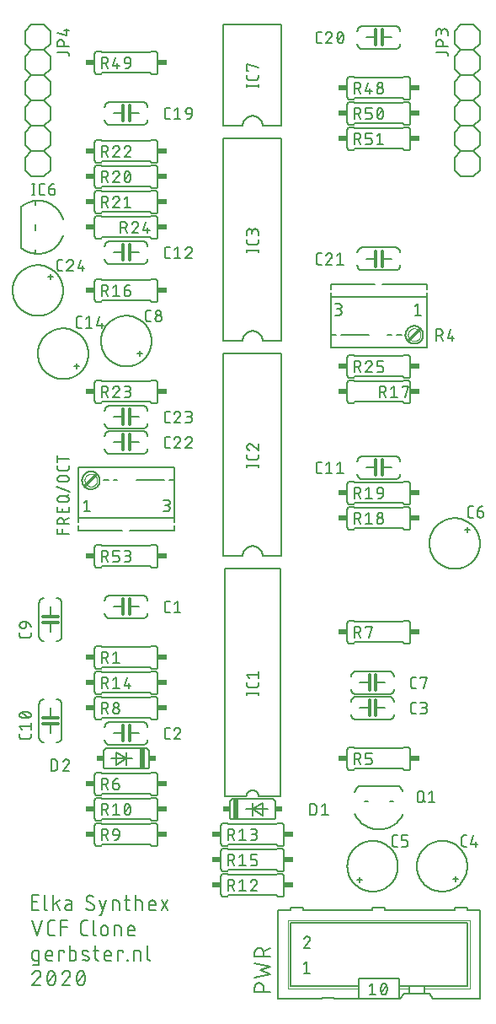
<source format=gto>
G04 EAGLE Gerber RS-274X export*
G75*
%MOMM*%
%FSLAX34Y34*%
%LPD*%
%INSilkscreen Top*%
%IPPOS*%
%AMOC8*
5,1,8,0,0,1.08239X$1,22.5*%
G01*
%ADD10C,0.177800*%
%ADD11C,0.152400*%
%ADD12C,0.127000*%
%ADD13C,0.050800*%
%ADD14R,0.863600X0.609600*%
%ADD15C,0.304800*%
%ADD16R,0.508000X2.032000*%
%ADD17R,0.635000X0.508000*%


D10*
X26599Y95377D02*
X19939Y95377D01*
X19939Y110363D01*
X26599Y110363D01*
X24934Y103703D02*
X19939Y103703D01*
X32307Y97875D02*
X32307Y110363D01*
X32306Y97875D02*
X32308Y97777D01*
X32314Y97679D01*
X32323Y97581D01*
X32337Y97484D01*
X32354Y97388D01*
X32375Y97292D01*
X32400Y97197D01*
X32428Y97103D01*
X32460Y97010D01*
X32496Y96919D01*
X32535Y96829D01*
X32578Y96741D01*
X32625Y96654D01*
X32674Y96570D01*
X32727Y96487D01*
X32783Y96407D01*
X32842Y96329D01*
X32905Y96253D01*
X32970Y96179D01*
X33038Y96109D01*
X33108Y96041D01*
X33182Y95976D01*
X33258Y95913D01*
X33336Y95854D01*
X33416Y95798D01*
X33499Y95745D01*
X33583Y95696D01*
X33670Y95649D01*
X33758Y95606D01*
X33848Y95567D01*
X33939Y95531D01*
X34032Y95499D01*
X34126Y95471D01*
X34221Y95446D01*
X34317Y95425D01*
X34413Y95408D01*
X34510Y95394D01*
X34608Y95385D01*
X34706Y95379D01*
X34804Y95377D01*
X40751Y95377D02*
X40751Y110363D01*
X47412Y105368D02*
X40751Y100372D01*
X43665Y102454D02*
X47412Y95377D01*
X55778Y101205D02*
X59525Y101205D01*
X55778Y101205D02*
X55672Y101203D01*
X55565Y101197D01*
X55459Y101188D01*
X55354Y101174D01*
X55249Y101157D01*
X55144Y101135D01*
X55041Y101110D01*
X54938Y101081D01*
X54837Y101049D01*
X54737Y101013D01*
X54638Y100973D01*
X54541Y100929D01*
X54446Y100883D01*
X54352Y100832D01*
X54260Y100778D01*
X54170Y100721D01*
X54082Y100661D01*
X53997Y100597D01*
X53914Y100531D01*
X53833Y100461D01*
X53755Y100389D01*
X53680Y100314D01*
X53608Y100236D01*
X53538Y100155D01*
X53472Y100072D01*
X53408Y99987D01*
X53348Y99899D01*
X53291Y99809D01*
X53237Y99717D01*
X53186Y99623D01*
X53140Y99528D01*
X53096Y99431D01*
X53056Y99332D01*
X53020Y99232D01*
X52988Y99131D01*
X52959Y99028D01*
X52934Y98925D01*
X52912Y98820D01*
X52895Y98715D01*
X52881Y98610D01*
X52872Y98504D01*
X52866Y98397D01*
X52864Y98291D01*
X52866Y98185D01*
X52872Y98078D01*
X52881Y97972D01*
X52895Y97867D01*
X52912Y97762D01*
X52934Y97657D01*
X52959Y97554D01*
X52988Y97451D01*
X53020Y97350D01*
X53056Y97250D01*
X53096Y97151D01*
X53140Y97054D01*
X53186Y96959D01*
X53237Y96865D01*
X53291Y96773D01*
X53348Y96683D01*
X53408Y96595D01*
X53472Y96510D01*
X53538Y96427D01*
X53608Y96346D01*
X53680Y96268D01*
X53755Y96193D01*
X53833Y96121D01*
X53914Y96051D01*
X53997Y95985D01*
X54082Y95921D01*
X54170Y95861D01*
X54260Y95804D01*
X54352Y95750D01*
X54446Y95699D01*
X54541Y95653D01*
X54638Y95609D01*
X54737Y95569D01*
X54837Y95533D01*
X54938Y95501D01*
X55041Y95472D01*
X55144Y95447D01*
X55249Y95425D01*
X55354Y95408D01*
X55459Y95394D01*
X55565Y95385D01*
X55672Y95379D01*
X55778Y95377D01*
X59525Y95377D01*
X59525Y102870D01*
X59523Y102968D01*
X59517Y103066D01*
X59508Y103164D01*
X59494Y103261D01*
X59477Y103357D01*
X59456Y103453D01*
X59431Y103548D01*
X59403Y103642D01*
X59371Y103735D01*
X59335Y103826D01*
X59296Y103916D01*
X59253Y104004D01*
X59206Y104091D01*
X59157Y104175D01*
X59104Y104258D01*
X59048Y104338D01*
X58989Y104417D01*
X58926Y104492D01*
X58861Y104566D01*
X58793Y104636D01*
X58723Y104704D01*
X58649Y104770D01*
X58573Y104832D01*
X58495Y104891D01*
X58415Y104947D01*
X58332Y105000D01*
X58248Y105050D01*
X58161Y105096D01*
X58073Y105139D01*
X57983Y105178D01*
X57892Y105214D01*
X57799Y105246D01*
X57705Y105274D01*
X57610Y105299D01*
X57514Y105320D01*
X57418Y105337D01*
X57321Y105351D01*
X57223Y105360D01*
X57125Y105366D01*
X57027Y105368D01*
X53697Y105368D01*
X78914Y95377D02*
X79028Y95379D01*
X79141Y95385D01*
X79255Y95394D01*
X79367Y95408D01*
X79480Y95425D01*
X79592Y95447D01*
X79702Y95472D01*
X79812Y95500D01*
X79921Y95533D01*
X80029Y95569D01*
X80136Y95609D01*
X80241Y95653D01*
X80344Y95700D01*
X80446Y95750D01*
X80546Y95804D01*
X80644Y95862D01*
X80740Y95923D01*
X80834Y95987D01*
X80926Y96054D01*
X81016Y96124D01*
X81103Y96197D01*
X81187Y96273D01*
X81269Y96352D01*
X81348Y96434D01*
X81424Y96519D01*
X81497Y96605D01*
X81567Y96695D01*
X81635Y96787D01*
X81698Y96881D01*
X81759Y96977D01*
X81817Y97075D01*
X81871Y97175D01*
X81921Y97277D01*
X81968Y97380D01*
X82012Y97485D01*
X82052Y97592D01*
X82088Y97700D01*
X82121Y97809D01*
X82149Y97919D01*
X82174Y98029D01*
X82196Y98141D01*
X82213Y98254D01*
X82227Y98366D01*
X82236Y98480D01*
X82242Y98593D01*
X82244Y98707D01*
X78913Y95377D02*
X78745Y95379D01*
X78577Y95385D01*
X78409Y95395D01*
X78241Y95409D01*
X78073Y95427D01*
X77907Y95449D01*
X77740Y95475D01*
X77575Y95505D01*
X77410Y95539D01*
X77246Y95577D01*
X77083Y95619D01*
X76921Y95665D01*
X76760Y95715D01*
X76600Y95768D01*
X76442Y95825D01*
X76285Y95886D01*
X76130Y95951D01*
X75976Y96019D01*
X75824Y96092D01*
X75674Y96167D01*
X75525Y96247D01*
X75378Y96329D01*
X75234Y96416D01*
X75092Y96505D01*
X74951Y96599D01*
X74813Y96695D01*
X74678Y96795D01*
X74545Y96898D01*
X74414Y97004D01*
X74286Y97113D01*
X74160Y97225D01*
X74038Y97340D01*
X73918Y97458D01*
X74335Y107033D02*
X74337Y107147D01*
X74343Y107260D01*
X74352Y107374D01*
X74366Y107486D01*
X74383Y107599D01*
X74405Y107711D01*
X74430Y107821D01*
X74458Y107931D01*
X74491Y108040D01*
X74527Y108148D01*
X74567Y108255D01*
X74611Y108360D01*
X74658Y108463D01*
X74708Y108565D01*
X74762Y108665D01*
X74820Y108763D01*
X74881Y108859D01*
X74944Y108953D01*
X75012Y109045D01*
X75082Y109135D01*
X75155Y109221D01*
X75231Y109306D01*
X75310Y109388D01*
X75392Y109467D01*
X75477Y109543D01*
X75563Y109616D01*
X75653Y109686D01*
X75745Y109754D01*
X75839Y109817D01*
X75935Y109878D01*
X76033Y109936D01*
X76133Y109990D01*
X76235Y110040D01*
X76338Y110087D01*
X76443Y110131D01*
X76550Y110171D01*
X76658Y110207D01*
X76767Y110240D01*
X76877Y110268D01*
X76987Y110293D01*
X77099Y110315D01*
X77212Y110332D01*
X77324Y110346D01*
X77438Y110355D01*
X77551Y110361D01*
X77665Y110363D01*
X77820Y110361D01*
X77974Y110355D01*
X78128Y110346D01*
X78282Y110332D01*
X78436Y110315D01*
X78589Y110294D01*
X78741Y110270D01*
X78893Y110241D01*
X79044Y110209D01*
X79195Y110173D01*
X79344Y110133D01*
X79492Y110090D01*
X79640Y110043D01*
X79786Y109992D01*
X79930Y109938D01*
X80074Y109880D01*
X80215Y109818D01*
X80356Y109754D01*
X80494Y109685D01*
X80631Y109614D01*
X80766Y109538D01*
X80899Y109460D01*
X81031Y109378D01*
X81160Y109293D01*
X81287Y109205D01*
X81411Y109114D01*
X76000Y104119D02*
X75903Y104178D01*
X75809Y104241D01*
X75716Y104306D01*
X75626Y104375D01*
X75538Y104446D01*
X75453Y104521D01*
X75370Y104598D01*
X75290Y104678D01*
X75212Y104760D01*
X75138Y104846D01*
X75066Y104933D01*
X74997Y105023D01*
X74931Y105115D01*
X74869Y105210D01*
X74809Y105306D01*
X74753Y105404D01*
X74700Y105505D01*
X74651Y105607D01*
X74605Y105710D01*
X74562Y105815D01*
X74523Y105921D01*
X74487Y106029D01*
X74456Y106138D01*
X74428Y106247D01*
X74403Y106358D01*
X74382Y106469D01*
X74365Y106581D01*
X74352Y106694D01*
X74343Y106807D01*
X74337Y106920D01*
X74335Y107033D01*
X80578Y101621D02*
X80675Y101562D01*
X80769Y101499D01*
X80862Y101434D01*
X80952Y101365D01*
X81040Y101294D01*
X81125Y101219D01*
X81208Y101142D01*
X81288Y101062D01*
X81366Y100980D01*
X81440Y100894D01*
X81512Y100807D01*
X81581Y100717D01*
X81647Y100625D01*
X81709Y100530D01*
X81769Y100434D01*
X81825Y100336D01*
X81878Y100235D01*
X81927Y100133D01*
X81974Y100030D01*
X82016Y99925D01*
X82055Y99819D01*
X82091Y99711D01*
X82122Y99602D01*
X82150Y99493D01*
X82175Y99382D01*
X82196Y99271D01*
X82213Y99159D01*
X82226Y99046D01*
X82235Y98933D01*
X82241Y98820D01*
X82243Y98707D01*
X80579Y101621D02*
X76000Y104119D01*
X87634Y90382D02*
X89300Y90382D01*
X94295Y105368D01*
X87634Y105368D02*
X90965Y95377D01*
X100518Y95377D02*
X100518Y105368D01*
X104681Y105368D01*
X104779Y105366D01*
X104877Y105360D01*
X104975Y105351D01*
X105072Y105337D01*
X105168Y105320D01*
X105264Y105299D01*
X105359Y105274D01*
X105453Y105246D01*
X105546Y105214D01*
X105637Y105178D01*
X105727Y105139D01*
X105815Y105096D01*
X105902Y105050D01*
X105986Y105000D01*
X106069Y104947D01*
X106149Y104891D01*
X106227Y104832D01*
X106303Y104770D01*
X106377Y104704D01*
X106447Y104636D01*
X106515Y104566D01*
X106580Y104492D01*
X106643Y104417D01*
X106702Y104338D01*
X106758Y104258D01*
X106811Y104175D01*
X106860Y104091D01*
X106907Y104004D01*
X106950Y103916D01*
X106989Y103826D01*
X107025Y103735D01*
X107057Y103642D01*
X107085Y103548D01*
X107110Y103453D01*
X107131Y103357D01*
X107148Y103261D01*
X107162Y103164D01*
X107171Y103066D01*
X107177Y102968D01*
X107179Y102870D01*
X107179Y95377D01*
X112616Y105368D02*
X117612Y105368D01*
X114281Y110363D02*
X114281Y97875D01*
X114283Y97777D01*
X114289Y97679D01*
X114298Y97581D01*
X114312Y97484D01*
X114329Y97388D01*
X114350Y97292D01*
X114375Y97197D01*
X114403Y97103D01*
X114435Y97010D01*
X114471Y96919D01*
X114510Y96829D01*
X114553Y96741D01*
X114600Y96654D01*
X114649Y96570D01*
X114702Y96487D01*
X114758Y96407D01*
X114817Y96329D01*
X114880Y96253D01*
X114945Y96179D01*
X115013Y96109D01*
X115083Y96041D01*
X115157Y95976D01*
X115233Y95913D01*
X115311Y95854D01*
X115391Y95798D01*
X115474Y95745D01*
X115558Y95696D01*
X115645Y95649D01*
X115733Y95606D01*
X115823Y95567D01*
X115914Y95531D01*
X116007Y95499D01*
X116101Y95471D01*
X116196Y95446D01*
X116292Y95425D01*
X116388Y95408D01*
X116485Y95394D01*
X116583Y95385D01*
X116681Y95379D01*
X116779Y95377D01*
X117612Y95377D01*
X123808Y95377D02*
X123808Y110363D01*
X123808Y105368D02*
X127971Y105368D01*
X128069Y105366D01*
X128167Y105360D01*
X128265Y105351D01*
X128362Y105337D01*
X128458Y105320D01*
X128554Y105299D01*
X128649Y105274D01*
X128743Y105246D01*
X128836Y105214D01*
X128927Y105178D01*
X129017Y105139D01*
X129105Y105096D01*
X129192Y105050D01*
X129276Y105000D01*
X129359Y104947D01*
X129439Y104891D01*
X129517Y104832D01*
X129593Y104770D01*
X129667Y104704D01*
X129737Y104636D01*
X129805Y104566D01*
X129870Y104492D01*
X129933Y104417D01*
X129992Y104338D01*
X130048Y104258D01*
X130101Y104175D01*
X130150Y104091D01*
X130197Y104004D01*
X130240Y103916D01*
X130279Y103826D01*
X130315Y103735D01*
X130347Y103642D01*
X130375Y103548D01*
X130400Y103453D01*
X130421Y103357D01*
X130438Y103261D01*
X130452Y103164D01*
X130461Y103066D01*
X130467Y102968D01*
X130469Y102870D01*
X130468Y102870D02*
X130468Y95377D01*
X139685Y95377D02*
X143848Y95377D01*
X139685Y95377D02*
X139587Y95379D01*
X139489Y95385D01*
X139391Y95394D01*
X139294Y95408D01*
X139198Y95425D01*
X139102Y95446D01*
X139007Y95471D01*
X138913Y95499D01*
X138820Y95531D01*
X138729Y95567D01*
X138639Y95606D01*
X138551Y95649D01*
X138464Y95696D01*
X138380Y95745D01*
X138297Y95798D01*
X138217Y95854D01*
X138139Y95913D01*
X138063Y95976D01*
X137989Y96041D01*
X137919Y96109D01*
X137851Y96179D01*
X137786Y96253D01*
X137723Y96329D01*
X137664Y96407D01*
X137608Y96487D01*
X137555Y96570D01*
X137506Y96654D01*
X137459Y96741D01*
X137416Y96829D01*
X137377Y96919D01*
X137341Y97010D01*
X137309Y97103D01*
X137281Y97197D01*
X137256Y97292D01*
X137235Y97388D01*
X137218Y97484D01*
X137204Y97581D01*
X137195Y97679D01*
X137189Y97777D01*
X137187Y97875D01*
X137187Y102037D01*
X137189Y102151D01*
X137195Y102264D01*
X137204Y102378D01*
X137218Y102490D01*
X137235Y102603D01*
X137257Y102715D01*
X137282Y102825D01*
X137310Y102935D01*
X137343Y103044D01*
X137379Y103152D01*
X137419Y103259D01*
X137463Y103364D01*
X137510Y103467D01*
X137560Y103569D01*
X137614Y103669D01*
X137672Y103767D01*
X137733Y103863D01*
X137796Y103957D01*
X137864Y104049D01*
X137934Y104139D01*
X138007Y104225D01*
X138083Y104310D01*
X138162Y104392D01*
X138244Y104471D01*
X138329Y104547D01*
X138415Y104620D01*
X138505Y104690D01*
X138597Y104758D01*
X138691Y104821D01*
X138787Y104882D01*
X138885Y104940D01*
X138985Y104994D01*
X139087Y105044D01*
X139190Y105091D01*
X139295Y105135D01*
X139402Y105175D01*
X139510Y105211D01*
X139619Y105244D01*
X139729Y105272D01*
X139839Y105297D01*
X139951Y105319D01*
X140064Y105336D01*
X140176Y105350D01*
X140290Y105359D01*
X140403Y105365D01*
X140517Y105367D01*
X140631Y105365D01*
X140744Y105359D01*
X140858Y105350D01*
X140970Y105336D01*
X141083Y105319D01*
X141195Y105297D01*
X141305Y105272D01*
X141415Y105244D01*
X141524Y105211D01*
X141632Y105175D01*
X141739Y105135D01*
X141844Y105091D01*
X141947Y105044D01*
X142049Y104994D01*
X142149Y104940D01*
X142247Y104882D01*
X142343Y104821D01*
X142437Y104758D01*
X142529Y104690D01*
X142619Y104620D01*
X142705Y104547D01*
X142790Y104471D01*
X142872Y104392D01*
X142951Y104310D01*
X143027Y104225D01*
X143100Y104139D01*
X143170Y104049D01*
X143238Y103957D01*
X143301Y103863D01*
X143362Y103767D01*
X143420Y103669D01*
X143474Y103569D01*
X143524Y103467D01*
X143571Y103364D01*
X143615Y103259D01*
X143655Y103152D01*
X143691Y103044D01*
X143724Y102935D01*
X143752Y102825D01*
X143777Y102715D01*
X143799Y102603D01*
X143816Y102490D01*
X143830Y102378D01*
X143839Y102264D01*
X143845Y102151D01*
X143847Y102037D01*
X143848Y102037D02*
X143848Y100372D01*
X137187Y100372D01*
X149575Y95377D02*
X156236Y105368D01*
X149575Y105368D02*
X156236Y95377D01*
X24934Y70231D02*
X19939Y85217D01*
X29930Y85217D02*
X24934Y70231D01*
X38922Y70231D02*
X42252Y70231D01*
X38922Y70231D02*
X38808Y70233D01*
X38695Y70239D01*
X38581Y70248D01*
X38469Y70262D01*
X38356Y70279D01*
X38244Y70301D01*
X38134Y70326D01*
X38024Y70354D01*
X37915Y70387D01*
X37807Y70423D01*
X37700Y70463D01*
X37595Y70507D01*
X37492Y70554D01*
X37390Y70604D01*
X37290Y70658D01*
X37192Y70716D01*
X37096Y70777D01*
X37002Y70840D01*
X36910Y70908D01*
X36820Y70978D01*
X36734Y71051D01*
X36649Y71127D01*
X36567Y71206D01*
X36488Y71288D01*
X36412Y71373D01*
X36339Y71459D01*
X36269Y71549D01*
X36201Y71641D01*
X36138Y71735D01*
X36077Y71831D01*
X36019Y71929D01*
X35965Y72029D01*
X35915Y72131D01*
X35868Y72234D01*
X35824Y72339D01*
X35784Y72446D01*
X35748Y72554D01*
X35715Y72663D01*
X35687Y72773D01*
X35662Y72883D01*
X35640Y72995D01*
X35623Y73108D01*
X35609Y73220D01*
X35600Y73334D01*
X35594Y73447D01*
X35592Y73561D01*
X35592Y81887D01*
X35594Y82001D01*
X35600Y82114D01*
X35609Y82228D01*
X35623Y82340D01*
X35640Y82453D01*
X35662Y82565D01*
X35687Y82675D01*
X35715Y82785D01*
X35748Y82894D01*
X35784Y83002D01*
X35824Y83109D01*
X35868Y83214D01*
X35915Y83317D01*
X35965Y83419D01*
X36019Y83519D01*
X36077Y83617D01*
X36138Y83713D01*
X36201Y83807D01*
X36269Y83899D01*
X36339Y83989D01*
X36412Y84075D01*
X36488Y84160D01*
X36567Y84242D01*
X36649Y84321D01*
X36733Y84397D01*
X36820Y84470D01*
X36910Y84540D01*
X37002Y84607D01*
X37096Y84671D01*
X37192Y84732D01*
X37290Y84790D01*
X37390Y84844D01*
X37492Y84894D01*
X37595Y84941D01*
X37700Y84985D01*
X37807Y85025D01*
X37915Y85061D01*
X38024Y85094D01*
X38134Y85122D01*
X38244Y85147D01*
X38356Y85169D01*
X38469Y85186D01*
X38581Y85200D01*
X38695Y85209D01*
X38808Y85215D01*
X38922Y85217D01*
X42252Y85217D01*
X48554Y85217D02*
X48554Y70231D01*
X48554Y85217D02*
X55215Y85217D01*
X55215Y78557D02*
X48554Y78557D01*
X72122Y70231D02*
X75452Y70231D01*
X72122Y70231D02*
X72008Y70233D01*
X71895Y70239D01*
X71781Y70248D01*
X71669Y70262D01*
X71556Y70279D01*
X71444Y70301D01*
X71334Y70326D01*
X71224Y70354D01*
X71115Y70387D01*
X71007Y70423D01*
X70900Y70463D01*
X70795Y70507D01*
X70692Y70554D01*
X70590Y70604D01*
X70490Y70658D01*
X70392Y70716D01*
X70296Y70777D01*
X70202Y70840D01*
X70110Y70908D01*
X70020Y70978D01*
X69934Y71051D01*
X69849Y71127D01*
X69767Y71206D01*
X69688Y71288D01*
X69612Y71373D01*
X69539Y71459D01*
X69469Y71549D01*
X69401Y71641D01*
X69338Y71735D01*
X69277Y71831D01*
X69219Y71929D01*
X69165Y72029D01*
X69115Y72131D01*
X69068Y72234D01*
X69024Y72339D01*
X68984Y72446D01*
X68948Y72554D01*
X68915Y72663D01*
X68887Y72773D01*
X68862Y72883D01*
X68840Y72995D01*
X68823Y73108D01*
X68809Y73220D01*
X68800Y73334D01*
X68794Y73447D01*
X68792Y73561D01*
X68792Y81887D01*
X68794Y82001D01*
X68800Y82114D01*
X68809Y82228D01*
X68823Y82340D01*
X68840Y82453D01*
X68862Y82565D01*
X68887Y82675D01*
X68915Y82785D01*
X68948Y82894D01*
X68984Y83002D01*
X69024Y83109D01*
X69068Y83214D01*
X69115Y83317D01*
X69165Y83419D01*
X69219Y83519D01*
X69277Y83617D01*
X69338Y83713D01*
X69401Y83807D01*
X69469Y83899D01*
X69539Y83989D01*
X69612Y84075D01*
X69688Y84160D01*
X69767Y84242D01*
X69849Y84321D01*
X69933Y84397D01*
X70020Y84470D01*
X70110Y84540D01*
X70202Y84607D01*
X70296Y84671D01*
X70392Y84732D01*
X70490Y84790D01*
X70590Y84844D01*
X70692Y84894D01*
X70795Y84941D01*
X70900Y84985D01*
X71007Y85025D01*
X71115Y85061D01*
X71224Y85094D01*
X71334Y85122D01*
X71444Y85147D01*
X71556Y85169D01*
X71669Y85186D01*
X71781Y85200D01*
X71895Y85209D01*
X72008Y85215D01*
X72122Y85217D01*
X75452Y85217D01*
X81238Y85217D02*
X81238Y72729D01*
X81240Y72631D01*
X81246Y72533D01*
X81255Y72435D01*
X81269Y72338D01*
X81286Y72242D01*
X81307Y72146D01*
X81332Y72051D01*
X81360Y71957D01*
X81392Y71864D01*
X81428Y71773D01*
X81467Y71683D01*
X81510Y71595D01*
X81557Y71508D01*
X81606Y71424D01*
X81659Y71341D01*
X81715Y71261D01*
X81774Y71183D01*
X81837Y71107D01*
X81902Y71033D01*
X81970Y70963D01*
X82040Y70895D01*
X82114Y70830D01*
X82190Y70767D01*
X82268Y70708D01*
X82348Y70652D01*
X82431Y70599D01*
X82515Y70550D01*
X82602Y70503D01*
X82690Y70460D01*
X82780Y70421D01*
X82871Y70385D01*
X82964Y70353D01*
X83058Y70325D01*
X83153Y70300D01*
X83249Y70279D01*
X83345Y70262D01*
X83442Y70248D01*
X83540Y70239D01*
X83638Y70233D01*
X83736Y70231D01*
X88996Y73561D02*
X88996Y76891D01*
X88998Y77005D01*
X89004Y77118D01*
X89013Y77232D01*
X89027Y77344D01*
X89044Y77457D01*
X89066Y77569D01*
X89091Y77679D01*
X89119Y77789D01*
X89152Y77898D01*
X89188Y78006D01*
X89228Y78113D01*
X89272Y78218D01*
X89319Y78321D01*
X89369Y78423D01*
X89423Y78523D01*
X89481Y78621D01*
X89542Y78717D01*
X89605Y78811D01*
X89673Y78903D01*
X89743Y78993D01*
X89816Y79079D01*
X89892Y79164D01*
X89971Y79246D01*
X90053Y79325D01*
X90138Y79401D01*
X90224Y79474D01*
X90314Y79544D01*
X90406Y79612D01*
X90500Y79675D01*
X90596Y79736D01*
X90694Y79794D01*
X90794Y79848D01*
X90896Y79898D01*
X90999Y79945D01*
X91104Y79989D01*
X91211Y80029D01*
X91319Y80065D01*
X91428Y80098D01*
X91538Y80126D01*
X91648Y80151D01*
X91760Y80173D01*
X91873Y80190D01*
X91985Y80204D01*
X92099Y80213D01*
X92212Y80219D01*
X92326Y80221D01*
X92440Y80219D01*
X92553Y80213D01*
X92667Y80204D01*
X92779Y80190D01*
X92892Y80173D01*
X93004Y80151D01*
X93114Y80126D01*
X93224Y80098D01*
X93333Y80065D01*
X93441Y80029D01*
X93548Y79989D01*
X93653Y79945D01*
X93756Y79898D01*
X93858Y79848D01*
X93958Y79794D01*
X94056Y79736D01*
X94152Y79675D01*
X94246Y79612D01*
X94338Y79544D01*
X94428Y79474D01*
X94514Y79401D01*
X94599Y79325D01*
X94681Y79246D01*
X94760Y79164D01*
X94836Y79079D01*
X94909Y78993D01*
X94979Y78903D01*
X95047Y78811D01*
X95110Y78717D01*
X95171Y78621D01*
X95229Y78523D01*
X95283Y78423D01*
X95333Y78321D01*
X95380Y78218D01*
X95424Y78113D01*
X95464Y78006D01*
X95500Y77898D01*
X95533Y77789D01*
X95561Y77679D01*
X95586Y77569D01*
X95608Y77457D01*
X95625Y77344D01*
X95639Y77232D01*
X95648Y77118D01*
X95654Y77005D01*
X95656Y76891D01*
X95656Y73561D01*
X95654Y73447D01*
X95648Y73334D01*
X95639Y73220D01*
X95625Y73108D01*
X95608Y72995D01*
X95586Y72883D01*
X95561Y72773D01*
X95533Y72663D01*
X95500Y72554D01*
X95464Y72446D01*
X95424Y72339D01*
X95380Y72234D01*
X95333Y72131D01*
X95283Y72029D01*
X95229Y71929D01*
X95171Y71831D01*
X95110Y71735D01*
X95047Y71641D01*
X94979Y71549D01*
X94909Y71459D01*
X94836Y71373D01*
X94760Y71288D01*
X94681Y71206D01*
X94599Y71127D01*
X94514Y71051D01*
X94428Y70978D01*
X94338Y70908D01*
X94246Y70840D01*
X94152Y70777D01*
X94056Y70716D01*
X93958Y70658D01*
X93858Y70604D01*
X93756Y70554D01*
X93653Y70507D01*
X93548Y70463D01*
X93441Y70423D01*
X93333Y70387D01*
X93224Y70354D01*
X93114Y70326D01*
X93004Y70301D01*
X92892Y70279D01*
X92779Y70262D01*
X92667Y70248D01*
X92553Y70239D01*
X92440Y70233D01*
X92326Y70231D01*
X92212Y70233D01*
X92099Y70239D01*
X91985Y70248D01*
X91873Y70262D01*
X91760Y70279D01*
X91648Y70301D01*
X91538Y70326D01*
X91428Y70354D01*
X91319Y70387D01*
X91211Y70423D01*
X91104Y70463D01*
X90999Y70507D01*
X90896Y70554D01*
X90794Y70604D01*
X90694Y70658D01*
X90596Y70716D01*
X90500Y70777D01*
X90406Y70840D01*
X90314Y70908D01*
X90224Y70978D01*
X90138Y71051D01*
X90053Y71127D01*
X89971Y71206D01*
X89892Y71288D01*
X89816Y71373D01*
X89743Y71459D01*
X89673Y71549D01*
X89605Y71641D01*
X89542Y71735D01*
X89481Y71831D01*
X89423Y71929D01*
X89369Y72029D01*
X89319Y72131D01*
X89272Y72234D01*
X89228Y72339D01*
X89188Y72446D01*
X89152Y72554D01*
X89119Y72663D01*
X89091Y72773D01*
X89066Y72883D01*
X89044Y72995D01*
X89027Y73108D01*
X89013Y73220D01*
X89004Y73334D01*
X88998Y73447D01*
X88996Y73561D01*
X102375Y70231D02*
X102375Y80222D01*
X106538Y80222D01*
X106636Y80220D01*
X106734Y80214D01*
X106832Y80205D01*
X106929Y80191D01*
X107025Y80174D01*
X107121Y80153D01*
X107216Y80128D01*
X107310Y80100D01*
X107403Y80068D01*
X107494Y80032D01*
X107584Y79993D01*
X107672Y79950D01*
X107759Y79904D01*
X107843Y79854D01*
X107926Y79801D01*
X108006Y79745D01*
X108084Y79686D01*
X108160Y79624D01*
X108234Y79558D01*
X108304Y79490D01*
X108372Y79420D01*
X108437Y79346D01*
X108500Y79271D01*
X108559Y79192D01*
X108615Y79112D01*
X108668Y79029D01*
X108717Y78945D01*
X108764Y78858D01*
X108807Y78770D01*
X108846Y78680D01*
X108882Y78589D01*
X108914Y78496D01*
X108942Y78402D01*
X108967Y78307D01*
X108988Y78211D01*
X109005Y78115D01*
X109019Y78018D01*
X109028Y77920D01*
X109034Y77822D01*
X109036Y77724D01*
X109035Y77724D02*
X109035Y70231D01*
X118252Y70231D02*
X122415Y70231D01*
X118252Y70231D02*
X118154Y70233D01*
X118056Y70239D01*
X117958Y70248D01*
X117861Y70262D01*
X117765Y70279D01*
X117669Y70300D01*
X117574Y70325D01*
X117480Y70353D01*
X117387Y70385D01*
X117296Y70421D01*
X117206Y70460D01*
X117118Y70503D01*
X117031Y70550D01*
X116947Y70599D01*
X116864Y70652D01*
X116784Y70708D01*
X116706Y70767D01*
X116630Y70830D01*
X116556Y70895D01*
X116486Y70963D01*
X116418Y71033D01*
X116353Y71107D01*
X116290Y71183D01*
X116231Y71261D01*
X116175Y71341D01*
X116122Y71424D01*
X116073Y71508D01*
X116026Y71595D01*
X115983Y71683D01*
X115944Y71773D01*
X115908Y71864D01*
X115876Y71957D01*
X115848Y72051D01*
X115823Y72146D01*
X115802Y72242D01*
X115785Y72338D01*
X115771Y72435D01*
X115762Y72533D01*
X115756Y72631D01*
X115754Y72729D01*
X115754Y76891D01*
X115756Y77005D01*
X115762Y77118D01*
X115771Y77232D01*
X115785Y77344D01*
X115802Y77457D01*
X115824Y77569D01*
X115849Y77679D01*
X115877Y77789D01*
X115910Y77898D01*
X115946Y78006D01*
X115986Y78113D01*
X116030Y78218D01*
X116077Y78321D01*
X116127Y78423D01*
X116181Y78523D01*
X116239Y78621D01*
X116300Y78717D01*
X116363Y78811D01*
X116431Y78903D01*
X116501Y78993D01*
X116574Y79079D01*
X116650Y79164D01*
X116729Y79246D01*
X116811Y79325D01*
X116896Y79401D01*
X116982Y79474D01*
X117072Y79544D01*
X117164Y79612D01*
X117258Y79675D01*
X117354Y79736D01*
X117452Y79794D01*
X117552Y79848D01*
X117654Y79898D01*
X117757Y79945D01*
X117862Y79989D01*
X117969Y80029D01*
X118077Y80065D01*
X118186Y80098D01*
X118296Y80126D01*
X118406Y80151D01*
X118518Y80173D01*
X118631Y80190D01*
X118743Y80204D01*
X118857Y80213D01*
X118970Y80219D01*
X119084Y80221D01*
X119198Y80219D01*
X119311Y80213D01*
X119425Y80204D01*
X119537Y80190D01*
X119650Y80173D01*
X119762Y80151D01*
X119872Y80126D01*
X119982Y80098D01*
X120091Y80065D01*
X120199Y80029D01*
X120306Y79989D01*
X120411Y79945D01*
X120514Y79898D01*
X120616Y79848D01*
X120716Y79794D01*
X120814Y79736D01*
X120910Y79675D01*
X121004Y79612D01*
X121096Y79544D01*
X121186Y79474D01*
X121272Y79401D01*
X121357Y79325D01*
X121439Y79246D01*
X121518Y79164D01*
X121594Y79079D01*
X121667Y78993D01*
X121737Y78903D01*
X121805Y78811D01*
X121868Y78717D01*
X121929Y78621D01*
X121987Y78523D01*
X122041Y78423D01*
X122091Y78321D01*
X122138Y78218D01*
X122182Y78113D01*
X122222Y78006D01*
X122258Y77898D01*
X122291Y77789D01*
X122319Y77679D01*
X122344Y77569D01*
X122366Y77457D01*
X122383Y77344D01*
X122397Y77232D01*
X122406Y77118D01*
X122412Y77005D01*
X122414Y76891D01*
X122415Y76891D02*
X122415Y75226D01*
X115754Y75226D01*
X26599Y45085D02*
X22437Y45085D01*
X22339Y45087D01*
X22241Y45093D01*
X22143Y45102D01*
X22046Y45116D01*
X21950Y45133D01*
X21854Y45154D01*
X21759Y45179D01*
X21665Y45207D01*
X21572Y45239D01*
X21481Y45275D01*
X21391Y45314D01*
X21303Y45357D01*
X21216Y45404D01*
X21132Y45453D01*
X21049Y45506D01*
X20969Y45562D01*
X20891Y45621D01*
X20815Y45684D01*
X20741Y45749D01*
X20671Y45817D01*
X20603Y45887D01*
X20538Y45961D01*
X20475Y46037D01*
X20416Y46115D01*
X20360Y46195D01*
X20307Y46278D01*
X20258Y46362D01*
X20211Y46449D01*
X20168Y46537D01*
X20129Y46627D01*
X20093Y46718D01*
X20061Y46811D01*
X20033Y46905D01*
X20008Y47000D01*
X19987Y47096D01*
X19970Y47192D01*
X19956Y47289D01*
X19947Y47387D01*
X19941Y47485D01*
X19939Y47583D01*
X19939Y52578D01*
X19941Y52676D01*
X19947Y52774D01*
X19956Y52872D01*
X19970Y52969D01*
X19987Y53065D01*
X20008Y53161D01*
X20033Y53256D01*
X20061Y53350D01*
X20093Y53443D01*
X20129Y53534D01*
X20168Y53624D01*
X20211Y53712D01*
X20258Y53799D01*
X20307Y53883D01*
X20360Y53966D01*
X20416Y54046D01*
X20475Y54125D01*
X20538Y54200D01*
X20603Y54274D01*
X20671Y54344D01*
X20741Y54412D01*
X20815Y54478D01*
X20891Y54540D01*
X20969Y54599D01*
X21049Y54655D01*
X21132Y54708D01*
X21216Y54758D01*
X21303Y54804D01*
X21391Y54847D01*
X21481Y54886D01*
X21572Y54922D01*
X21665Y54954D01*
X21759Y54982D01*
X21854Y55007D01*
X21950Y55028D01*
X22046Y55045D01*
X22143Y55059D01*
X22241Y55068D01*
X22339Y55074D01*
X22437Y55076D01*
X26599Y55076D01*
X26599Y42587D01*
X26600Y42587D02*
X26598Y42489D01*
X26592Y42391D01*
X26583Y42293D01*
X26569Y42196D01*
X26552Y42100D01*
X26531Y42004D01*
X26506Y41909D01*
X26478Y41815D01*
X26446Y41722D01*
X26410Y41631D01*
X26371Y41541D01*
X26328Y41453D01*
X26281Y41366D01*
X26232Y41282D01*
X26179Y41199D01*
X26123Y41119D01*
X26064Y41040D01*
X26001Y40965D01*
X25936Y40891D01*
X25868Y40821D01*
X25798Y40753D01*
X25724Y40687D01*
X25648Y40625D01*
X25570Y40566D01*
X25490Y40510D01*
X25407Y40457D01*
X25323Y40407D01*
X25236Y40361D01*
X25148Y40318D01*
X25058Y40279D01*
X24967Y40243D01*
X24874Y40211D01*
X24780Y40183D01*
X24685Y40158D01*
X24589Y40137D01*
X24493Y40120D01*
X24396Y40106D01*
X24298Y40097D01*
X24200Y40091D01*
X24102Y40089D01*
X24102Y40090D02*
X20772Y40090D01*
X35899Y45085D02*
X40062Y45085D01*
X35899Y45085D02*
X35801Y45087D01*
X35703Y45093D01*
X35605Y45102D01*
X35508Y45116D01*
X35412Y45133D01*
X35316Y45154D01*
X35221Y45179D01*
X35127Y45207D01*
X35034Y45239D01*
X34943Y45275D01*
X34853Y45314D01*
X34765Y45357D01*
X34678Y45404D01*
X34594Y45453D01*
X34511Y45506D01*
X34431Y45562D01*
X34353Y45621D01*
X34277Y45684D01*
X34203Y45749D01*
X34133Y45817D01*
X34065Y45887D01*
X34000Y45961D01*
X33937Y46037D01*
X33878Y46115D01*
X33822Y46195D01*
X33769Y46278D01*
X33720Y46362D01*
X33673Y46449D01*
X33630Y46537D01*
X33591Y46627D01*
X33555Y46718D01*
X33523Y46811D01*
X33495Y46905D01*
X33470Y47000D01*
X33449Y47096D01*
X33432Y47192D01*
X33418Y47289D01*
X33409Y47387D01*
X33403Y47485D01*
X33401Y47583D01*
X33401Y51745D01*
X33402Y51745D02*
X33404Y51859D01*
X33410Y51972D01*
X33419Y52086D01*
X33433Y52198D01*
X33450Y52311D01*
X33472Y52423D01*
X33497Y52533D01*
X33525Y52643D01*
X33558Y52752D01*
X33594Y52860D01*
X33634Y52967D01*
X33678Y53072D01*
X33725Y53175D01*
X33775Y53277D01*
X33829Y53377D01*
X33887Y53475D01*
X33948Y53571D01*
X34011Y53665D01*
X34079Y53757D01*
X34149Y53847D01*
X34222Y53933D01*
X34298Y54018D01*
X34377Y54100D01*
X34459Y54179D01*
X34544Y54255D01*
X34630Y54328D01*
X34720Y54398D01*
X34812Y54466D01*
X34906Y54529D01*
X35002Y54590D01*
X35100Y54648D01*
X35200Y54702D01*
X35302Y54752D01*
X35405Y54799D01*
X35510Y54843D01*
X35617Y54883D01*
X35725Y54919D01*
X35834Y54952D01*
X35944Y54980D01*
X36054Y55005D01*
X36166Y55027D01*
X36279Y55044D01*
X36391Y55058D01*
X36505Y55067D01*
X36618Y55073D01*
X36732Y55075D01*
X36846Y55073D01*
X36959Y55067D01*
X37073Y55058D01*
X37185Y55044D01*
X37298Y55027D01*
X37410Y55005D01*
X37520Y54980D01*
X37630Y54952D01*
X37739Y54919D01*
X37847Y54883D01*
X37954Y54843D01*
X38059Y54799D01*
X38162Y54752D01*
X38264Y54702D01*
X38364Y54648D01*
X38462Y54590D01*
X38558Y54529D01*
X38652Y54466D01*
X38744Y54398D01*
X38834Y54328D01*
X38920Y54255D01*
X39005Y54179D01*
X39087Y54100D01*
X39166Y54018D01*
X39242Y53933D01*
X39315Y53847D01*
X39385Y53757D01*
X39453Y53665D01*
X39516Y53571D01*
X39577Y53475D01*
X39635Y53377D01*
X39689Y53277D01*
X39739Y53175D01*
X39786Y53072D01*
X39830Y52967D01*
X39870Y52860D01*
X39906Y52752D01*
X39939Y52643D01*
X39967Y52533D01*
X39992Y52423D01*
X40014Y52311D01*
X40031Y52198D01*
X40045Y52086D01*
X40054Y51972D01*
X40060Y51859D01*
X40062Y51745D01*
X40062Y50080D01*
X33401Y50080D01*
X46876Y45085D02*
X46876Y55076D01*
X51871Y55076D01*
X51871Y53411D01*
X57270Y60071D02*
X57270Y45085D01*
X61433Y45085D01*
X61531Y45087D01*
X61629Y45093D01*
X61727Y45102D01*
X61824Y45116D01*
X61920Y45133D01*
X62016Y45154D01*
X62111Y45179D01*
X62205Y45207D01*
X62298Y45239D01*
X62389Y45275D01*
X62479Y45314D01*
X62567Y45357D01*
X62654Y45404D01*
X62738Y45453D01*
X62821Y45506D01*
X62901Y45562D01*
X62979Y45621D01*
X63055Y45683D01*
X63129Y45749D01*
X63199Y45817D01*
X63267Y45887D01*
X63332Y45961D01*
X63395Y46036D01*
X63454Y46115D01*
X63510Y46195D01*
X63563Y46278D01*
X63612Y46362D01*
X63659Y46449D01*
X63702Y46537D01*
X63741Y46627D01*
X63777Y46718D01*
X63809Y46811D01*
X63837Y46905D01*
X63862Y47000D01*
X63883Y47096D01*
X63900Y47192D01*
X63914Y47289D01*
X63923Y47387D01*
X63929Y47485D01*
X63931Y47583D01*
X63930Y47583D02*
X63930Y52578D01*
X63931Y52578D02*
X63929Y52676D01*
X63923Y52774D01*
X63914Y52872D01*
X63900Y52969D01*
X63883Y53065D01*
X63862Y53161D01*
X63837Y53256D01*
X63809Y53350D01*
X63777Y53443D01*
X63741Y53534D01*
X63702Y53624D01*
X63659Y53712D01*
X63612Y53799D01*
X63563Y53883D01*
X63510Y53966D01*
X63454Y54046D01*
X63395Y54125D01*
X63332Y54200D01*
X63267Y54274D01*
X63199Y54344D01*
X63129Y54412D01*
X63055Y54478D01*
X62979Y54540D01*
X62901Y54599D01*
X62821Y54655D01*
X62738Y54708D01*
X62654Y54758D01*
X62567Y54804D01*
X62479Y54847D01*
X62389Y54886D01*
X62298Y54922D01*
X62205Y54954D01*
X62111Y54982D01*
X62016Y55007D01*
X61920Y55028D01*
X61824Y55045D01*
X61727Y55059D01*
X61629Y55068D01*
X61531Y55074D01*
X61433Y55076D01*
X57270Y55076D01*
X71319Y50913D02*
X75482Y49248D01*
X71319Y50912D02*
X71234Y50948D01*
X71151Y50988D01*
X71070Y51031D01*
X70990Y51078D01*
X70913Y51128D01*
X70837Y51181D01*
X70764Y51237D01*
X70694Y51297D01*
X70626Y51359D01*
X70561Y51424D01*
X70499Y51492D01*
X70439Y51563D01*
X70383Y51636D01*
X70330Y51711D01*
X70280Y51789D01*
X70234Y51868D01*
X70191Y51950D01*
X70151Y52033D01*
X70115Y52118D01*
X70083Y52204D01*
X70054Y52292D01*
X70030Y52381D01*
X70009Y52471D01*
X69992Y52561D01*
X69978Y52652D01*
X69969Y52744D01*
X69964Y52836D01*
X69962Y52928D01*
X69964Y53020D01*
X69971Y53112D01*
X69981Y53204D01*
X69995Y53295D01*
X70013Y53386D01*
X70035Y53475D01*
X70061Y53564D01*
X70091Y53651D01*
X70124Y53737D01*
X70161Y53821D01*
X70201Y53904D01*
X70245Y53985D01*
X70292Y54064D01*
X70343Y54141D01*
X70397Y54216D01*
X70454Y54289D01*
X70514Y54359D01*
X70577Y54426D01*
X70643Y54490D01*
X70711Y54552D01*
X70782Y54611D01*
X70856Y54666D01*
X70932Y54719D01*
X71010Y54768D01*
X71090Y54814D01*
X71171Y54856D01*
X71255Y54895D01*
X71340Y54930D01*
X71427Y54961D01*
X71515Y54989D01*
X71604Y55013D01*
X71694Y55033D01*
X71784Y55050D01*
X71876Y55062D01*
X71968Y55071D01*
X72060Y55075D01*
X72152Y55076D01*
X72379Y55070D01*
X72606Y55059D01*
X72833Y55042D01*
X73059Y55019D01*
X73285Y54992D01*
X73510Y54958D01*
X73734Y54920D01*
X73957Y54876D01*
X74179Y54827D01*
X74400Y54772D01*
X74619Y54712D01*
X74837Y54647D01*
X75053Y54576D01*
X75267Y54501D01*
X75480Y54420D01*
X75690Y54334D01*
X75899Y54243D01*
X75482Y49248D02*
X75567Y49212D01*
X75650Y49172D01*
X75731Y49129D01*
X75811Y49082D01*
X75888Y49032D01*
X75964Y48979D01*
X76037Y48923D01*
X76107Y48863D01*
X76175Y48801D01*
X76240Y48736D01*
X76302Y48668D01*
X76362Y48597D01*
X76418Y48524D01*
X76471Y48449D01*
X76521Y48371D01*
X76567Y48292D01*
X76610Y48210D01*
X76650Y48127D01*
X76686Y48042D01*
X76718Y47956D01*
X76747Y47868D01*
X76771Y47779D01*
X76792Y47689D01*
X76809Y47599D01*
X76823Y47508D01*
X76832Y47416D01*
X76837Y47324D01*
X76839Y47232D01*
X76837Y47140D01*
X76830Y47048D01*
X76820Y46956D01*
X76806Y46865D01*
X76788Y46774D01*
X76766Y46685D01*
X76740Y46596D01*
X76710Y46509D01*
X76677Y46423D01*
X76640Y46339D01*
X76600Y46256D01*
X76556Y46175D01*
X76509Y46096D01*
X76458Y46019D01*
X76404Y45944D01*
X76347Y45871D01*
X76287Y45801D01*
X76224Y45734D01*
X76158Y45670D01*
X76090Y45608D01*
X76019Y45549D01*
X75945Y45494D01*
X75869Y45441D01*
X75791Y45392D01*
X75711Y45346D01*
X75630Y45304D01*
X75546Y45265D01*
X75461Y45230D01*
X75374Y45199D01*
X75286Y45171D01*
X75197Y45147D01*
X75107Y45127D01*
X75017Y45110D01*
X74925Y45098D01*
X74833Y45089D01*
X74741Y45085D01*
X74649Y45084D01*
X74649Y45085D02*
X74315Y45094D01*
X73982Y45111D01*
X73649Y45135D01*
X73316Y45168D01*
X72985Y45208D01*
X72654Y45256D01*
X72325Y45312D01*
X71997Y45375D01*
X71671Y45447D01*
X71347Y45526D01*
X71024Y45612D01*
X70704Y45707D01*
X70386Y45809D01*
X70070Y45918D01*
X81673Y55076D02*
X86668Y55076D01*
X83338Y60071D02*
X83338Y47583D01*
X83340Y47485D01*
X83346Y47387D01*
X83355Y47289D01*
X83369Y47192D01*
X83386Y47096D01*
X83407Y47000D01*
X83432Y46905D01*
X83460Y46811D01*
X83492Y46718D01*
X83528Y46627D01*
X83567Y46537D01*
X83610Y46449D01*
X83657Y46362D01*
X83706Y46278D01*
X83759Y46195D01*
X83815Y46115D01*
X83874Y46037D01*
X83937Y45961D01*
X84002Y45887D01*
X84070Y45817D01*
X84140Y45749D01*
X84214Y45684D01*
X84290Y45621D01*
X84368Y45562D01*
X84448Y45506D01*
X84531Y45453D01*
X84615Y45404D01*
X84702Y45357D01*
X84790Y45314D01*
X84880Y45275D01*
X84971Y45239D01*
X85064Y45207D01*
X85158Y45179D01*
X85253Y45154D01*
X85349Y45133D01*
X85445Y45116D01*
X85542Y45102D01*
X85640Y45093D01*
X85738Y45087D01*
X85836Y45085D01*
X86668Y45085D01*
X94867Y45085D02*
X99029Y45085D01*
X94867Y45085D02*
X94769Y45087D01*
X94671Y45093D01*
X94573Y45102D01*
X94476Y45116D01*
X94380Y45133D01*
X94284Y45154D01*
X94189Y45179D01*
X94095Y45207D01*
X94002Y45239D01*
X93911Y45275D01*
X93821Y45314D01*
X93733Y45357D01*
X93646Y45404D01*
X93562Y45453D01*
X93479Y45506D01*
X93399Y45562D01*
X93321Y45621D01*
X93245Y45684D01*
X93171Y45749D01*
X93101Y45817D01*
X93033Y45887D01*
X92968Y45961D01*
X92905Y46037D01*
X92846Y46115D01*
X92790Y46195D01*
X92737Y46278D01*
X92688Y46362D01*
X92641Y46449D01*
X92598Y46537D01*
X92559Y46627D01*
X92523Y46718D01*
X92491Y46811D01*
X92463Y46905D01*
X92438Y47000D01*
X92417Y47096D01*
X92400Y47192D01*
X92386Y47289D01*
X92377Y47387D01*
X92371Y47485D01*
X92369Y47583D01*
X92369Y51745D01*
X92371Y51859D01*
X92377Y51972D01*
X92386Y52086D01*
X92400Y52198D01*
X92417Y52311D01*
X92439Y52423D01*
X92464Y52533D01*
X92492Y52643D01*
X92525Y52752D01*
X92561Y52860D01*
X92601Y52967D01*
X92645Y53072D01*
X92692Y53175D01*
X92742Y53277D01*
X92796Y53377D01*
X92854Y53475D01*
X92915Y53571D01*
X92978Y53665D01*
X93046Y53757D01*
X93116Y53847D01*
X93189Y53933D01*
X93265Y54018D01*
X93344Y54100D01*
X93426Y54179D01*
X93511Y54255D01*
X93597Y54328D01*
X93687Y54398D01*
X93779Y54466D01*
X93873Y54529D01*
X93969Y54590D01*
X94067Y54648D01*
X94167Y54702D01*
X94269Y54752D01*
X94372Y54799D01*
X94477Y54843D01*
X94584Y54883D01*
X94692Y54919D01*
X94801Y54952D01*
X94911Y54980D01*
X95021Y55005D01*
X95133Y55027D01*
X95246Y55044D01*
X95358Y55058D01*
X95472Y55067D01*
X95585Y55073D01*
X95699Y55075D01*
X95813Y55073D01*
X95926Y55067D01*
X96040Y55058D01*
X96152Y55044D01*
X96265Y55027D01*
X96377Y55005D01*
X96487Y54980D01*
X96597Y54952D01*
X96706Y54919D01*
X96814Y54883D01*
X96921Y54843D01*
X97026Y54799D01*
X97129Y54752D01*
X97231Y54702D01*
X97331Y54648D01*
X97429Y54590D01*
X97525Y54529D01*
X97619Y54466D01*
X97711Y54398D01*
X97801Y54328D01*
X97887Y54255D01*
X97972Y54179D01*
X98054Y54100D01*
X98133Y54018D01*
X98209Y53933D01*
X98282Y53847D01*
X98352Y53757D01*
X98420Y53665D01*
X98483Y53571D01*
X98544Y53475D01*
X98602Y53377D01*
X98656Y53277D01*
X98706Y53175D01*
X98753Y53072D01*
X98797Y52967D01*
X98837Y52860D01*
X98873Y52752D01*
X98906Y52643D01*
X98934Y52533D01*
X98959Y52423D01*
X98981Y52311D01*
X98998Y52198D01*
X99012Y52086D01*
X99021Y51972D01*
X99027Y51859D01*
X99029Y51745D01*
X99029Y50080D01*
X92369Y50080D01*
X105844Y45085D02*
X105844Y55076D01*
X110839Y55076D01*
X110839Y53411D01*
X115104Y45918D02*
X115104Y45085D01*
X115104Y45918D02*
X115937Y45918D01*
X115937Y45085D01*
X115104Y45085D01*
X122101Y45085D02*
X122101Y55076D01*
X126263Y55076D01*
X126361Y55074D01*
X126459Y55068D01*
X126557Y55059D01*
X126654Y55045D01*
X126750Y55028D01*
X126846Y55007D01*
X126941Y54982D01*
X127035Y54954D01*
X127128Y54922D01*
X127219Y54886D01*
X127309Y54847D01*
X127397Y54804D01*
X127484Y54758D01*
X127568Y54708D01*
X127651Y54655D01*
X127731Y54599D01*
X127809Y54540D01*
X127885Y54478D01*
X127959Y54412D01*
X128029Y54344D01*
X128097Y54274D01*
X128162Y54200D01*
X128225Y54125D01*
X128284Y54046D01*
X128340Y53966D01*
X128393Y53883D01*
X128442Y53799D01*
X128489Y53712D01*
X128532Y53624D01*
X128571Y53534D01*
X128607Y53443D01*
X128639Y53350D01*
X128667Y53256D01*
X128692Y53161D01*
X128713Y53065D01*
X128730Y52969D01*
X128744Y52872D01*
X128753Y52774D01*
X128759Y52676D01*
X128761Y52578D01*
X128761Y45085D01*
X135651Y47583D02*
X135651Y60071D01*
X135651Y47583D02*
X135653Y47485D01*
X135659Y47387D01*
X135668Y47289D01*
X135682Y47192D01*
X135699Y47096D01*
X135720Y47000D01*
X135745Y46905D01*
X135773Y46811D01*
X135805Y46718D01*
X135841Y46627D01*
X135880Y46537D01*
X135923Y46449D01*
X135970Y46362D01*
X136019Y46278D01*
X136072Y46195D01*
X136128Y46115D01*
X136187Y46037D01*
X136250Y45961D01*
X136315Y45887D01*
X136383Y45817D01*
X136453Y45749D01*
X136527Y45684D01*
X136603Y45621D01*
X136681Y45562D01*
X136761Y45506D01*
X136844Y45453D01*
X136928Y45404D01*
X137015Y45357D01*
X137103Y45314D01*
X137193Y45275D01*
X137284Y45239D01*
X137377Y45207D01*
X137471Y45179D01*
X137566Y45154D01*
X137662Y45133D01*
X137758Y45116D01*
X137855Y45102D01*
X137953Y45093D01*
X138051Y45087D01*
X138149Y45085D01*
X28265Y31179D02*
X28263Y31299D01*
X28257Y31419D01*
X28248Y31539D01*
X28234Y31658D01*
X28217Y31777D01*
X28196Y31895D01*
X28171Y32013D01*
X28142Y32129D01*
X28110Y32245D01*
X28074Y32360D01*
X28034Y32473D01*
X27991Y32585D01*
X27944Y32696D01*
X27894Y32805D01*
X27840Y32912D01*
X27783Y33018D01*
X27722Y33121D01*
X27658Y33223D01*
X27591Y33323D01*
X27521Y33420D01*
X27448Y33515D01*
X27371Y33608D01*
X27292Y33698D01*
X27210Y33786D01*
X27125Y33871D01*
X27037Y33953D01*
X26947Y34032D01*
X26854Y34109D01*
X26759Y34182D01*
X26662Y34252D01*
X26562Y34319D01*
X26460Y34383D01*
X26357Y34444D01*
X26251Y34501D01*
X26144Y34555D01*
X26035Y34605D01*
X25924Y34652D01*
X25812Y34695D01*
X25699Y34735D01*
X25584Y34771D01*
X25468Y34803D01*
X25352Y34832D01*
X25234Y34857D01*
X25116Y34878D01*
X24997Y34895D01*
X24878Y34909D01*
X24758Y34918D01*
X24638Y34924D01*
X24518Y34926D01*
X24518Y34925D02*
X24380Y34923D01*
X24243Y34917D01*
X24106Y34907D01*
X23969Y34894D01*
X23833Y34876D01*
X23697Y34854D01*
X23561Y34829D01*
X23427Y34800D01*
X23294Y34767D01*
X23161Y34730D01*
X23030Y34689D01*
X22899Y34645D01*
X22771Y34597D01*
X22643Y34545D01*
X22517Y34489D01*
X22393Y34430D01*
X22270Y34368D01*
X22150Y34302D01*
X22031Y34233D01*
X21914Y34160D01*
X21800Y34084D01*
X21687Y34004D01*
X21577Y33922D01*
X21469Y33836D01*
X21364Y33748D01*
X21262Y33656D01*
X21162Y33562D01*
X21064Y33464D01*
X20970Y33364D01*
X20879Y33261D01*
X20790Y33156D01*
X20705Y33048D01*
X20622Y32938D01*
X20543Y32826D01*
X20467Y32711D01*
X20394Y32594D01*
X20325Y32475D01*
X20259Y32355D01*
X20197Y32232D01*
X20138Y32108D01*
X20083Y31982D01*
X20031Y31854D01*
X19983Y31725D01*
X19939Y31595D01*
X27015Y28265D02*
X27105Y28353D01*
X27191Y28444D01*
X27275Y28537D01*
X27356Y28633D01*
X27434Y28731D01*
X27508Y28831D01*
X27580Y28934D01*
X27648Y29039D01*
X27713Y29147D01*
X27775Y29256D01*
X27833Y29367D01*
X27888Y29480D01*
X27939Y29594D01*
X27986Y29710D01*
X28030Y29827D01*
X28070Y29946D01*
X28107Y30066D01*
X28140Y30187D01*
X28169Y30309D01*
X28194Y30431D01*
X28215Y30555D01*
X28233Y30679D01*
X28246Y30804D01*
X28256Y30929D01*
X28262Y31054D01*
X28264Y31179D01*
X27016Y28265D02*
X19939Y19939D01*
X28265Y19939D01*
X34804Y27432D02*
X34808Y27727D01*
X34818Y28021D01*
X34836Y28316D01*
X34860Y28610D01*
X34892Y28903D01*
X34930Y29195D01*
X34976Y29486D01*
X35029Y29776D01*
X35088Y30065D01*
X35154Y30352D01*
X35227Y30638D01*
X35307Y30922D01*
X35394Y31204D01*
X35487Y31483D01*
X35587Y31761D01*
X35694Y32035D01*
X35807Y32308D01*
X35927Y32577D01*
X36053Y32844D01*
X36054Y32844D02*
X36092Y32947D01*
X36133Y33048D01*
X36177Y33147D01*
X36225Y33246D01*
X36276Y33342D01*
X36331Y33436D01*
X36389Y33529D01*
X36450Y33619D01*
X36515Y33707D01*
X36582Y33793D01*
X36653Y33876D01*
X36726Y33957D01*
X36802Y34035D01*
X36881Y34111D01*
X36963Y34183D01*
X37047Y34253D01*
X37134Y34319D01*
X37222Y34383D01*
X37313Y34443D01*
X37407Y34500D01*
X37502Y34554D01*
X37599Y34604D01*
X37697Y34651D01*
X37797Y34694D01*
X37899Y34734D01*
X38002Y34770D01*
X38106Y34802D01*
X38212Y34831D01*
X38318Y34856D01*
X38425Y34877D01*
X38533Y34894D01*
X38641Y34908D01*
X38750Y34917D01*
X38859Y34923D01*
X38968Y34925D01*
X39077Y34923D01*
X39186Y34917D01*
X39295Y34908D01*
X39403Y34894D01*
X39511Y34877D01*
X39618Y34856D01*
X39724Y34831D01*
X39830Y34802D01*
X39934Y34770D01*
X40037Y34734D01*
X40139Y34694D01*
X40239Y34651D01*
X40337Y34604D01*
X40434Y34554D01*
X40529Y34500D01*
X40623Y34443D01*
X40714Y34383D01*
X40802Y34319D01*
X40889Y34253D01*
X40973Y34183D01*
X41055Y34111D01*
X41134Y34035D01*
X41210Y33957D01*
X41283Y33876D01*
X41354Y33793D01*
X41421Y33707D01*
X41486Y33619D01*
X41547Y33529D01*
X41605Y33436D01*
X41660Y33342D01*
X41711Y33246D01*
X41759Y33147D01*
X41803Y33048D01*
X41844Y32947D01*
X41882Y32844D01*
X42008Y32577D01*
X42128Y32308D01*
X42241Y32035D01*
X42348Y31761D01*
X42448Y31483D01*
X42541Y31204D01*
X42628Y30922D01*
X42708Y30638D01*
X42781Y30352D01*
X42847Y30065D01*
X42906Y29776D01*
X42959Y29486D01*
X43005Y29195D01*
X43043Y28903D01*
X43075Y28610D01*
X43099Y28316D01*
X43117Y28021D01*
X43127Y27727D01*
X43131Y27432D01*
X34805Y27432D02*
X34809Y27137D01*
X34819Y26843D01*
X34837Y26548D01*
X34861Y26254D01*
X34893Y25961D01*
X34931Y25669D01*
X34977Y25378D01*
X35030Y25088D01*
X35089Y24799D01*
X35155Y24512D01*
X35228Y24226D01*
X35308Y23942D01*
X35395Y23660D01*
X35488Y23381D01*
X35588Y23103D01*
X35695Y22829D01*
X35808Y22556D01*
X35928Y22287D01*
X36054Y22020D01*
X36092Y21917D01*
X36133Y21816D01*
X36177Y21717D01*
X36225Y21618D01*
X36276Y21522D01*
X36331Y21428D01*
X36389Y21335D01*
X36450Y21245D01*
X36515Y21157D01*
X36582Y21071D01*
X36653Y20988D01*
X36726Y20907D01*
X36802Y20829D01*
X36881Y20753D01*
X36963Y20681D01*
X37047Y20611D01*
X37134Y20545D01*
X37222Y20481D01*
X37313Y20421D01*
X37407Y20364D01*
X37502Y20310D01*
X37599Y20260D01*
X37697Y20213D01*
X37797Y20170D01*
X37899Y20130D01*
X38002Y20094D01*
X38106Y20062D01*
X38212Y20033D01*
X38318Y20008D01*
X38425Y19987D01*
X38533Y19970D01*
X38641Y19956D01*
X38750Y19947D01*
X38859Y19941D01*
X38968Y19939D01*
X41882Y22020D02*
X42008Y22287D01*
X42128Y22556D01*
X42241Y22829D01*
X42348Y23103D01*
X42448Y23381D01*
X42541Y23660D01*
X42628Y23942D01*
X42708Y24226D01*
X42781Y24512D01*
X42847Y24799D01*
X42906Y25088D01*
X42959Y25378D01*
X43005Y25669D01*
X43043Y25961D01*
X43075Y26254D01*
X43099Y26548D01*
X43117Y26843D01*
X43127Y27137D01*
X43131Y27432D01*
X41882Y22020D02*
X41844Y21917D01*
X41803Y21816D01*
X41759Y21717D01*
X41711Y21618D01*
X41660Y21522D01*
X41605Y21428D01*
X41547Y21335D01*
X41486Y21245D01*
X41421Y21157D01*
X41354Y21071D01*
X41283Y20988D01*
X41210Y20907D01*
X41134Y20829D01*
X41055Y20753D01*
X40973Y20681D01*
X40889Y20611D01*
X40802Y20545D01*
X40714Y20481D01*
X40622Y20421D01*
X40529Y20364D01*
X40434Y20310D01*
X40337Y20260D01*
X40239Y20213D01*
X40139Y20170D01*
X40037Y20130D01*
X39934Y20094D01*
X39830Y20062D01*
X39724Y20033D01*
X39618Y20008D01*
X39511Y19987D01*
X39403Y19970D01*
X39295Y19956D01*
X39186Y19947D01*
X39077Y19941D01*
X38968Y19939D01*
X35637Y23269D02*
X42298Y31595D01*
X54250Y34926D02*
X54370Y34924D01*
X54490Y34918D01*
X54610Y34909D01*
X54729Y34895D01*
X54848Y34878D01*
X54966Y34857D01*
X55084Y34832D01*
X55200Y34803D01*
X55316Y34771D01*
X55431Y34735D01*
X55544Y34695D01*
X55656Y34652D01*
X55767Y34605D01*
X55876Y34555D01*
X55983Y34501D01*
X56089Y34444D01*
X56192Y34383D01*
X56294Y34319D01*
X56394Y34252D01*
X56491Y34182D01*
X56586Y34109D01*
X56679Y34032D01*
X56769Y33953D01*
X56857Y33871D01*
X56942Y33786D01*
X57024Y33698D01*
X57103Y33608D01*
X57180Y33515D01*
X57253Y33420D01*
X57323Y33323D01*
X57390Y33223D01*
X57454Y33121D01*
X57515Y33018D01*
X57572Y32912D01*
X57626Y32805D01*
X57676Y32696D01*
X57723Y32585D01*
X57766Y32473D01*
X57806Y32360D01*
X57842Y32245D01*
X57874Y32129D01*
X57903Y32013D01*
X57928Y31895D01*
X57949Y31777D01*
X57966Y31658D01*
X57980Y31539D01*
X57989Y31419D01*
X57995Y31299D01*
X57997Y31179D01*
X54250Y34925D02*
X54112Y34923D01*
X53975Y34917D01*
X53838Y34907D01*
X53701Y34894D01*
X53565Y34876D01*
X53429Y34854D01*
X53293Y34829D01*
X53159Y34800D01*
X53026Y34767D01*
X52893Y34730D01*
X52762Y34689D01*
X52631Y34645D01*
X52503Y34597D01*
X52375Y34545D01*
X52249Y34489D01*
X52125Y34430D01*
X52002Y34368D01*
X51882Y34302D01*
X51763Y34233D01*
X51646Y34160D01*
X51532Y34084D01*
X51419Y34004D01*
X51309Y33922D01*
X51201Y33836D01*
X51096Y33748D01*
X50994Y33656D01*
X50894Y33562D01*
X50796Y33464D01*
X50702Y33364D01*
X50611Y33261D01*
X50522Y33156D01*
X50437Y33048D01*
X50354Y32938D01*
X50275Y32826D01*
X50199Y32711D01*
X50126Y32594D01*
X50057Y32475D01*
X49991Y32355D01*
X49929Y32232D01*
X49870Y32108D01*
X49815Y31982D01*
X49763Y31854D01*
X49715Y31725D01*
X49671Y31595D01*
X56747Y28265D02*
X56837Y28353D01*
X56923Y28444D01*
X57007Y28537D01*
X57088Y28633D01*
X57166Y28731D01*
X57240Y28831D01*
X57312Y28934D01*
X57380Y29039D01*
X57445Y29147D01*
X57507Y29256D01*
X57565Y29367D01*
X57620Y29480D01*
X57671Y29594D01*
X57718Y29710D01*
X57762Y29827D01*
X57802Y29946D01*
X57839Y30066D01*
X57872Y30187D01*
X57901Y30309D01*
X57926Y30431D01*
X57947Y30555D01*
X57965Y30679D01*
X57978Y30804D01*
X57988Y30929D01*
X57994Y31054D01*
X57996Y31179D01*
X56747Y28265D02*
X49671Y19939D01*
X57996Y19939D01*
X64536Y27432D02*
X64540Y27727D01*
X64550Y28021D01*
X64568Y28316D01*
X64592Y28610D01*
X64624Y28903D01*
X64662Y29195D01*
X64708Y29486D01*
X64761Y29776D01*
X64820Y30065D01*
X64886Y30352D01*
X64959Y30638D01*
X65039Y30922D01*
X65126Y31204D01*
X65219Y31483D01*
X65319Y31761D01*
X65426Y32035D01*
X65539Y32308D01*
X65659Y32577D01*
X65785Y32844D01*
X65823Y32947D01*
X65864Y33048D01*
X65908Y33147D01*
X65956Y33246D01*
X66007Y33342D01*
X66062Y33436D01*
X66120Y33529D01*
X66181Y33619D01*
X66246Y33707D01*
X66313Y33793D01*
X66384Y33876D01*
X66457Y33957D01*
X66533Y34035D01*
X66612Y34111D01*
X66694Y34183D01*
X66778Y34253D01*
X66865Y34319D01*
X66953Y34383D01*
X67044Y34443D01*
X67138Y34500D01*
X67233Y34554D01*
X67330Y34604D01*
X67428Y34651D01*
X67528Y34694D01*
X67630Y34734D01*
X67733Y34770D01*
X67837Y34802D01*
X67943Y34831D01*
X68049Y34856D01*
X68156Y34877D01*
X68264Y34894D01*
X68372Y34908D01*
X68481Y34917D01*
X68590Y34923D01*
X68699Y34925D01*
X68808Y34923D01*
X68917Y34917D01*
X69026Y34908D01*
X69134Y34894D01*
X69242Y34877D01*
X69349Y34856D01*
X69455Y34831D01*
X69561Y34802D01*
X69665Y34770D01*
X69768Y34734D01*
X69870Y34694D01*
X69970Y34651D01*
X70068Y34604D01*
X70165Y34554D01*
X70260Y34500D01*
X70354Y34443D01*
X70445Y34383D01*
X70533Y34319D01*
X70620Y34253D01*
X70704Y34183D01*
X70786Y34111D01*
X70865Y34035D01*
X70941Y33957D01*
X71014Y33876D01*
X71085Y33793D01*
X71152Y33707D01*
X71217Y33619D01*
X71278Y33529D01*
X71336Y33436D01*
X71391Y33342D01*
X71442Y33246D01*
X71490Y33147D01*
X71534Y33048D01*
X71575Y32947D01*
X71613Y32844D01*
X71739Y32577D01*
X71859Y32308D01*
X71972Y32035D01*
X72079Y31761D01*
X72179Y31483D01*
X72272Y31204D01*
X72359Y30922D01*
X72439Y30638D01*
X72512Y30352D01*
X72578Y30065D01*
X72637Y29776D01*
X72690Y29486D01*
X72736Y29195D01*
X72774Y28903D01*
X72806Y28610D01*
X72830Y28316D01*
X72848Y28021D01*
X72858Y27727D01*
X72862Y27432D01*
X64536Y27432D02*
X64540Y27137D01*
X64550Y26843D01*
X64568Y26548D01*
X64592Y26254D01*
X64624Y25961D01*
X64662Y25669D01*
X64708Y25378D01*
X64761Y25088D01*
X64820Y24799D01*
X64886Y24512D01*
X64959Y24226D01*
X65039Y23942D01*
X65126Y23660D01*
X65219Y23381D01*
X65319Y23103D01*
X65426Y22829D01*
X65539Y22556D01*
X65659Y22287D01*
X65785Y22020D01*
X65823Y21917D01*
X65864Y21816D01*
X65908Y21717D01*
X65956Y21618D01*
X66007Y21522D01*
X66062Y21428D01*
X66120Y21335D01*
X66181Y21245D01*
X66246Y21157D01*
X66313Y21071D01*
X66384Y20988D01*
X66457Y20907D01*
X66533Y20829D01*
X66612Y20753D01*
X66694Y20681D01*
X66778Y20611D01*
X66865Y20545D01*
X66953Y20481D01*
X67044Y20421D01*
X67138Y20364D01*
X67233Y20310D01*
X67330Y20260D01*
X67428Y20213D01*
X67528Y20170D01*
X67630Y20130D01*
X67733Y20094D01*
X67837Y20062D01*
X67943Y20033D01*
X68049Y20008D01*
X68156Y19987D01*
X68264Y19970D01*
X68372Y19956D01*
X68481Y19947D01*
X68590Y19941D01*
X68699Y19939D01*
X71613Y22020D02*
X71739Y22287D01*
X71859Y22556D01*
X71972Y22829D01*
X72079Y23103D01*
X72179Y23381D01*
X72272Y23660D01*
X72359Y23942D01*
X72439Y24226D01*
X72512Y24512D01*
X72578Y24799D01*
X72637Y25088D01*
X72690Y25378D01*
X72736Y25669D01*
X72774Y25961D01*
X72806Y26254D01*
X72830Y26548D01*
X72848Y26843D01*
X72858Y27137D01*
X72862Y27432D01*
X71613Y22020D02*
X71575Y21917D01*
X71534Y21816D01*
X71490Y21717D01*
X71442Y21618D01*
X71391Y21522D01*
X71336Y21428D01*
X71278Y21335D01*
X71217Y21245D01*
X71152Y21157D01*
X71085Y21071D01*
X71014Y20988D01*
X70941Y20907D01*
X70865Y20829D01*
X70786Y20753D01*
X70704Y20681D01*
X70620Y20611D01*
X70533Y20545D01*
X70445Y20481D01*
X70353Y20421D01*
X70260Y20364D01*
X70165Y20310D01*
X70068Y20260D01*
X69970Y20213D01*
X69870Y20170D01*
X69768Y20130D01*
X69665Y20094D01*
X69561Y20062D01*
X69455Y20033D01*
X69349Y20008D01*
X69242Y19987D01*
X69134Y19970D01*
X69026Y19956D01*
X68917Y19947D01*
X68808Y19941D01*
X68699Y19939D01*
X65369Y23269D02*
X72029Y31595D01*
D11*
X445770Y127000D02*
X448310Y127000D01*
X445770Y127000D02*
X445770Y129540D01*
X445770Y127000D02*
X443230Y127000D01*
X445770Y127000D02*
X445770Y124460D01*
X406400Y139700D02*
X406408Y140323D01*
X406431Y140946D01*
X406469Y141569D01*
X406522Y142190D01*
X406591Y142809D01*
X406675Y143427D01*
X406774Y144042D01*
X406888Y144655D01*
X407017Y145265D01*
X407161Y145872D01*
X407320Y146475D01*
X407494Y147073D01*
X407682Y147668D01*
X407885Y148257D01*
X408102Y148841D01*
X408333Y149420D01*
X408579Y149993D01*
X408839Y150560D01*
X409112Y151120D01*
X409399Y151673D01*
X409700Y152220D01*
X410014Y152758D01*
X410341Y153289D01*
X410681Y153811D01*
X411033Y154326D01*
X411399Y154831D01*
X411776Y155327D01*
X412166Y155814D01*
X412567Y156291D01*
X412980Y156758D01*
X413404Y157214D01*
X413839Y157661D01*
X414286Y158096D01*
X414742Y158520D01*
X415209Y158933D01*
X415686Y159334D01*
X416173Y159724D01*
X416669Y160101D01*
X417174Y160467D01*
X417689Y160819D01*
X418211Y161159D01*
X418742Y161486D01*
X419280Y161800D01*
X419827Y162101D01*
X420380Y162388D01*
X420940Y162661D01*
X421507Y162921D01*
X422080Y163167D01*
X422659Y163398D01*
X423243Y163615D01*
X423832Y163818D01*
X424427Y164006D01*
X425025Y164180D01*
X425628Y164339D01*
X426235Y164483D01*
X426845Y164612D01*
X427458Y164726D01*
X428073Y164825D01*
X428691Y164909D01*
X429310Y164978D01*
X429931Y165031D01*
X430554Y165069D01*
X431177Y165092D01*
X431800Y165100D01*
X432423Y165092D01*
X433046Y165069D01*
X433669Y165031D01*
X434290Y164978D01*
X434909Y164909D01*
X435527Y164825D01*
X436142Y164726D01*
X436755Y164612D01*
X437365Y164483D01*
X437972Y164339D01*
X438575Y164180D01*
X439173Y164006D01*
X439768Y163818D01*
X440357Y163615D01*
X440941Y163398D01*
X441520Y163167D01*
X442093Y162921D01*
X442660Y162661D01*
X443220Y162388D01*
X443773Y162101D01*
X444320Y161800D01*
X444858Y161486D01*
X445389Y161159D01*
X445911Y160819D01*
X446426Y160467D01*
X446931Y160101D01*
X447427Y159724D01*
X447914Y159334D01*
X448391Y158933D01*
X448858Y158520D01*
X449314Y158096D01*
X449761Y157661D01*
X450196Y157214D01*
X450620Y156758D01*
X451033Y156291D01*
X451434Y155814D01*
X451824Y155327D01*
X452201Y154831D01*
X452567Y154326D01*
X452919Y153811D01*
X453259Y153289D01*
X453586Y152758D01*
X453900Y152220D01*
X454201Y151673D01*
X454488Y151120D01*
X454761Y150560D01*
X455021Y149993D01*
X455267Y149420D01*
X455498Y148841D01*
X455715Y148257D01*
X455918Y147668D01*
X456106Y147073D01*
X456280Y146475D01*
X456439Y145872D01*
X456583Y145265D01*
X456712Y144655D01*
X456826Y144042D01*
X456925Y143427D01*
X457009Y142809D01*
X457078Y142190D01*
X457131Y141569D01*
X457169Y140946D01*
X457192Y140323D01*
X457200Y139700D01*
X457192Y139077D01*
X457169Y138454D01*
X457131Y137831D01*
X457078Y137210D01*
X457009Y136591D01*
X456925Y135973D01*
X456826Y135358D01*
X456712Y134745D01*
X456583Y134135D01*
X456439Y133528D01*
X456280Y132925D01*
X456106Y132327D01*
X455918Y131732D01*
X455715Y131143D01*
X455498Y130559D01*
X455267Y129980D01*
X455021Y129407D01*
X454761Y128840D01*
X454488Y128280D01*
X454201Y127727D01*
X453900Y127180D01*
X453586Y126642D01*
X453259Y126111D01*
X452919Y125589D01*
X452567Y125074D01*
X452201Y124569D01*
X451824Y124073D01*
X451434Y123586D01*
X451033Y123109D01*
X450620Y122642D01*
X450196Y122186D01*
X449761Y121739D01*
X449314Y121304D01*
X448858Y120880D01*
X448391Y120467D01*
X447914Y120066D01*
X447427Y119676D01*
X446931Y119299D01*
X446426Y118933D01*
X445911Y118581D01*
X445389Y118241D01*
X444858Y117914D01*
X444320Y117600D01*
X443773Y117299D01*
X443220Y117012D01*
X442660Y116739D01*
X442093Y116479D01*
X441520Y116233D01*
X440941Y116002D01*
X440357Y115785D01*
X439768Y115582D01*
X439173Y115394D01*
X438575Y115220D01*
X437972Y115061D01*
X437365Y114917D01*
X436755Y114788D01*
X436142Y114674D01*
X435527Y114575D01*
X434909Y114491D01*
X434290Y114422D01*
X433669Y114369D01*
X433046Y114331D01*
X432423Y114308D01*
X431800Y114300D01*
X431177Y114308D01*
X430554Y114331D01*
X429931Y114369D01*
X429310Y114422D01*
X428691Y114491D01*
X428073Y114575D01*
X427458Y114674D01*
X426845Y114788D01*
X426235Y114917D01*
X425628Y115061D01*
X425025Y115220D01*
X424427Y115394D01*
X423832Y115582D01*
X423243Y115785D01*
X422659Y116002D01*
X422080Y116233D01*
X421507Y116479D01*
X420940Y116739D01*
X420380Y117012D01*
X419827Y117299D01*
X419280Y117600D01*
X418742Y117914D01*
X418211Y118241D01*
X417689Y118581D01*
X417174Y118933D01*
X416669Y119299D01*
X416173Y119676D01*
X415686Y120066D01*
X415209Y120467D01*
X414742Y120880D01*
X414286Y121304D01*
X413839Y121739D01*
X413404Y122186D01*
X412980Y122642D01*
X412567Y123109D01*
X412166Y123586D01*
X411776Y124073D01*
X411399Y124569D01*
X411033Y125074D01*
X410681Y125589D01*
X410341Y126111D01*
X410014Y126642D01*
X409700Y127180D01*
X409399Y127727D01*
X409112Y128280D01*
X408839Y128840D01*
X408579Y129407D01*
X408333Y129980D01*
X408102Y130559D01*
X407885Y131143D01*
X407682Y131732D01*
X407494Y132327D01*
X407320Y132925D01*
X407161Y133528D01*
X407017Y134135D01*
X406888Y134745D01*
X406774Y135358D01*
X406675Y135973D01*
X406591Y136591D01*
X406522Y137210D01*
X406469Y137831D01*
X406431Y138454D01*
X406408Y139077D01*
X406400Y139700D01*
D12*
X454025Y159385D02*
X456565Y159385D01*
X454025Y159385D02*
X453925Y159387D01*
X453826Y159393D01*
X453726Y159403D01*
X453628Y159416D01*
X453529Y159434D01*
X453432Y159455D01*
X453336Y159480D01*
X453240Y159509D01*
X453146Y159542D01*
X453053Y159578D01*
X452962Y159618D01*
X452872Y159662D01*
X452784Y159709D01*
X452698Y159759D01*
X452614Y159813D01*
X452532Y159870D01*
X452453Y159930D01*
X452375Y159994D01*
X452301Y160060D01*
X452229Y160129D01*
X452160Y160201D01*
X452094Y160275D01*
X452030Y160353D01*
X451970Y160432D01*
X451913Y160514D01*
X451859Y160598D01*
X451809Y160684D01*
X451762Y160772D01*
X451718Y160862D01*
X451678Y160953D01*
X451642Y161046D01*
X451609Y161140D01*
X451580Y161236D01*
X451555Y161332D01*
X451534Y161429D01*
X451516Y161528D01*
X451503Y161626D01*
X451493Y161726D01*
X451487Y161825D01*
X451485Y161925D01*
X451485Y168275D01*
X451487Y168375D01*
X451493Y168474D01*
X451503Y168574D01*
X451516Y168672D01*
X451534Y168771D01*
X451555Y168868D01*
X451580Y168964D01*
X451609Y169060D01*
X451642Y169154D01*
X451678Y169247D01*
X451718Y169338D01*
X451762Y169428D01*
X451809Y169516D01*
X451859Y169602D01*
X451913Y169686D01*
X451970Y169768D01*
X452030Y169847D01*
X452094Y169925D01*
X452160Y169999D01*
X452229Y170071D01*
X452301Y170140D01*
X452375Y170206D01*
X452453Y170270D01*
X452532Y170330D01*
X452614Y170387D01*
X452698Y170441D01*
X452784Y170491D01*
X452872Y170538D01*
X452962Y170582D01*
X453053Y170622D01*
X453146Y170658D01*
X453240Y170691D01*
X453336Y170720D01*
X453432Y170745D01*
X453529Y170766D01*
X453628Y170784D01*
X453726Y170797D01*
X453826Y170807D01*
X453925Y170813D01*
X454025Y170815D01*
X456565Y170815D01*
X463587Y170815D02*
X461047Y161925D01*
X467397Y161925D01*
X465492Y164465D02*
X465492Y159385D01*
D11*
X349250Y125730D02*
X349250Y123190D01*
X349250Y125730D02*
X351790Y125730D01*
X349250Y125730D02*
X349250Y128270D01*
X349250Y125730D02*
X346710Y125730D01*
X336550Y139700D02*
X336558Y140323D01*
X336581Y140946D01*
X336619Y141569D01*
X336672Y142190D01*
X336741Y142809D01*
X336825Y143427D01*
X336924Y144042D01*
X337038Y144655D01*
X337167Y145265D01*
X337311Y145872D01*
X337470Y146475D01*
X337644Y147073D01*
X337832Y147668D01*
X338035Y148257D01*
X338252Y148841D01*
X338483Y149420D01*
X338729Y149993D01*
X338989Y150560D01*
X339262Y151120D01*
X339549Y151673D01*
X339850Y152220D01*
X340164Y152758D01*
X340491Y153289D01*
X340831Y153811D01*
X341183Y154326D01*
X341549Y154831D01*
X341926Y155327D01*
X342316Y155814D01*
X342717Y156291D01*
X343130Y156758D01*
X343554Y157214D01*
X343989Y157661D01*
X344436Y158096D01*
X344892Y158520D01*
X345359Y158933D01*
X345836Y159334D01*
X346323Y159724D01*
X346819Y160101D01*
X347324Y160467D01*
X347839Y160819D01*
X348361Y161159D01*
X348892Y161486D01*
X349430Y161800D01*
X349977Y162101D01*
X350530Y162388D01*
X351090Y162661D01*
X351657Y162921D01*
X352230Y163167D01*
X352809Y163398D01*
X353393Y163615D01*
X353982Y163818D01*
X354577Y164006D01*
X355175Y164180D01*
X355778Y164339D01*
X356385Y164483D01*
X356995Y164612D01*
X357608Y164726D01*
X358223Y164825D01*
X358841Y164909D01*
X359460Y164978D01*
X360081Y165031D01*
X360704Y165069D01*
X361327Y165092D01*
X361950Y165100D01*
X362573Y165092D01*
X363196Y165069D01*
X363819Y165031D01*
X364440Y164978D01*
X365059Y164909D01*
X365677Y164825D01*
X366292Y164726D01*
X366905Y164612D01*
X367515Y164483D01*
X368122Y164339D01*
X368725Y164180D01*
X369323Y164006D01*
X369918Y163818D01*
X370507Y163615D01*
X371091Y163398D01*
X371670Y163167D01*
X372243Y162921D01*
X372810Y162661D01*
X373370Y162388D01*
X373923Y162101D01*
X374470Y161800D01*
X375008Y161486D01*
X375539Y161159D01*
X376061Y160819D01*
X376576Y160467D01*
X377081Y160101D01*
X377577Y159724D01*
X378064Y159334D01*
X378541Y158933D01*
X379008Y158520D01*
X379464Y158096D01*
X379911Y157661D01*
X380346Y157214D01*
X380770Y156758D01*
X381183Y156291D01*
X381584Y155814D01*
X381974Y155327D01*
X382351Y154831D01*
X382717Y154326D01*
X383069Y153811D01*
X383409Y153289D01*
X383736Y152758D01*
X384050Y152220D01*
X384351Y151673D01*
X384638Y151120D01*
X384911Y150560D01*
X385171Y149993D01*
X385417Y149420D01*
X385648Y148841D01*
X385865Y148257D01*
X386068Y147668D01*
X386256Y147073D01*
X386430Y146475D01*
X386589Y145872D01*
X386733Y145265D01*
X386862Y144655D01*
X386976Y144042D01*
X387075Y143427D01*
X387159Y142809D01*
X387228Y142190D01*
X387281Y141569D01*
X387319Y140946D01*
X387342Y140323D01*
X387350Y139700D01*
X387342Y139077D01*
X387319Y138454D01*
X387281Y137831D01*
X387228Y137210D01*
X387159Y136591D01*
X387075Y135973D01*
X386976Y135358D01*
X386862Y134745D01*
X386733Y134135D01*
X386589Y133528D01*
X386430Y132925D01*
X386256Y132327D01*
X386068Y131732D01*
X385865Y131143D01*
X385648Y130559D01*
X385417Y129980D01*
X385171Y129407D01*
X384911Y128840D01*
X384638Y128280D01*
X384351Y127727D01*
X384050Y127180D01*
X383736Y126642D01*
X383409Y126111D01*
X383069Y125589D01*
X382717Y125074D01*
X382351Y124569D01*
X381974Y124073D01*
X381584Y123586D01*
X381183Y123109D01*
X380770Y122642D01*
X380346Y122186D01*
X379911Y121739D01*
X379464Y121304D01*
X379008Y120880D01*
X378541Y120467D01*
X378064Y120066D01*
X377577Y119676D01*
X377081Y119299D01*
X376576Y118933D01*
X376061Y118581D01*
X375539Y118241D01*
X375008Y117914D01*
X374470Y117600D01*
X373923Y117299D01*
X373370Y117012D01*
X372810Y116739D01*
X372243Y116479D01*
X371670Y116233D01*
X371091Y116002D01*
X370507Y115785D01*
X369918Y115582D01*
X369323Y115394D01*
X368725Y115220D01*
X368122Y115061D01*
X367515Y114917D01*
X366905Y114788D01*
X366292Y114674D01*
X365677Y114575D01*
X365059Y114491D01*
X364440Y114422D01*
X363819Y114369D01*
X363196Y114331D01*
X362573Y114308D01*
X361950Y114300D01*
X361327Y114308D01*
X360704Y114331D01*
X360081Y114369D01*
X359460Y114422D01*
X358841Y114491D01*
X358223Y114575D01*
X357608Y114674D01*
X356995Y114788D01*
X356385Y114917D01*
X355778Y115061D01*
X355175Y115220D01*
X354577Y115394D01*
X353982Y115582D01*
X353393Y115785D01*
X352809Y116002D01*
X352230Y116233D01*
X351657Y116479D01*
X351090Y116739D01*
X350530Y117012D01*
X349977Y117299D01*
X349430Y117600D01*
X348892Y117914D01*
X348361Y118241D01*
X347839Y118581D01*
X347324Y118933D01*
X346819Y119299D01*
X346323Y119676D01*
X345836Y120066D01*
X345359Y120467D01*
X344892Y120880D01*
X344436Y121304D01*
X343989Y121739D01*
X343554Y122186D01*
X343130Y122642D01*
X342717Y123109D01*
X342316Y123586D01*
X341926Y124073D01*
X341549Y124569D01*
X341183Y125074D01*
X340831Y125589D01*
X340491Y126111D01*
X340164Y126642D01*
X339850Y127180D01*
X339549Y127727D01*
X339262Y128280D01*
X338989Y128840D01*
X338729Y129407D01*
X338483Y129980D01*
X338252Y130559D01*
X338035Y131143D01*
X337832Y131732D01*
X337644Y132327D01*
X337470Y132925D01*
X337311Y133528D01*
X337167Y134135D01*
X337038Y134745D01*
X336924Y135358D01*
X336825Y135973D01*
X336741Y136591D01*
X336672Y137210D01*
X336619Y137831D01*
X336581Y138454D01*
X336558Y139077D01*
X336550Y139700D01*
D12*
X384175Y159385D02*
X386715Y159385D01*
X384175Y159385D02*
X384075Y159387D01*
X383976Y159393D01*
X383876Y159403D01*
X383778Y159416D01*
X383679Y159434D01*
X383582Y159455D01*
X383486Y159480D01*
X383390Y159509D01*
X383296Y159542D01*
X383203Y159578D01*
X383112Y159618D01*
X383022Y159662D01*
X382934Y159709D01*
X382848Y159759D01*
X382764Y159813D01*
X382682Y159870D01*
X382603Y159930D01*
X382525Y159994D01*
X382451Y160060D01*
X382379Y160129D01*
X382310Y160201D01*
X382244Y160275D01*
X382180Y160353D01*
X382120Y160432D01*
X382063Y160514D01*
X382009Y160598D01*
X381959Y160684D01*
X381912Y160772D01*
X381868Y160862D01*
X381828Y160953D01*
X381792Y161046D01*
X381759Y161140D01*
X381730Y161236D01*
X381705Y161332D01*
X381684Y161429D01*
X381666Y161528D01*
X381653Y161626D01*
X381643Y161726D01*
X381637Y161825D01*
X381635Y161925D01*
X381635Y168275D01*
X381637Y168375D01*
X381643Y168474D01*
X381653Y168574D01*
X381666Y168672D01*
X381684Y168771D01*
X381705Y168868D01*
X381730Y168964D01*
X381759Y169060D01*
X381792Y169154D01*
X381828Y169247D01*
X381868Y169338D01*
X381912Y169428D01*
X381959Y169516D01*
X382009Y169602D01*
X382063Y169686D01*
X382120Y169768D01*
X382180Y169847D01*
X382244Y169925D01*
X382310Y169999D01*
X382379Y170071D01*
X382451Y170140D01*
X382525Y170206D01*
X382603Y170270D01*
X382682Y170330D01*
X382764Y170387D01*
X382848Y170441D01*
X382934Y170491D01*
X383022Y170538D01*
X383112Y170582D01*
X383203Y170622D01*
X383296Y170658D01*
X383390Y170691D01*
X383486Y170720D01*
X383582Y170745D01*
X383679Y170766D01*
X383778Y170784D01*
X383876Y170797D01*
X383976Y170807D01*
X384075Y170813D01*
X384175Y170815D01*
X386715Y170815D01*
X391197Y159385D02*
X395007Y159385D01*
X395107Y159387D01*
X395206Y159393D01*
X395306Y159403D01*
X395404Y159416D01*
X395503Y159434D01*
X395600Y159455D01*
X395696Y159480D01*
X395792Y159509D01*
X395886Y159542D01*
X395979Y159578D01*
X396070Y159618D01*
X396160Y159662D01*
X396248Y159709D01*
X396334Y159759D01*
X396418Y159813D01*
X396500Y159870D01*
X396579Y159930D01*
X396657Y159994D01*
X396731Y160060D01*
X396803Y160129D01*
X396872Y160201D01*
X396938Y160275D01*
X397002Y160353D01*
X397062Y160432D01*
X397119Y160514D01*
X397173Y160598D01*
X397223Y160684D01*
X397270Y160772D01*
X397314Y160862D01*
X397354Y160953D01*
X397390Y161046D01*
X397423Y161140D01*
X397452Y161236D01*
X397477Y161332D01*
X397498Y161429D01*
X397516Y161528D01*
X397529Y161626D01*
X397539Y161726D01*
X397545Y161825D01*
X397547Y161925D01*
X397547Y163195D01*
X397545Y163295D01*
X397539Y163394D01*
X397529Y163494D01*
X397516Y163592D01*
X397498Y163691D01*
X397477Y163788D01*
X397452Y163884D01*
X397423Y163980D01*
X397390Y164074D01*
X397354Y164167D01*
X397314Y164258D01*
X397270Y164348D01*
X397223Y164436D01*
X397173Y164522D01*
X397119Y164606D01*
X397062Y164688D01*
X397002Y164767D01*
X396938Y164845D01*
X396872Y164919D01*
X396803Y164991D01*
X396731Y165060D01*
X396657Y165126D01*
X396579Y165190D01*
X396500Y165250D01*
X396418Y165307D01*
X396334Y165361D01*
X396248Y165411D01*
X396160Y165458D01*
X396070Y165502D01*
X395979Y165542D01*
X395886Y165578D01*
X395792Y165611D01*
X395696Y165640D01*
X395600Y165665D01*
X395503Y165686D01*
X395404Y165704D01*
X395306Y165717D01*
X395206Y165727D01*
X395107Y165733D01*
X395007Y165735D01*
X391197Y165735D01*
X391197Y170815D01*
X397547Y170815D01*
X457200Y82550D02*
X279400Y82550D01*
X457200Y82550D02*
X457200Y19050D01*
X279400Y19050D02*
X279400Y82550D01*
X279400Y95250D02*
X266700Y95250D01*
X422910Y6350D02*
X469900Y6350D01*
X469900Y95250D01*
X266700Y95250D02*
X266700Y6350D01*
X414020Y19050D02*
X457200Y19050D01*
X388620Y26670D02*
X347980Y26670D01*
X347980Y19050D01*
X279400Y19050D01*
X347980Y19050D02*
X347980Y16510D01*
X388620Y19050D02*
X388620Y26670D01*
X388620Y19050D02*
X388620Y16510D01*
X457200Y95250D02*
X457200Y97790D01*
X444500Y97790D01*
X444500Y95250D01*
X457200Y95250D02*
X469900Y95250D01*
X374650Y97790D02*
X361950Y97790D01*
X374650Y97790D02*
X374650Y95250D01*
X444500Y95250D01*
X361950Y95250D02*
X361950Y97790D01*
X292100Y97790D02*
X279400Y97790D01*
X279400Y95250D01*
X292100Y95250D02*
X292100Y97790D01*
X292100Y95250D02*
X361950Y95250D01*
X388620Y6350D02*
X389890Y6350D01*
X388620Y6350D02*
X347980Y6350D01*
X398780Y16510D02*
X398780Y19050D01*
X388620Y19050D01*
X414020Y19050D02*
X414020Y16510D01*
X414020Y19050D02*
X398780Y19050D01*
X393700Y11430D02*
X389890Y6350D01*
X419100Y11430D02*
X422910Y6350D01*
X419100Y11430D02*
X414020Y11430D01*
D13*
X398780Y16510D02*
X388620Y16510D01*
D12*
X388620Y6350D01*
D13*
X414020Y16510D02*
X459740Y16510D01*
X459740Y85090D01*
X276860Y85090D01*
X276860Y16510D01*
X347980Y16510D01*
D12*
X347980Y6350D01*
X398780Y11430D02*
X398780Y16510D01*
X398780Y11430D02*
X393700Y11430D01*
X414020Y11430D02*
X414020Y16510D01*
X414020Y11430D02*
X398780Y11430D01*
X347980Y6350D02*
X323850Y6350D01*
X323850Y7620D01*
X311150Y7620D01*
X311150Y6350D01*
X266700Y6350D01*
X358775Y19685D02*
X361950Y22225D01*
X361950Y10795D01*
X358775Y10795D02*
X365125Y10795D01*
X370205Y16510D02*
X370208Y16735D01*
X370216Y16960D01*
X370229Y17184D01*
X370248Y17408D01*
X370272Y17632D01*
X370301Y17855D01*
X370336Y18077D01*
X370376Y18298D01*
X370422Y18518D01*
X370472Y18737D01*
X370528Y18955D01*
X370589Y19172D01*
X370655Y19387D01*
X370726Y19600D01*
X370803Y19811D01*
X370884Y20021D01*
X370970Y20229D01*
X371061Y20434D01*
X371157Y20637D01*
X371157Y20638D02*
X371189Y20726D01*
X371225Y20813D01*
X371264Y20899D01*
X371307Y20983D01*
X371353Y21065D01*
X371402Y21145D01*
X371454Y21223D01*
X371510Y21299D01*
X371568Y21373D01*
X371630Y21444D01*
X371694Y21513D01*
X371761Y21579D01*
X371830Y21642D01*
X371902Y21703D01*
X371976Y21761D01*
X372053Y21815D01*
X372131Y21867D01*
X372212Y21915D01*
X372294Y21960D01*
X372379Y22002D01*
X372465Y22040D01*
X372552Y22075D01*
X372640Y22107D01*
X372730Y22134D01*
X372821Y22159D01*
X372913Y22179D01*
X373005Y22196D01*
X373099Y22209D01*
X373192Y22218D01*
X373286Y22224D01*
X373380Y22226D01*
X373474Y22224D01*
X373568Y22218D01*
X373661Y22209D01*
X373755Y22196D01*
X373847Y22179D01*
X373939Y22159D01*
X374030Y22134D01*
X374120Y22107D01*
X374208Y22075D01*
X374295Y22040D01*
X374381Y22002D01*
X374466Y21960D01*
X374548Y21915D01*
X374629Y21867D01*
X374707Y21815D01*
X374784Y21761D01*
X374858Y21703D01*
X374930Y21642D01*
X374999Y21579D01*
X375066Y21513D01*
X375130Y21444D01*
X375192Y21373D01*
X375250Y21299D01*
X375306Y21223D01*
X375358Y21145D01*
X375407Y21065D01*
X375453Y20983D01*
X375496Y20899D01*
X375535Y20813D01*
X375571Y20726D01*
X375603Y20638D01*
X375603Y20637D02*
X375699Y20434D01*
X375790Y20229D01*
X375876Y20021D01*
X375957Y19811D01*
X376034Y19600D01*
X376105Y19387D01*
X376171Y19172D01*
X376232Y18955D01*
X376288Y18737D01*
X376338Y18518D01*
X376384Y18298D01*
X376424Y18077D01*
X376459Y17855D01*
X376488Y17632D01*
X376512Y17408D01*
X376531Y17184D01*
X376544Y16960D01*
X376552Y16735D01*
X376555Y16510D01*
X370205Y16510D02*
X370208Y16285D01*
X370216Y16060D01*
X370229Y15836D01*
X370248Y15612D01*
X370272Y15388D01*
X370301Y15165D01*
X370336Y14943D01*
X370376Y14722D01*
X370422Y14502D01*
X370472Y14283D01*
X370528Y14065D01*
X370589Y13848D01*
X370655Y13633D01*
X370726Y13420D01*
X370803Y13209D01*
X370884Y12999D01*
X370970Y12791D01*
X371061Y12586D01*
X371157Y12383D01*
X371189Y12295D01*
X371225Y12208D01*
X371264Y12122D01*
X371307Y12038D01*
X371353Y11956D01*
X371402Y11876D01*
X371454Y11798D01*
X371510Y11722D01*
X371568Y11648D01*
X371630Y11577D01*
X371694Y11508D01*
X371761Y11442D01*
X371830Y11379D01*
X371902Y11318D01*
X371976Y11260D01*
X372053Y11206D01*
X372131Y11154D01*
X372212Y11106D01*
X372294Y11061D01*
X372379Y11019D01*
X372465Y10981D01*
X372552Y10946D01*
X372640Y10914D01*
X372730Y10887D01*
X372821Y10862D01*
X372913Y10842D01*
X373005Y10825D01*
X373099Y10812D01*
X373192Y10803D01*
X373286Y10797D01*
X373380Y10795D01*
X375603Y12383D02*
X375699Y12586D01*
X375790Y12791D01*
X375876Y12999D01*
X375957Y13209D01*
X376034Y13420D01*
X376105Y13633D01*
X376171Y13848D01*
X376232Y14065D01*
X376288Y14283D01*
X376338Y14502D01*
X376384Y14722D01*
X376424Y14943D01*
X376459Y15165D01*
X376488Y15388D01*
X376512Y15612D01*
X376531Y15836D01*
X376544Y16060D01*
X376552Y16285D01*
X376555Y16510D01*
X375603Y12383D02*
X375571Y12295D01*
X375535Y12208D01*
X375496Y12122D01*
X375453Y12038D01*
X375407Y11956D01*
X375358Y11876D01*
X375306Y11798D01*
X375250Y11722D01*
X375192Y11648D01*
X375130Y11577D01*
X375066Y11508D01*
X374999Y11442D01*
X374930Y11379D01*
X374858Y11318D01*
X374784Y11260D01*
X374707Y11206D01*
X374629Y11154D01*
X374548Y11106D01*
X374466Y11061D01*
X374381Y11019D01*
X374295Y10981D01*
X374208Y10946D01*
X374120Y10914D01*
X374030Y10887D01*
X373939Y10862D01*
X373847Y10842D01*
X373755Y10825D01*
X373661Y10812D01*
X373568Y10803D01*
X373474Y10797D01*
X373380Y10795D01*
X370840Y13335D02*
X375920Y19685D01*
X295910Y43815D02*
X292735Y41275D01*
X295910Y43815D02*
X295910Y32385D01*
X292735Y32385D02*
X299085Y32385D01*
X299086Y66358D02*
X299084Y66462D01*
X299078Y66567D01*
X299069Y66671D01*
X299056Y66774D01*
X299038Y66877D01*
X299018Y66979D01*
X298993Y67081D01*
X298965Y67181D01*
X298933Y67281D01*
X298897Y67379D01*
X298858Y67476D01*
X298816Y67571D01*
X298770Y67665D01*
X298720Y67757D01*
X298668Y67847D01*
X298612Y67935D01*
X298552Y68021D01*
X298490Y68105D01*
X298425Y68186D01*
X298357Y68265D01*
X298285Y68342D01*
X298212Y68415D01*
X298135Y68487D01*
X298056Y68555D01*
X297975Y68620D01*
X297891Y68682D01*
X297805Y68742D01*
X297717Y68798D01*
X297627Y68850D01*
X297535Y68900D01*
X297441Y68946D01*
X297346Y68988D01*
X297249Y69027D01*
X297151Y69063D01*
X297051Y69095D01*
X296951Y69123D01*
X296849Y69148D01*
X296747Y69168D01*
X296644Y69186D01*
X296541Y69199D01*
X296437Y69208D01*
X296332Y69214D01*
X296228Y69216D01*
X296228Y69215D02*
X296110Y69213D01*
X295991Y69207D01*
X295873Y69198D01*
X295756Y69185D01*
X295639Y69167D01*
X295522Y69147D01*
X295406Y69122D01*
X295291Y69094D01*
X295178Y69061D01*
X295065Y69026D01*
X294953Y68986D01*
X294843Y68944D01*
X294734Y68897D01*
X294626Y68847D01*
X294521Y68794D01*
X294417Y68737D01*
X294315Y68677D01*
X294215Y68614D01*
X294117Y68547D01*
X294021Y68478D01*
X293928Y68405D01*
X293837Y68329D01*
X293748Y68251D01*
X293662Y68169D01*
X293579Y68085D01*
X293498Y67999D01*
X293421Y67909D01*
X293346Y67818D01*
X293274Y67724D01*
X293205Y67627D01*
X293140Y67529D01*
X293077Y67428D01*
X293018Y67325D01*
X292962Y67221D01*
X292910Y67115D01*
X292861Y67007D01*
X292816Y66898D01*
X292774Y66787D01*
X292736Y66675D01*
X298133Y64136D02*
X298209Y64211D01*
X298284Y64290D01*
X298355Y64371D01*
X298424Y64455D01*
X298489Y64541D01*
X298551Y64629D01*
X298611Y64719D01*
X298667Y64811D01*
X298720Y64906D01*
X298769Y65002D01*
X298815Y65100D01*
X298858Y65199D01*
X298897Y65300D01*
X298932Y65402D01*
X298964Y65505D01*
X298992Y65609D01*
X299017Y65714D01*
X299038Y65821D01*
X299055Y65927D01*
X299068Y66034D01*
X299077Y66142D01*
X299083Y66250D01*
X299085Y66358D01*
X298133Y64135D02*
X292735Y57785D01*
X299085Y57785D01*
D10*
X259461Y13589D02*
X243459Y13589D01*
X243459Y18034D01*
X243461Y18166D01*
X243467Y18297D01*
X243477Y18429D01*
X243490Y18560D01*
X243508Y18690D01*
X243529Y18820D01*
X243554Y18950D01*
X243583Y19078D01*
X243616Y19206D01*
X243653Y19332D01*
X243693Y19458D01*
X243737Y19582D01*
X243785Y19705D01*
X243836Y19826D01*
X243891Y19946D01*
X243949Y20064D01*
X244011Y20180D01*
X244077Y20294D01*
X244145Y20407D01*
X244217Y20517D01*
X244292Y20625D01*
X244371Y20731D01*
X244452Y20835D01*
X244537Y20936D01*
X244624Y21034D01*
X244715Y21130D01*
X244808Y21223D01*
X244904Y21314D01*
X245002Y21401D01*
X245103Y21486D01*
X245207Y21567D01*
X245313Y21646D01*
X245421Y21721D01*
X245531Y21793D01*
X245644Y21861D01*
X245758Y21927D01*
X245874Y21989D01*
X245992Y22047D01*
X246112Y22102D01*
X246233Y22153D01*
X246356Y22201D01*
X246480Y22245D01*
X246606Y22285D01*
X246732Y22322D01*
X246860Y22355D01*
X246988Y22384D01*
X247118Y22409D01*
X247248Y22430D01*
X247378Y22448D01*
X247509Y22461D01*
X247641Y22471D01*
X247772Y22477D01*
X247904Y22479D01*
X248036Y22477D01*
X248167Y22471D01*
X248299Y22461D01*
X248430Y22448D01*
X248560Y22430D01*
X248690Y22409D01*
X248820Y22384D01*
X248948Y22355D01*
X249076Y22322D01*
X249202Y22285D01*
X249328Y22245D01*
X249452Y22201D01*
X249575Y22153D01*
X249696Y22102D01*
X249816Y22047D01*
X249934Y21989D01*
X250050Y21927D01*
X250164Y21861D01*
X250277Y21793D01*
X250387Y21721D01*
X250495Y21646D01*
X250601Y21567D01*
X250705Y21486D01*
X250806Y21401D01*
X250904Y21314D01*
X251000Y21223D01*
X251093Y21130D01*
X251184Y21034D01*
X251271Y20936D01*
X251356Y20835D01*
X251437Y20731D01*
X251516Y20625D01*
X251591Y20517D01*
X251663Y20407D01*
X251731Y20294D01*
X251797Y20180D01*
X251859Y20064D01*
X251917Y19946D01*
X251972Y19826D01*
X252023Y19705D01*
X252071Y19582D01*
X252115Y19458D01*
X252155Y19332D01*
X252192Y19206D01*
X252225Y19078D01*
X252254Y18950D01*
X252279Y18820D01*
X252300Y18690D01*
X252318Y18560D01*
X252331Y18429D01*
X252341Y18297D01*
X252347Y18166D01*
X252349Y18034D01*
X252349Y13589D01*
X243459Y27884D02*
X259461Y31440D01*
X248793Y34996D01*
X259461Y38552D01*
X243459Y42108D01*
X243459Y48888D02*
X259461Y48888D01*
X243459Y48888D02*
X243459Y53333D01*
X243461Y53465D01*
X243467Y53596D01*
X243477Y53728D01*
X243490Y53859D01*
X243508Y53989D01*
X243529Y54119D01*
X243554Y54249D01*
X243583Y54377D01*
X243616Y54505D01*
X243653Y54631D01*
X243693Y54757D01*
X243737Y54881D01*
X243785Y55004D01*
X243836Y55125D01*
X243891Y55245D01*
X243949Y55363D01*
X244011Y55479D01*
X244077Y55593D01*
X244145Y55706D01*
X244217Y55816D01*
X244292Y55924D01*
X244371Y56030D01*
X244452Y56134D01*
X244537Y56235D01*
X244624Y56333D01*
X244715Y56429D01*
X244808Y56522D01*
X244904Y56613D01*
X245002Y56700D01*
X245103Y56785D01*
X245207Y56866D01*
X245313Y56945D01*
X245421Y57020D01*
X245531Y57092D01*
X245644Y57160D01*
X245758Y57226D01*
X245874Y57288D01*
X245992Y57346D01*
X246112Y57401D01*
X246233Y57452D01*
X246356Y57500D01*
X246480Y57544D01*
X246606Y57584D01*
X246732Y57621D01*
X246860Y57654D01*
X246988Y57683D01*
X247118Y57708D01*
X247248Y57729D01*
X247378Y57747D01*
X247509Y57760D01*
X247641Y57770D01*
X247772Y57776D01*
X247904Y57778D01*
X248036Y57776D01*
X248167Y57770D01*
X248299Y57760D01*
X248430Y57747D01*
X248560Y57729D01*
X248690Y57708D01*
X248820Y57683D01*
X248948Y57654D01*
X249076Y57621D01*
X249202Y57584D01*
X249328Y57544D01*
X249452Y57500D01*
X249575Y57452D01*
X249696Y57401D01*
X249816Y57346D01*
X249934Y57288D01*
X250050Y57226D01*
X250164Y57160D01*
X250277Y57092D01*
X250387Y57020D01*
X250495Y56945D01*
X250601Y56866D01*
X250705Y56785D01*
X250806Y56700D01*
X250904Y56613D01*
X251000Y56522D01*
X251093Y56429D01*
X251184Y56333D01*
X251271Y56235D01*
X251356Y56134D01*
X251437Y56030D01*
X251516Y55924D01*
X251591Y55816D01*
X251663Y55706D01*
X251731Y55593D01*
X251797Y55479D01*
X251859Y55363D01*
X251917Y55245D01*
X251972Y55125D01*
X252023Y55004D01*
X252071Y54881D01*
X252115Y54757D01*
X252155Y54631D01*
X252192Y54505D01*
X252225Y54377D01*
X252254Y54249D01*
X252279Y54119D01*
X252300Y53989D01*
X252318Y53859D01*
X252331Y53728D01*
X252341Y53596D01*
X252347Y53465D01*
X252349Y53333D01*
X252349Y48888D01*
X252349Y54222D02*
X259461Y57778D01*
D11*
X143510Y337820D02*
X143610Y337822D01*
X143709Y337828D01*
X143809Y337838D01*
X143907Y337851D01*
X144006Y337869D01*
X144103Y337890D01*
X144199Y337915D01*
X144295Y337944D01*
X144389Y337977D01*
X144482Y338013D01*
X144573Y338053D01*
X144663Y338097D01*
X144751Y338144D01*
X144837Y338194D01*
X144921Y338248D01*
X145003Y338305D01*
X145082Y338365D01*
X145160Y338429D01*
X145234Y338495D01*
X145306Y338564D01*
X145375Y338636D01*
X145441Y338710D01*
X145505Y338788D01*
X145565Y338867D01*
X145622Y338949D01*
X145676Y339033D01*
X145726Y339119D01*
X145773Y339207D01*
X145817Y339297D01*
X145857Y339388D01*
X145893Y339481D01*
X145926Y339575D01*
X145955Y339671D01*
X145980Y339767D01*
X146001Y339864D01*
X146019Y339963D01*
X146032Y340061D01*
X146042Y340161D01*
X146048Y340260D01*
X146050Y340360D01*
X146050Y358140D02*
X146048Y358240D01*
X146042Y358339D01*
X146032Y358439D01*
X146019Y358537D01*
X146001Y358636D01*
X145980Y358733D01*
X145955Y358829D01*
X145926Y358925D01*
X145893Y359019D01*
X145857Y359112D01*
X145817Y359203D01*
X145773Y359293D01*
X145726Y359381D01*
X145676Y359467D01*
X145622Y359551D01*
X145565Y359633D01*
X145505Y359712D01*
X145441Y359790D01*
X145375Y359864D01*
X145306Y359936D01*
X145234Y360005D01*
X145160Y360071D01*
X145082Y360135D01*
X145003Y360195D01*
X144921Y360252D01*
X144837Y360306D01*
X144751Y360356D01*
X144663Y360403D01*
X144573Y360447D01*
X144482Y360487D01*
X144389Y360523D01*
X144295Y360556D01*
X144199Y360585D01*
X144103Y360610D01*
X144006Y360631D01*
X143907Y360649D01*
X143809Y360662D01*
X143709Y360672D01*
X143610Y360678D01*
X143510Y360680D01*
X85090Y360680D02*
X84990Y360678D01*
X84891Y360672D01*
X84791Y360662D01*
X84693Y360649D01*
X84594Y360631D01*
X84497Y360610D01*
X84401Y360585D01*
X84305Y360556D01*
X84211Y360523D01*
X84118Y360487D01*
X84027Y360447D01*
X83937Y360403D01*
X83849Y360356D01*
X83763Y360306D01*
X83679Y360252D01*
X83597Y360195D01*
X83518Y360135D01*
X83440Y360071D01*
X83366Y360005D01*
X83294Y359936D01*
X83225Y359864D01*
X83159Y359790D01*
X83095Y359712D01*
X83035Y359633D01*
X82978Y359551D01*
X82924Y359467D01*
X82874Y359381D01*
X82827Y359293D01*
X82783Y359203D01*
X82743Y359112D01*
X82707Y359019D01*
X82674Y358925D01*
X82645Y358829D01*
X82620Y358733D01*
X82599Y358636D01*
X82581Y358537D01*
X82568Y358439D01*
X82558Y358339D01*
X82552Y358240D01*
X82550Y358140D01*
X82550Y340360D02*
X82552Y340260D01*
X82558Y340161D01*
X82568Y340061D01*
X82581Y339963D01*
X82599Y339864D01*
X82620Y339767D01*
X82645Y339671D01*
X82674Y339575D01*
X82707Y339481D01*
X82743Y339388D01*
X82783Y339297D01*
X82827Y339207D01*
X82874Y339119D01*
X82924Y339033D01*
X82978Y338949D01*
X83035Y338867D01*
X83095Y338788D01*
X83159Y338710D01*
X83225Y338636D01*
X83294Y338564D01*
X83366Y338495D01*
X83440Y338429D01*
X83518Y338365D01*
X83597Y338305D01*
X83679Y338248D01*
X83763Y338194D01*
X83849Y338144D01*
X83937Y338097D01*
X84027Y338053D01*
X84118Y338013D01*
X84211Y337977D01*
X84305Y337944D01*
X84401Y337915D01*
X84497Y337890D01*
X84594Y337869D01*
X84693Y337851D01*
X84791Y337838D01*
X84891Y337828D01*
X84990Y337822D01*
X85090Y337820D01*
X146050Y340360D02*
X146050Y358140D01*
X143510Y337820D02*
X139700Y337820D01*
X138430Y339090D01*
X139700Y360680D02*
X143510Y360680D01*
X139700Y360680D02*
X138430Y359410D01*
X90170Y339090D02*
X88900Y337820D01*
X90170Y339090D02*
X138430Y339090D01*
X90170Y359410D02*
X88900Y360680D01*
X90170Y359410D02*
X138430Y359410D01*
X88900Y337820D02*
X85090Y337820D01*
X85090Y360680D02*
X88900Y360680D01*
X82550Y358140D02*
X82550Y340360D01*
D14*
X78232Y349250D03*
X150368Y349250D03*
D12*
X89535Y343535D02*
X89535Y354965D01*
X92710Y354965D01*
X92821Y354963D01*
X92931Y354957D01*
X93042Y354948D01*
X93152Y354934D01*
X93261Y354917D01*
X93370Y354896D01*
X93478Y354871D01*
X93585Y354842D01*
X93691Y354810D01*
X93796Y354774D01*
X93899Y354734D01*
X94001Y354691D01*
X94102Y354644D01*
X94201Y354593D01*
X94298Y354540D01*
X94392Y354483D01*
X94485Y354422D01*
X94576Y354359D01*
X94665Y354292D01*
X94751Y354222D01*
X94834Y354149D01*
X94916Y354074D01*
X94994Y353996D01*
X95069Y353914D01*
X95142Y353831D01*
X95212Y353745D01*
X95279Y353656D01*
X95342Y353565D01*
X95403Y353472D01*
X95460Y353377D01*
X95513Y353281D01*
X95564Y353182D01*
X95611Y353081D01*
X95654Y352979D01*
X95694Y352876D01*
X95730Y352771D01*
X95762Y352665D01*
X95791Y352558D01*
X95816Y352450D01*
X95837Y352341D01*
X95854Y352232D01*
X95868Y352122D01*
X95877Y352011D01*
X95883Y351901D01*
X95885Y351790D01*
X95883Y351679D01*
X95877Y351569D01*
X95868Y351458D01*
X95854Y351348D01*
X95837Y351239D01*
X95816Y351130D01*
X95791Y351022D01*
X95762Y350915D01*
X95730Y350809D01*
X95694Y350704D01*
X95654Y350601D01*
X95611Y350499D01*
X95564Y350398D01*
X95513Y350299D01*
X95460Y350202D01*
X95403Y350108D01*
X95342Y350015D01*
X95279Y349924D01*
X95212Y349835D01*
X95142Y349749D01*
X95069Y349666D01*
X94994Y349584D01*
X94916Y349506D01*
X94834Y349431D01*
X94751Y349358D01*
X94665Y349288D01*
X94576Y349221D01*
X94485Y349158D01*
X94392Y349097D01*
X94297Y349040D01*
X94201Y348987D01*
X94102Y348936D01*
X94001Y348889D01*
X93899Y348846D01*
X93796Y348806D01*
X93691Y348770D01*
X93585Y348738D01*
X93478Y348709D01*
X93370Y348684D01*
X93261Y348663D01*
X93152Y348646D01*
X93042Y348632D01*
X92931Y348623D01*
X92821Y348617D01*
X92710Y348615D01*
X89535Y348615D01*
X93345Y348615D02*
X95885Y343535D01*
X100882Y352425D02*
X104057Y354965D01*
X104057Y343535D01*
X100882Y343535D02*
X107232Y343535D01*
D11*
X92710Y406400D02*
X92712Y406540D01*
X92718Y406680D01*
X92727Y406820D01*
X92741Y406959D01*
X92758Y407098D01*
X92779Y407236D01*
X92804Y407374D01*
X92833Y407511D01*
X92865Y407647D01*
X92902Y407782D01*
X92942Y407916D01*
X92985Y408049D01*
X93033Y408181D01*
X93083Y408312D01*
X93138Y408441D01*
X93196Y408568D01*
X93257Y408694D01*
X93322Y408818D01*
X93391Y408940D01*
X93462Y409060D01*
X93537Y409178D01*
X93615Y409295D01*
X93697Y409409D01*
X93781Y409520D01*
X93869Y409629D01*
X93959Y409736D01*
X94053Y409841D01*
X94149Y409942D01*
X94248Y410041D01*
X94349Y410137D01*
X94454Y410231D01*
X94561Y410321D01*
X94670Y410409D01*
X94781Y410493D01*
X94895Y410575D01*
X95012Y410653D01*
X95130Y410728D01*
X95250Y410799D01*
X95372Y410868D01*
X95496Y410933D01*
X95622Y410994D01*
X95749Y411052D01*
X95878Y411107D01*
X96009Y411157D01*
X96141Y411205D01*
X96274Y411248D01*
X96408Y411288D01*
X96543Y411325D01*
X96679Y411357D01*
X96816Y411386D01*
X96954Y411411D01*
X97092Y411432D01*
X97231Y411449D01*
X97370Y411463D01*
X97510Y411472D01*
X97650Y411478D01*
X97790Y411480D01*
X92710Y393700D02*
X92712Y393560D01*
X92718Y393420D01*
X92727Y393280D01*
X92741Y393141D01*
X92758Y393002D01*
X92779Y392864D01*
X92804Y392726D01*
X92833Y392589D01*
X92865Y392453D01*
X92902Y392318D01*
X92942Y392184D01*
X92985Y392051D01*
X93033Y391919D01*
X93083Y391788D01*
X93138Y391659D01*
X93196Y391532D01*
X93257Y391406D01*
X93322Y391282D01*
X93391Y391160D01*
X93462Y391040D01*
X93537Y390922D01*
X93615Y390805D01*
X93697Y390691D01*
X93781Y390580D01*
X93869Y390471D01*
X93959Y390364D01*
X94053Y390259D01*
X94149Y390158D01*
X94248Y390059D01*
X94349Y389963D01*
X94454Y389869D01*
X94561Y389779D01*
X94670Y389691D01*
X94781Y389607D01*
X94895Y389525D01*
X95012Y389447D01*
X95130Y389372D01*
X95250Y389301D01*
X95372Y389232D01*
X95496Y389167D01*
X95622Y389106D01*
X95749Y389048D01*
X95878Y388993D01*
X96009Y388943D01*
X96141Y388895D01*
X96274Y388852D01*
X96408Y388812D01*
X96543Y388775D01*
X96679Y388743D01*
X96816Y388714D01*
X96954Y388689D01*
X97092Y388668D01*
X97231Y388651D01*
X97370Y388637D01*
X97510Y388628D01*
X97650Y388622D01*
X97790Y388620D01*
X97790Y411480D02*
X130810Y411480D01*
X130810Y388620D02*
X97790Y388620D01*
X130810Y411480D02*
X130950Y411478D01*
X131090Y411472D01*
X131230Y411463D01*
X131369Y411449D01*
X131508Y411432D01*
X131646Y411411D01*
X131784Y411386D01*
X131921Y411357D01*
X132057Y411325D01*
X132192Y411288D01*
X132326Y411248D01*
X132459Y411205D01*
X132591Y411157D01*
X132722Y411107D01*
X132851Y411052D01*
X132978Y410994D01*
X133104Y410933D01*
X133228Y410868D01*
X133350Y410799D01*
X133470Y410728D01*
X133588Y410653D01*
X133705Y410575D01*
X133819Y410493D01*
X133930Y410409D01*
X134039Y410321D01*
X134146Y410231D01*
X134251Y410137D01*
X134352Y410041D01*
X134451Y409942D01*
X134547Y409841D01*
X134641Y409736D01*
X134731Y409629D01*
X134819Y409520D01*
X134903Y409409D01*
X134985Y409295D01*
X135063Y409178D01*
X135138Y409060D01*
X135209Y408940D01*
X135278Y408818D01*
X135343Y408694D01*
X135404Y408568D01*
X135462Y408441D01*
X135517Y408312D01*
X135567Y408181D01*
X135615Y408049D01*
X135658Y407916D01*
X135698Y407782D01*
X135735Y407647D01*
X135767Y407511D01*
X135796Y407374D01*
X135821Y407236D01*
X135842Y407098D01*
X135859Y406959D01*
X135873Y406820D01*
X135882Y406680D01*
X135888Y406540D01*
X135890Y406400D01*
X135890Y393700D02*
X135888Y393560D01*
X135882Y393420D01*
X135873Y393280D01*
X135859Y393141D01*
X135842Y393002D01*
X135821Y392864D01*
X135796Y392726D01*
X135767Y392589D01*
X135735Y392453D01*
X135698Y392318D01*
X135658Y392184D01*
X135615Y392051D01*
X135567Y391919D01*
X135517Y391788D01*
X135462Y391659D01*
X135404Y391532D01*
X135343Y391406D01*
X135278Y391282D01*
X135209Y391160D01*
X135138Y391040D01*
X135063Y390922D01*
X134985Y390805D01*
X134903Y390691D01*
X134819Y390580D01*
X134731Y390471D01*
X134641Y390364D01*
X134547Y390259D01*
X134451Y390158D01*
X134352Y390059D01*
X134251Y389963D01*
X134146Y389869D01*
X134039Y389779D01*
X133930Y389691D01*
X133819Y389607D01*
X133705Y389525D01*
X133588Y389447D01*
X133470Y389372D01*
X133350Y389301D01*
X133228Y389232D01*
X133104Y389167D01*
X132978Y389106D01*
X132851Y389048D01*
X132722Y388993D01*
X132591Y388943D01*
X132459Y388895D01*
X132326Y388852D01*
X132192Y388812D01*
X132057Y388775D01*
X131921Y388743D01*
X131784Y388714D01*
X131646Y388689D01*
X131508Y388668D01*
X131369Y388651D01*
X131230Y388637D01*
X131090Y388628D01*
X130950Y388622D01*
X130810Y388620D01*
D15*
X111252Y400050D02*
X111252Y407670D01*
X111252Y400050D02*
X111252Y392430D01*
X117602Y400050D02*
X117602Y407670D01*
X117602Y400050D02*
X117602Y392430D01*
D11*
X117602Y400050D02*
X127000Y400050D01*
X111252Y400050D02*
X101600Y400050D01*
D12*
X155575Y394335D02*
X158115Y394335D01*
X155575Y394335D02*
X155475Y394337D01*
X155376Y394343D01*
X155276Y394353D01*
X155178Y394366D01*
X155079Y394384D01*
X154982Y394405D01*
X154886Y394430D01*
X154790Y394459D01*
X154696Y394492D01*
X154603Y394528D01*
X154512Y394568D01*
X154422Y394612D01*
X154334Y394659D01*
X154248Y394709D01*
X154164Y394763D01*
X154082Y394820D01*
X154003Y394880D01*
X153925Y394944D01*
X153851Y395010D01*
X153779Y395079D01*
X153710Y395151D01*
X153644Y395225D01*
X153580Y395303D01*
X153520Y395382D01*
X153463Y395464D01*
X153409Y395548D01*
X153359Y395634D01*
X153312Y395722D01*
X153268Y395812D01*
X153228Y395903D01*
X153192Y395996D01*
X153159Y396090D01*
X153130Y396186D01*
X153105Y396282D01*
X153084Y396379D01*
X153066Y396478D01*
X153053Y396576D01*
X153043Y396676D01*
X153037Y396775D01*
X153035Y396875D01*
X153035Y403225D01*
X153037Y403325D01*
X153043Y403424D01*
X153053Y403524D01*
X153066Y403622D01*
X153084Y403721D01*
X153105Y403818D01*
X153130Y403914D01*
X153159Y404010D01*
X153192Y404104D01*
X153228Y404197D01*
X153268Y404288D01*
X153312Y404378D01*
X153359Y404466D01*
X153409Y404552D01*
X153463Y404636D01*
X153520Y404718D01*
X153580Y404797D01*
X153644Y404875D01*
X153710Y404949D01*
X153779Y405021D01*
X153851Y405090D01*
X153925Y405156D01*
X154003Y405220D01*
X154082Y405280D01*
X154164Y405337D01*
X154248Y405391D01*
X154334Y405441D01*
X154422Y405488D01*
X154512Y405532D01*
X154603Y405572D01*
X154696Y405608D01*
X154790Y405641D01*
X154886Y405670D01*
X154982Y405695D01*
X155079Y405716D01*
X155178Y405734D01*
X155276Y405747D01*
X155376Y405757D01*
X155475Y405763D01*
X155575Y405765D01*
X158115Y405765D01*
X162597Y403225D02*
X165772Y405765D01*
X165772Y394335D01*
X162597Y394335D02*
X168947Y394335D01*
D11*
X135890Y266700D02*
X135888Y266560D01*
X135882Y266420D01*
X135873Y266280D01*
X135859Y266141D01*
X135842Y266002D01*
X135821Y265864D01*
X135796Y265726D01*
X135767Y265589D01*
X135735Y265453D01*
X135698Y265318D01*
X135658Y265184D01*
X135615Y265051D01*
X135567Y264919D01*
X135517Y264788D01*
X135462Y264659D01*
X135404Y264532D01*
X135343Y264406D01*
X135278Y264282D01*
X135209Y264160D01*
X135138Y264040D01*
X135063Y263922D01*
X134985Y263805D01*
X134903Y263691D01*
X134819Y263580D01*
X134731Y263471D01*
X134641Y263364D01*
X134547Y263259D01*
X134451Y263158D01*
X134352Y263059D01*
X134251Y262963D01*
X134146Y262869D01*
X134039Y262779D01*
X133930Y262691D01*
X133819Y262607D01*
X133705Y262525D01*
X133588Y262447D01*
X133470Y262372D01*
X133350Y262301D01*
X133228Y262232D01*
X133104Y262167D01*
X132978Y262106D01*
X132851Y262048D01*
X132722Y261993D01*
X132591Y261943D01*
X132459Y261895D01*
X132326Y261852D01*
X132192Y261812D01*
X132057Y261775D01*
X131921Y261743D01*
X131784Y261714D01*
X131646Y261689D01*
X131508Y261668D01*
X131369Y261651D01*
X131230Y261637D01*
X131090Y261628D01*
X130950Y261622D01*
X130810Y261620D01*
X135890Y279400D02*
X135888Y279540D01*
X135882Y279680D01*
X135873Y279820D01*
X135859Y279959D01*
X135842Y280098D01*
X135821Y280236D01*
X135796Y280374D01*
X135767Y280511D01*
X135735Y280647D01*
X135698Y280782D01*
X135658Y280916D01*
X135615Y281049D01*
X135567Y281181D01*
X135517Y281312D01*
X135462Y281441D01*
X135404Y281568D01*
X135343Y281694D01*
X135278Y281818D01*
X135209Y281940D01*
X135138Y282060D01*
X135063Y282178D01*
X134985Y282295D01*
X134903Y282409D01*
X134819Y282520D01*
X134731Y282629D01*
X134641Y282736D01*
X134547Y282841D01*
X134451Y282942D01*
X134352Y283041D01*
X134251Y283137D01*
X134146Y283231D01*
X134039Y283321D01*
X133930Y283409D01*
X133819Y283493D01*
X133705Y283575D01*
X133588Y283653D01*
X133470Y283728D01*
X133350Y283799D01*
X133228Y283868D01*
X133104Y283933D01*
X132978Y283994D01*
X132851Y284052D01*
X132722Y284107D01*
X132591Y284157D01*
X132459Y284205D01*
X132326Y284248D01*
X132192Y284288D01*
X132057Y284325D01*
X131921Y284357D01*
X131784Y284386D01*
X131646Y284411D01*
X131508Y284432D01*
X131369Y284449D01*
X131230Y284463D01*
X131090Y284472D01*
X130950Y284478D01*
X130810Y284480D01*
X130810Y261620D02*
X97790Y261620D01*
X97790Y284480D02*
X130810Y284480D01*
X97790Y261620D02*
X97650Y261622D01*
X97510Y261628D01*
X97370Y261637D01*
X97231Y261651D01*
X97092Y261668D01*
X96954Y261689D01*
X96816Y261714D01*
X96679Y261743D01*
X96543Y261775D01*
X96408Y261812D01*
X96274Y261852D01*
X96141Y261895D01*
X96009Y261943D01*
X95878Y261993D01*
X95749Y262048D01*
X95622Y262106D01*
X95496Y262167D01*
X95372Y262232D01*
X95250Y262301D01*
X95130Y262372D01*
X95012Y262447D01*
X94895Y262525D01*
X94781Y262607D01*
X94670Y262691D01*
X94561Y262779D01*
X94454Y262869D01*
X94349Y262963D01*
X94248Y263059D01*
X94149Y263158D01*
X94053Y263259D01*
X93959Y263364D01*
X93869Y263471D01*
X93781Y263580D01*
X93697Y263691D01*
X93615Y263805D01*
X93537Y263922D01*
X93462Y264040D01*
X93391Y264160D01*
X93322Y264282D01*
X93257Y264406D01*
X93196Y264532D01*
X93138Y264659D01*
X93083Y264788D01*
X93033Y264919D01*
X92985Y265051D01*
X92942Y265184D01*
X92902Y265318D01*
X92865Y265453D01*
X92833Y265589D01*
X92804Y265726D01*
X92779Y265864D01*
X92758Y266002D01*
X92741Y266141D01*
X92727Y266280D01*
X92718Y266420D01*
X92712Y266560D01*
X92710Y266700D01*
X92710Y279400D02*
X92712Y279540D01*
X92718Y279680D01*
X92727Y279820D01*
X92741Y279959D01*
X92758Y280098D01*
X92779Y280236D01*
X92804Y280374D01*
X92833Y280511D01*
X92865Y280647D01*
X92902Y280782D01*
X92942Y280916D01*
X92985Y281049D01*
X93033Y281181D01*
X93083Y281312D01*
X93138Y281441D01*
X93196Y281568D01*
X93257Y281694D01*
X93322Y281818D01*
X93391Y281940D01*
X93462Y282060D01*
X93537Y282178D01*
X93615Y282295D01*
X93697Y282409D01*
X93781Y282520D01*
X93869Y282629D01*
X93959Y282736D01*
X94053Y282841D01*
X94149Y282942D01*
X94248Y283041D01*
X94349Y283137D01*
X94454Y283231D01*
X94561Y283321D01*
X94670Y283409D01*
X94781Y283493D01*
X94895Y283575D01*
X95012Y283653D01*
X95130Y283728D01*
X95250Y283799D01*
X95372Y283868D01*
X95496Y283933D01*
X95622Y283994D01*
X95749Y284052D01*
X95878Y284107D01*
X96009Y284157D01*
X96141Y284205D01*
X96274Y284248D01*
X96408Y284288D01*
X96543Y284325D01*
X96679Y284357D01*
X96816Y284386D01*
X96954Y284411D01*
X97092Y284432D01*
X97231Y284449D01*
X97370Y284463D01*
X97510Y284472D01*
X97650Y284478D01*
X97790Y284480D01*
D15*
X117348Y273050D02*
X117348Y265430D01*
X117348Y273050D02*
X117348Y280670D01*
X110998Y273050D02*
X110998Y265430D01*
X110998Y273050D02*
X110998Y280670D01*
D11*
X110998Y273050D02*
X101600Y273050D01*
X117348Y273050D02*
X127000Y273050D01*
D12*
X155575Y267335D02*
X158115Y267335D01*
X155575Y267335D02*
X155475Y267337D01*
X155376Y267343D01*
X155276Y267353D01*
X155178Y267366D01*
X155079Y267384D01*
X154982Y267405D01*
X154886Y267430D01*
X154790Y267459D01*
X154696Y267492D01*
X154603Y267528D01*
X154512Y267568D01*
X154422Y267612D01*
X154334Y267659D01*
X154248Y267709D01*
X154164Y267763D01*
X154082Y267820D01*
X154003Y267880D01*
X153925Y267944D01*
X153851Y268010D01*
X153779Y268079D01*
X153710Y268151D01*
X153644Y268225D01*
X153580Y268303D01*
X153520Y268382D01*
X153463Y268464D01*
X153409Y268548D01*
X153359Y268634D01*
X153312Y268722D01*
X153268Y268812D01*
X153228Y268903D01*
X153192Y268996D01*
X153159Y269090D01*
X153130Y269186D01*
X153105Y269282D01*
X153084Y269379D01*
X153066Y269478D01*
X153053Y269576D01*
X153043Y269676D01*
X153037Y269775D01*
X153035Y269875D01*
X153035Y276225D01*
X153037Y276325D01*
X153043Y276424D01*
X153053Y276524D01*
X153066Y276622D01*
X153084Y276721D01*
X153105Y276818D01*
X153130Y276914D01*
X153159Y277010D01*
X153192Y277104D01*
X153228Y277197D01*
X153268Y277288D01*
X153312Y277378D01*
X153359Y277466D01*
X153409Y277552D01*
X153463Y277636D01*
X153520Y277718D01*
X153580Y277797D01*
X153644Y277875D01*
X153710Y277949D01*
X153779Y278021D01*
X153851Y278090D01*
X153925Y278156D01*
X154003Y278220D01*
X154082Y278280D01*
X154164Y278337D01*
X154248Y278391D01*
X154334Y278441D01*
X154422Y278488D01*
X154512Y278532D01*
X154603Y278572D01*
X154696Y278608D01*
X154790Y278641D01*
X154886Y278670D01*
X154982Y278695D01*
X155079Y278716D01*
X155178Y278734D01*
X155276Y278747D01*
X155376Y278757D01*
X155475Y278763D01*
X155575Y278765D01*
X158115Y278765D01*
X166090Y278766D02*
X166194Y278764D01*
X166299Y278758D01*
X166403Y278749D01*
X166506Y278736D01*
X166609Y278718D01*
X166711Y278698D01*
X166813Y278673D01*
X166913Y278645D01*
X167013Y278613D01*
X167111Y278577D01*
X167208Y278538D01*
X167303Y278496D01*
X167397Y278450D01*
X167489Y278400D01*
X167579Y278348D01*
X167667Y278292D01*
X167753Y278232D01*
X167837Y278170D01*
X167918Y278105D01*
X167997Y278037D01*
X168074Y277965D01*
X168147Y277892D01*
X168219Y277815D01*
X168287Y277736D01*
X168352Y277655D01*
X168414Y277571D01*
X168474Y277485D01*
X168530Y277397D01*
X168582Y277307D01*
X168632Y277215D01*
X168678Y277121D01*
X168720Y277026D01*
X168759Y276929D01*
X168795Y276831D01*
X168827Y276731D01*
X168855Y276631D01*
X168880Y276529D01*
X168900Y276427D01*
X168918Y276324D01*
X168931Y276221D01*
X168940Y276117D01*
X168946Y276012D01*
X168948Y275908D01*
X166090Y278765D02*
X165972Y278763D01*
X165853Y278757D01*
X165735Y278748D01*
X165618Y278735D01*
X165501Y278717D01*
X165384Y278697D01*
X165268Y278672D01*
X165153Y278644D01*
X165040Y278611D01*
X164927Y278576D01*
X164815Y278536D01*
X164705Y278494D01*
X164596Y278447D01*
X164488Y278397D01*
X164383Y278344D01*
X164279Y278287D01*
X164177Y278227D01*
X164077Y278164D01*
X163979Y278097D01*
X163883Y278028D01*
X163790Y277955D01*
X163699Y277879D01*
X163610Y277801D01*
X163524Y277719D01*
X163441Y277635D01*
X163360Y277549D01*
X163283Y277459D01*
X163208Y277368D01*
X163136Y277274D01*
X163067Y277177D01*
X163002Y277079D01*
X162939Y276978D01*
X162880Y276875D01*
X162824Y276771D01*
X162772Y276665D01*
X162723Y276557D01*
X162678Y276448D01*
X162636Y276337D01*
X162598Y276225D01*
X167995Y273686D02*
X168071Y273761D01*
X168146Y273840D01*
X168217Y273921D01*
X168286Y274005D01*
X168351Y274091D01*
X168413Y274179D01*
X168473Y274269D01*
X168529Y274361D01*
X168582Y274456D01*
X168631Y274552D01*
X168677Y274650D01*
X168720Y274749D01*
X168759Y274850D01*
X168794Y274952D01*
X168826Y275055D01*
X168854Y275159D01*
X168879Y275264D01*
X168900Y275371D01*
X168917Y275477D01*
X168930Y275584D01*
X168939Y275692D01*
X168945Y275800D01*
X168947Y275908D01*
X167995Y273685D02*
X162597Y267335D01*
X168947Y267335D01*
D11*
X320040Y660400D02*
X416560Y660400D01*
X416560Y711200D01*
X320040Y711200D01*
X320040Y673100D02*
X320040Y660400D01*
D15*
X398780Y668020D02*
X408940Y678180D01*
D11*
X320040Y718820D02*
X320040Y723900D01*
X320040Y715010D02*
X320040Y711200D01*
X320040Y723900D02*
X364490Y723900D01*
X372110Y723900D02*
X416560Y723900D01*
X416560Y718820D01*
X416560Y715010D02*
X416560Y711200D01*
X325120Y673100D02*
X320040Y673100D01*
X320040Y711200D01*
X386080Y673100D02*
X391160Y673100D01*
X358140Y673100D02*
X330200Y673100D01*
X377190Y673100D02*
X381000Y673100D01*
X394970Y673100D02*
X394973Y673318D01*
X394981Y673536D01*
X394994Y673754D01*
X395013Y673971D01*
X395037Y674188D01*
X395066Y674404D01*
X395101Y674620D01*
X395141Y674834D01*
X395186Y675048D01*
X395236Y675260D01*
X395292Y675471D01*
X395353Y675681D01*
X395419Y675889D01*
X395490Y676095D01*
X395566Y676299D01*
X395647Y676502D01*
X395733Y676703D01*
X395824Y676901D01*
X395919Y677097D01*
X396020Y677291D01*
X396125Y677482D01*
X396235Y677670D01*
X396349Y677856D01*
X396468Y678039D01*
X396592Y678219D01*
X396719Y678396D01*
X396852Y678569D01*
X396988Y678740D01*
X397128Y678907D01*
X397273Y679070D01*
X397421Y679230D01*
X397574Y679386D01*
X397730Y679539D01*
X397890Y679687D01*
X398053Y679832D01*
X398220Y679972D01*
X398391Y680108D01*
X398564Y680241D01*
X398741Y680368D01*
X398921Y680492D01*
X399104Y680611D01*
X399290Y680725D01*
X399478Y680835D01*
X399669Y680940D01*
X399863Y681041D01*
X400059Y681136D01*
X400257Y681227D01*
X400458Y681313D01*
X400661Y681394D01*
X400865Y681470D01*
X401071Y681541D01*
X401279Y681607D01*
X401489Y681668D01*
X401700Y681724D01*
X401912Y681774D01*
X402126Y681819D01*
X402340Y681859D01*
X402556Y681894D01*
X402772Y681923D01*
X402989Y681947D01*
X403206Y681966D01*
X403424Y681979D01*
X403642Y681987D01*
X403860Y681990D01*
X404078Y681987D01*
X404296Y681979D01*
X404514Y681966D01*
X404731Y681947D01*
X404948Y681923D01*
X405164Y681894D01*
X405380Y681859D01*
X405594Y681819D01*
X405808Y681774D01*
X406020Y681724D01*
X406231Y681668D01*
X406441Y681607D01*
X406649Y681541D01*
X406855Y681470D01*
X407059Y681394D01*
X407262Y681313D01*
X407463Y681227D01*
X407661Y681136D01*
X407857Y681041D01*
X408051Y680940D01*
X408242Y680835D01*
X408430Y680725D01*
X408616Y680611D01*
X408799Y680492D01*
X408979Y680368D01*
X409156Y680241D01*
X409329Y680108D01*
X409500Y679972D01*
X409667Y679832D01*
X409830Y679687D01*
X409990Y679539D01*
X410146Y679386D01*
X410299Y679230D01*
X410447Y679070D01*
X410592Y678907D01*
X410732Y678740D01*
X410868Y678569D01*
X411001Y678396D01*
X411128Y678219D01*
X411252Y678039D01*
X411371Y677856D01*
X411485Y677670D01*
X411595Y677482D01*
X411700Y677291D01*
X411801Y677097D01*
X411896Y676901D01*
X411987Y676703D01*
X412073Y676502D01*
X412154Y676299D01*
X412230Y676095D01*
X412301Y675889D01*
X412367Y675681D01*
X412428Y675471D01*
X412484Y675260D01*
X412534Y675048D01*
X412579Y674834D01*
X412619Y674620D01*
X412654Y674404D01*
X412683Y674188D01*
X412707Y673971D01*
X412726Y673754D01*
X412739Y673536D01*
X412747Y673318D01*
X412750Y673100D01*
X412747Y672882D01*
X412739Y672664D01*
X412726Y672446D01*
X412707Y672229D01*
X412683Y672012D01*
X412654Y671796D01*
X412619Y671580D01*
X412579Y671366D01*
X412534Y671152D01*
X412484Y670940D01*
X412428Y670729D01*
X412367Y670519D01*
X412301Y670311D01*
X412230Y670105D01*
X412154Y669901D01*
X412073Y669698D01*
X411987Y669497D01*
X411896Y669299D01*
X411801Y669103D01*
X411700Y668909D01*
X411595Y668718D01*
X411485Y668530D01*
X411371Y668344D01*
X411252Y668161D01*
X411128Y667981D01*
X411001Y667804D01*
X410868Y667631D01*
X410732Y667460D01*
X410592Y667293D01*
X410447Y667130D01*
X410299Y666970D01*
X410146Y666814D01*
X409990Y666661D01*
X409830Y666513D01*
X409667Y666368D01*
X409500Y666228D01*
X409329Y666092D01*
X409156Y665959D01*
X408979Y665832D01*
X408799Y665708D01*
X408616Y665589D01*
X408430Y665475D01*
X408242Y665365D01*
X408051Y665260D01*
X407857Y665159D01*
X407661Y665064D01*
X407463Y664973D01*
X407262Y664887D01*
X407059Y664806D01*
X406855Y664730D01*
X406649Y664659D01*
X406441Y664593D01*
X406231Y664532D01*
X406020Y664476D01*
X405808Y664426D01*
X405594Y664381D01*
X405380Y664341D01*
X405164Y664306D01*
X404948Y664277D01*
X404731Y664253D01*
X404514Y664234D01*
X404296Y664221D01*
X404078Y664213D01*
X403860Y664210D01*
X403642Y664213D01*
X403424Y664221D01*
X403206Y664234D01*
X402989Y664253D01*
X402772Y664277D01*
X402556Y664306D01*
X402340Y664341D01*
X402126Y664381D01*
X401912Y664426D01*
X401700Y664476D01*
X401489Y664532D01*
X401279Y664593D01*
X401071Y664659D01*
X400865Y664730D01*
X400661Y664806D01*
X400458Y664887D01*
X400257Y664973D01*
X400059Y665064D01*
X399863Y665159D01*
X399669Y665260D01*
X399478Y665365D01*
X399290Y665475D01*
X399104Y665589D01*
X398921Y665708D01*
X398741Y665832D01*
X398564Y665959D01*
X398391Y666092D01*
X398220Y666228D01*
X398053Y666368D01*
X397890Y666513D01*
X397730Y666661D01*
X397574Y666814D01*
X397421Y666970D01*
X397273Y667130D01*
X397128Y667293D01*
X396988Y667460D01*
X396852Y667631D01*
X396719Y667804D01*
X396592Y667981D01*
X396468Y668161D01*
X396349Y668344D01*
X396235Y668530D01*
X396125Y668718D01*
X396020Y668909D01*
X395919Y669103D01*
X395824Y669299D01*
X395733Y669497D01*
X395647Y669698D01*
X395566Y669901D01*
X395490Y670105D01*
X395419Y670311D01*
X395353Y670519D01*
X395292Y670729D01*
X395236Y670940D01*
X395186Y671152D01*
X395141Y671366D01*
X395101Y671580D01*
X395066Y671796D01*
X395037Y672012D01*
X395013Y672229D01*
X394994Y672446D01*
X394981Y672664D01*
X394973Y672882D01*
X394970Y673100D01*
D13*
X397510Y673100D02*
X397512Y673259D01*
X397518Y673418D01*
X397528Y673576D01*
X397542Y673735D01*
X397560Y673893D01*
X397581Y674050D01*
X397607Y674207D01*
X397637Y674363D01*
X397670Y674519D01*
X397708Y674673D01*
X397749Y674827D01*
X397794Y674979D01*
X397843Y675130D01*
X397896Y675280D01*
X397952Y675429D01*
X398013Y675576D01*
X398076Y675721D01*
X398144Y675865D01*
X398215Y676008D01*
X398289Y676148D01*
X398367Y676286D01*
X398449Y676423D01*
X398534Y676557D01*
X398622Y676690D01*
X398713Y676820D01*
X398808Y676947D01*
X398906Y677072D01*
X399007Y677195D01*
X399111Y677315D01*
X399218Y677433D01*
X399328Y677548D01*
X399441Y677660D01*
X399556Y677769D01*
X399674Y677875D01*
X399795Y677979D01*
X399919Y678079D01*
X400044Y678176D01*
X400173Y678270D01*
X400303Y678360D01*
X400436Y678448D01*
X400571Y678532D01*
X400708Y678612D01*
X400847Y678690D01*
X400988Y678763D01*
X401130Y678833D01*
X401275Y678900D01*
X401421Y678963D01*
X401568Y679022D01*
X401717Y679078D01*
X401868Y679129D01*
X402019Y679177D01*
X402172Y679221D01*
X402326Y679262D01*
X402480Y679298D01*
X402636Y679331D01*
X402792Y679360D01*
X402949Y679384D01*
X403107Y679405D01*
X403265Y679422D01*
X403423Y679435D01*
X403582Y679444D01*
X403741Y679449D01*
X403900Y679450D01*
X404059Y679447D01*
X404217Y679440D01*
X404376Y679429D01*
X404534Y679414D01*
X404692Y679395D01*
X404849Y679372D01*
X405006Y679346D01*
X405162Y679315D01*
X405317Y679281D01*
X405471Y679242D01*
X405625Y679200D01*
X405777Y679154D01*
X405928Y679104D01*
X406077Y679050D01*
X406226Y678993D01*
X406372Y678932D01*
X406518Y678867D01*
X406661Y678799D01*
X406803Y678727D01*
X406943Y678651D01*
X407081Y678573D01*
X407217Y678490D01*
X407351Y678405D01*
X407482Y678316D01*
X407612Y678223D01*
X407739Y678128D01*
X407863Y678029D01*
X407986Y677927D01*
X408105Y677823D01*
X408222Y677715D01*
X408336Y677604D01*
X408447Y677491D01*
X408556Y677375D01*
X408661Y677256D01*
X408764Y677134D01*
X408863Y677010D01*
X408960Y676884D01*
X409053Y676755D01*
X409143Y676624D01*
X409229Y676490D01*
X409312Y676355D01*
X409392Y676217D01*
X409468Y676078D01*
X409541Y675937D01*
X409610Y675794D01*
X409676Y675649D01*
X409738Y675502D01*
X409796Y675355D01*
X409851Y675205D01*
X409902Y675055D01*
X409949Y674903D01*
X409992Y674750D01*
X410031Y674596D01*
X410067Y674441D01*
X410098Y674285D01*
X410126Y674129D01*
X410150Y673972D01*
X410170Y673814D01*
X410186Y673656D01*
X410198Y673497D01*
X410206Y673338D01*
X410210Y673179D01*
X410210Y673021D01*
X410206Y672862D01*
X410198Y672703D01*
X410186Y672544D01*
X410170Y672386D01*
X410150Y672228D01*
X410126Y672071D01*
X410098Y671915D01*
X410067Y671759D01*
X410031Y671604D01*
X409992Y671450D01*
X409949Y671297D01*
X409902Y671145D01*
X409851Y670995D01*
X409796Y670845D01*
X409738Y670698D01*
X409676Y670551D01*
X409610Y670406D01*
X409541Y670263D01*
X409468Y670122D01*
X409392Y669983D01*
X409312Y669845D01*
X409229Y669710D01*
X409143Y669576D01*
X409053Y669445D01*
X408960Y669316D01*
X408863Y669190D01*
X408764Y669066D01*
X408661Y668944D01*
X408556Y668825D01*
X408447Y668709D01*
X408336Y668596D01*
X408222Y668485D01*
X408105Y668377D01*
X407986Y668273D01*
X407863Y668171D01*
X407739Y668072D01*
X407612Y667977D01*
X407482Y667884D01*
X407351Y667795D01*
X407217Y667710D01*
X407081Y667627D01*
X406943Y667549D01*
X406803Y667473D01*
X406661Y667401D01*
X406518Y667333D01*
X406372Y667268D01*
X406226Y667207D01*
X406077Y667150D01*
X405928Y667096D01*
X405777Y667046D01*
X405625Y667000D01*
X405471Y666958D01*
X405317Y666919D01*
X405162Y666885D01*
X405006Y666854D01*
X404849Y666828D01*
X404692Y666805D01*
X404534Y666786D01*
X404376Y666771D01*
X404217Y666760D01*
X404059Y666753D01*
X403900Y666750D01*
X403741Y666751D01*
X403582Y666756D01*
X403423Y666765D01*
X403265Y666778D01*
X403107Y666795D01*
X402949Y666816D01*
X402792Y666840D01*
X402636Y666869D01*
X402480Y666902D01*
X402326Y666938D01*
X402172Y666979D01*
X402019Y667023D01*
X401868Y667071D01*
X401717Y667122D01*
X401568Y667178D01*
X401421Y667237D01*
X401275Y667300D01*
X401130Y667367D01*
X400988Y667437D01*
X400847Y667510D01*
X400708Y667588D01*
X400571Y667668D01*
X400436Y667752D01*
X400303Y667840D01*
X400173Y667930D01*
X400044Y668024D01*
X399919Y668121D01*
X399795Y668221D01*
X399674Y668325D01*
X399556Y668431D01*
X399441Y668540D01*
X399328Y668652D01*
X399218Y668767D01*
X399111Y668885D01*
X399007Y669005D01*
X398906Y669128D01*
X398808Y669253D01*
X398713Y669380D01*
X398622Y669510D01*
X398534Y669643D01*
X398449Y669777D01*
X398367Y669914D01*
X398289Y670052D01*
X398215Y670192D01*
X398144Y670335D01*
X398076Y670479D01*
X398013Y670624D01*
X397952Y670771D01*
X397896Y670920D01*
X397843Y671070D01*
X397794Y671221D01*
X397749Y671373D01*
X397708Y671527D01*
X397670Y671681D01*
X397637Y671837D01*
X397607Y671993D01*
X397581Y672150D01*
X397560Y672307D01*
X397542Y672465D01*
X397528Y672624D01*
X397518Y672782D01*
X397512Y672941D01*
X397510Y673100D01*
D12*
X327660Y692785D02*
X324485Y692785D01*
X327660Y692785D02*
X327771Y692787D01*
X327881Y692793D01*
X327992Y692802D01*
X328102Y692816D01*
X328211Y692833D01*
X328320Y692854D01*
X328428Y692879D01*
X328535Y692908D01*
X328641Y692940D01*
X328746Y692976D01*
X328849Y693016D01*
X328951Y693059D01*
X329052Y693106D01*
X329151Y693157D01*
X329248Y693210D01*
X329342Y693267D01*
X329435Y693328D01*
X329526Y693391D01*
X329615Y693458D01*
X329701Y693528D01*
X329784Y693601D01*
X329866Y693676D01*
X329944Y693754D01*
X330019Y693836D01*
X330092Y693919D01*
X330162Y694005D01*
X330229Y694094D01*
X330292Y694185D01*
X330353Y694278D01*
X330410Y694373D01*
X330463Y694469D01*
X330514Y694568D01*
X330561Y694669D01*
X330604Y694771D01*
X330644Y694874D01*
X330680Y694979D01*
X330712Y695085D01*
X330741Y695192D01*
X330766Y695300D01*
X330787Y695409D01*
X330804Y695518D01*
X330818Y695628D01*
X330827Y695739D01*
X330833Y695849D01*
X330835Y695960D01*
X330833Y696071D01*
X330827Y696181D01*
X330818Y696292D01*
X330804Y696402D01*
X330787Y696511D01*
X330766Y696620D01*
X330741Y696728D01*
X330712Y696835D01*
X330680Y696941D01*
X330644Y697046D01*
X330604Y697149D01*
X330561Y697251D01*
X330514Y697352D01*
X330463Y697451D01*
X330410Y697547D01*
X330353Y697642D01*
X330292Y697735D01*
X330229Y697826D01*
X330162Y697915D01*
X330092Y698001D01*
X330019Y698084D01*
X329944Y698166D01*
X329866Y698244D01*
X329784Y698319D01*
X329701Y698392D01*
X329615Y698462D01*
X329526Y698529D01*
X329435Y698592D01*
X329342Y698653D01*
X329248Y698710D01*
X329151Y698763D01*
X329052Y698814D01*
X328951Y698861D01*
X328849Y698904D01*
X328746Y698944D01*
X328641Y698980D01*
X328535Y699012D01*
X328428Y699041D01*
X328320Y699066D01*
X328211Y699087D01*
X328102Y699104D01*
X327992Y699118D01*
X327881Y699127D01*
X327771Y699133D01*
X327660Y699135D01*
X328295Y704215D02*
X324485Y704215D01*
X328295Y704215D02*
X328395Y704213D01*
X328494Y704207D01*
X328594Y704197D01*
X328692Y704184D01*
X328791Y704166D01*
X328888Y704145D01*
X328984Y704120D01*
X329080Y704091D01*
X329174Y704058D01*
X329267Y704022D01*
X329358Y703982D01*
X329448Y703938D01*
X329536Y703891D01*
X329622Y703841D01*
X329706Y703787D01*
X329788Y703730D01*
X329867Y703670D01*
X329945Y703606D01*
X330019Y703540D01*
X330091Y703471D01*
X330160Y703399D01*
X330226Y703325D01*
X330290Y703247D01*
X330350Y703168D01*
X330407Y703086D01*
X330461Y703002D01*
X330511Y702916D01*
X330558Y702828D01*
X330602Y702738D01*
X330642Y702647D01*
X330678Y702554D01*
X330711Y702460D01*
X330740Y702364D01*
X330765Y702268D01*
X330786Y702171D01*
X330804Y702072D01*
X330817Y701974D01*
X330827Y701874D01*
X330833Y701775D01*
X330835Y701675D01*
X330833Y701575D01*
X330827Y701476D01*
X330817Y701376D01*
X330804Y701278D01*
X330786Y701179D01*
X330765Y701082D01*
X330740Y700986D01*
X330711Y700890D01*
X330678Y700796D01*
X330642Y700703D01*
X330602Y700612D01*
X330558Y700522D01*
X330511Y700434D01*
X330461Y700348D01*
X330407Y700264D01*
X330350Y700182D01*
X330290Y700103D01*
X330226Y700025D01*
X330160Y699951D01*
X330091Y699879D01*
X330019Y699810D01*
X329945Y699744D01*
X329867Y699680D01*
X329788Y699620D01*
X329706Y699563D01*
X329622Y699509D01*
X329536Y699459D01*
X329448Y699412D01*
X329358Y699368D01*
X329267Y699328D01*
X329174Y699292D01*
X329080Y699259D01*
X328984Y699230D01*
X328888Y699205D01*
X328791Y699184D01*
X328692Y699166D01*
X328594Y699153D01*
X328494Y699143D01*
X328395Y699137D01*
X328295Y699135D01*
X325755Y699135D01*
X404495Y701675D02*
X407670Y704215D01*
X407670Y692785D01*
X404495Y692785D02*
X410845Y692785D01*
X426085Y678815D02*
X426085Y667385D01*
X426085Y678815D02*
X429260Y678815D01*
X429371Y678813D01*
X429481Y678807D01*
X429592Y678798D01*
X429702Y678784D01*
X429811Y678767D01*
X429920Y678746D01*
X430028Y678721D01*
X430135Y678692D01*
X430241Y678660D01*
X430346Y678624D01*
X430449Y678584D01*
X430551Y678541D01*
X430652Y678494D01*
X430751Y678443D01*
X430848Y678390D01*
X430942Y678333D01*
X431035Y678272D01*
X431126Y678209D01*
X431215Y678142D01*
X431301Y678072D01*
X431384Y677999D01*
X431466Y677924D01*
X431544Y677846D01*
X431619Y677764D01*
X431692Y677681D01*
X431762Y677595D01*
X431829Y677506D01*
X431892Y677415D01*
X431953Y677322D01*
X432010Y677227D01*
X432063Y677131D01*
X432114Y677032D01*
X432161Y676931D01*
X432204Y676829D01*
X432244Y676726D01*
X432280Y676621D01*
X432312Y676515D01*
X432341Y676408D01*
X432366Y676300D01*
X432387Y676191D01*
X432404Y676082D01*
X432418Y675972D01*
X432427Y675861D01*
X432433Y675751D01*
X432435Y675640D01*
X432433Y675529D01*
X432427Y675419D01*
X432418Y675308D01*
X432404Y675198D01*
X432387Y675089D01*
X432366Y674980D01*
X432341Y674872D01*
X432312Y674765D01*
X432280Y674659D01*
X432244Y674554D01*
X432204Y674451D01*
X432161Y674349D01*
X432114Y674248D01*
X432063Y674149D01*
X432010Y674053D01*
X431953Y673958D01*
X431892Y673865D01*
X431829Y673774D01*
X431762Y673685D01*
X431692Y673599D01*
X431619Y673516D01*
X431544Y673434D01*
X431466Y673356D01*
X431384Y673281D01*
X431301Y673208D01*
X431215Y673138D01*
X431126Y673071D01*
X431035Y673008D01*
X430942Y672947D01*
X430848Y672890D01*
X430751Y672837D01*
X430652Y672786D01*
X430551Y672739D01*
X430449Y672696D01*
X430346Y672656D01*
X430241Y672620D01*
X430135Y672588D01*
X430028Y672559D01*
X429920Y672534D01*
X429811Y672513D01*
X429702Y672496D01*
X429592Y672482D01*
X429481Y672473D01*
X429371Y672467D01*
X429260Y672465D01*
X426085Y672465D01*
X429895Y672465D02*
X432435Y667385D01*
X437432Y669925D02*
X439972Y678815D01*
X437432Y669925D02*
X443782Y669925D01*
X441877Y672465D02*
X441877Y667385D01*
D11*
X400050Y238760D02*
X400048Y238660D01*
X400042Y238561D01*
X400032Y238461D01*
X400019Y238363D01*
X400001Y238264D01*
X399980Y238167D01*
X399955Y238071D01*
X399926Y237975D01*
X399893Y237881D01*
X399857Y237788D01*
X399817Y237697D01*
X399773Y237607D01*
X399726Y237519D01*
X399676Y237433D01*
X399622Y237349D01*
X399565Y237267D01*
X399505Y237188D01*
X399441Y237110D01*
X399375Y237036D01*
X399306Y236964D01*
X399234Y236895D01*
X399160Y236829D01*
X399082Y236765D01*
X399003Y236705D01*
X398921Y236648D01*
X398837Y236594D01*
X398751Y236544D01*
X398663Y236497D01*
X398573Y236453D01*
X398482Y236413D01*
X398389Y236377D01*
X398295Y236344D01*
X398199Y236315D01*
X398103Y236290D01*
X398006Y236269D01*
X397907Y236251D01*
X397809Y236238D01*
X397709Y236228D01*
X397610Y236222D01*
X397510Y236220D01*
X400050Y256540D02*
X400048Y256640D01*
X400042Y256739D01*
X400032Y256839D01*
X400019Y256937D01*
X400001Y257036D01*
X399980Y257133D01*
X399955Y257229D01*
X399926Y257325D01*
X399893Y257419D01*
X399857Y257512D01*
X399817Y257603D01*
X399773Y257693D01*
X399726Y257781D01*
X399676Y257867D01*
X399622Y257951D01*
X399565Y258033D01*
X399505Y258112D01*
X399441Y258190D01*
X399375Y258264D01*
X399306Y258336D01*
X399234Y258405D01*
X399160Y258471D01*
X399082Y258535D01*
X399003Y258595D01*
X398921Y258652D01*
X398837Y258706D01*
X398751Y258756D01*
X398663Y258803D01*
X398573Y258847D01*
X398482Y258887D01*
X398389Y258923D01*
X398295Y258956D01*
X398199Y258985D01*
X398103Y259010D01*
X398006Y259031D01*
X397907Y259049D01*
X397809Y259062D01*
X397709Y259072D01*
X397610Y259078D01*
X397510Y259080D01*
X339090Y259080D02*
X338990Y259078D01*
X338891Y259072D01*
X338791Y259062D01*
X338693Y259049D01*
X338594Y259031D01*
X338497Y259010D01*
X338401Y258985D01*
X338305Y258956D01*
X338211Y258923D01*
X338118Y258887D01*
X338027Y258847D01*
X337937Y258803D01*
X337849Y258756D01*
X337763Y258706D01*
X337679Y258652D01*
X337597Y258595D01*
X337518Y258535D01*
X337440Y258471D01*
X337366Y258405D01*
X337294Y258336D01*
X337225Y258264D01*
X337159Y258190D01*
X337095Y258112D01*
X337035Y258033D01*
X336978Y257951D01*
X336924Y257867D01*
X336874Y257781D01*
X336827Y257693D01*
X336783Y257603D01*
X336743Y257512D01*
X336707Y257419D01*
X336674Y257325D01*
X336645Y257229D01*
X336620Y257133D01*
X336599Y257036D01*
X336581Y256937D01*
X336568Y256839D01*
X336558Y256739D01*
X336552Y256640D01*
X336550Y256540D01*
X336550Y238760D02*
X336552Y238660D01*
X336558Y238561D01*
X336568Y238461D01*
X336581Y238363D01*
X336599Y238264D01*
X336620Y238167D01*
X336645Y238071D01*
X336674Y237975D01*
X336707Y237881D01*
X336743Y237788D01*
X336783Y237697D01*
X336827Y237607D01*
X336874Y237519D01*
X336924Y237433D01*
X336978Y237349D01*
X337035Y237267D01*
X337095Y237188D01*
X337159Y237110D01*
X337225Y237036D01*
X337294Y236964D01*
X337366Y236895D01*
X337440Y236829D01*
X337518Y236765D01*
X337597Y236705D01*
X337679Y236648D01*
X337763Y236594D01*
X337849Y236544D01*
X337937Y236497D01*
X338027Y236453D01*
X338118Y236413D01*
X338211Y236377D01*
X338305Y236344D01*
X338401Y236315D01*
X338497Y236290D01*
X338594Y236269D01*
X338693Y236251D01*
X338791Y236238D01*
X338891Y236228D01*
X338990Y236222D01*
X339090Y236220D01*
X400050Y238760D02*
X400050Y256540D01*
X397510Y236220D02*
X393700Y236220D01*
X392430Y237490D01*
X393700Y259080D02*
X397510Y259080D01*
X393700Y259080D02*
X392430Y257810D01*
X344170Y237490D02*
X342900Y236220D01*
X344170Y237490D02*
X392430Y237490D01*
X344170Y257810D02*
X342900Y259080D01*
X344170Y257810D02*
X392430Y257810D01*
X342900Y236220D02*
X339090Y236220D01*
X339090Y259080D02*
X342900Y259080D01*
X336550Y256540D02*
X336550Y238760D01*
D14*
X332232Y247650D03*
X404368Y247650D03*
D12*
X343535Y241935D02*
X343535Y253365D01*
X346710Y253365D01*
X346821Y253363D01*
X346931Y253357D01*
X347042Y253348D01*
X347152Y253334D01*
X347261Y253317D01*
X347370Y253296D01*
X347478Y253271D01*
X347585Y253242D01*
X347691Y253210D01*
X347796Y253174D01*
X347899Y253134D01*
X348001Y253091D01*
X348102Y253044D01*
X348201Y252993D01*
X348298Y252940D01*
X348392Y252883D01*
X348485Y252822D01*
X348576Y252759D01*
X348665Y252692D01*
X348751Y252622D01*
X348834Y252549D01*
X348916Y252474D01*
X348994Y252396D01*
X349069Y252314D01*
X349142Y252231D01*
X349212Y252145D01*
X349279Y252056D01*
X349342Y251965D01*
X349403Y251872D01*
X349460Y251777D01*
X349513Y251681D01*
X349564Y251582D01*
X349611Y251481D01*
X349654Y251379D01*
X349694Y251276D01*
X349730Y251171D01*
X349762Y251065D01*
X349791Y250958D01*
X349816Y250850D01*
X349837Y250741D01*
X349854Y250632D01*
X349868Y250522D01*
X349877Y250411D01*
X349883Y250301D01*
X349885Y250190D01*
X349883Y250079D01*
X349877Y249969D01*
X349868Y249858D01*
X349854Y249748D01*
X349837Y249639D01*
X349816Y249530D01*
X349791Y249422D01*
X349762Y249315D01*
X349730Y249209D01*
X349694Y249104D01*
X349654Y249001D01*
X349611Y248899D01*
X349564Y248798D01*
X349513Y248699D01*
X349460Y248602D01*
X349403Y248508D01*
X349342Y248415D01*
X349279Y248324D01*
X349212Y248235D01*
X349142Y248149D01*
X349069Y248066D01*
X348994Y247984D01*
X348916Y247906D01*
X348834Y247831D01*
X348751Y247758D01*
X348665Y247688D01*
X348576Y247621D01*
X348485Y247558D01*
X348392Y247497D01*
X348298Y247440D01*
X348201Y247387D01*
X348102Y247336D01*
X348001Y247289D01*
X347899Y247246D01*
X347796Y247206D01*
X347691Y247170D01*
X347585Y247138D01*
X347478Y247109D01*
X347370Y247084D01*
X347261Y247063D01*
X347152Y247046D01*
X347042Y247032D01*
X346931Y247023D01*
X346821Y247017D01*
X346710Y247015D01*
X343535Y247015D01*
X347345Y247015D02*
X349885Y241935D01*
X354882Y241935D02*
X358692Y241935D01*
X358792Y241937D01*
X358891Y241943D01*
X358991Y241953D01*
X359089Y241966D01*
X359188Y241984D01*
X359285Y242005D01*
X359381Y242030D01*
X359477Y242059D01*
X359571Y242092D01*
X359664Y242128D01*
X359755Y242168D01*
X359845Y242212D01*
X359933Y242259D01*
X360019Y242309D01*
X360103Y242363D01*
X360185Y242420D01*
X360264Y242480D01*
X360342Y242544D01*
X360416Y242610D01*
X360488Y242679D01*
X360557Y242751D01*
X360623Y242825D01*
X360687Y242903D01*
X360747Y242982D01*
X360804Y243064D01*
X360858Y243148D01*
X360908Y243234D01*
X360955Y243322D01*
X360999Y243412D01*
X361039Y243503D01*
X361075Y243596D01*
X361108Y243690D01*
X361137Y243786D01*
X361162Y243882D01*
X361183Y243979D01*
X361201Y244078D01*
X361214Y244176D01*
X361224Y244276D01*
X361230Y244375D01*
X361232Y244475D01*
X361232Y245745D01*
X361230Y245845D01*
X361224Y245944D01*
X361214Y246044D01*
X361201Y246142D01*
X361183Y246241D01*
X361162Y246338D01*
X361137Y246434D01*
X361108Y246530D01*
X361075Y246624D01*
X361039Y246717D01*
X360999Y246808D01*
X360955Y246898D01*
X360908Y246986D01*
X360858Y247072D01*
X360804Y247156D01*
X360747Y247238D01*
X360687Y247317D01*
X360623Y247395D01*
X360557Y247469D01*
X360488Y247541D01*
X360416Y247610D01*
X360342Y247676D01*
X360264Y247740D01*
X360185Y247800D01*
X360103Y247857D01*
X360019Y247911D01*
X359933Y247961D01*
X359845Y248008D01*
X359755Y248052D01*
X359664Y248092D01*
X359571Y248128D01*
X359477Y248161D01*
X359381Y248190D01*
X359285Y248215D01*
X359188Y248236D01*
X359089Y248254D01*
X358991Y248267D01*
X358891Y248277D01*
X358792Y248283D01*
X358692Y248285D01*
X354882Y248285D01*
X354882Y253365D01*
X361232Y253365D01*
D11*
X146050Y213360D02*
X146048Y213260D01*
X146042Y213161D01*
X146032Y213061D01*
X146019Y212963D01*
X146001Y212864D01*
X145980Y212767D01*
X145955Y212671D01*
X145926Y212575D01*
X145893Y212481D01*
X145857Y212388D01*
X145817Y212297D01*
X145773Y212207D01*
X145726Y212119D01*
X145676Y212033D01*
X145622Y211949D01*
X145565Y211867D01*
X145505Y211788D01*
X145441Y211710D01*
X145375Y211636D01*
X145306Y211564D01*
X145234Y211495D01*
X145160Y211429D01*
X145082Y211365D01*
X145003Y211305D01*
X144921Y211248D01*
X144837Y211194D01*
X144751Y211144D01*
X144663Y211097D01*
X144573Y211053D01*
X144482Y211013D01*
X144389Y210977D01*
X144295Y210944D01*
X144199Y210915D01*
X144103Y210890D01*
X144006Y210869D01*
X143907Y210851D01*
X143809Y210838D01*
X143709Y210828D01*
X143610Y210822D01*
X143510Y210820D01*
X146050Y231140D02*
X146048Y231240D01*
X146042Y231339D01*
X146032Y231439D01*
X146019Y231537D01*
X146001Y231636D01*
X145980Y231733D01*
X145955Y231829D01*
X145926Y231925D01*
X145893Y232019D01*
X145857Y232112D01*
X145817Y232203D01*
X145773Y232293D01*
X145726Y232381D01*
X145676Y232467D01*
X145622Y232551D01*
X145565Y232633D01*
X145505Y232712D01*
X145441Y232790D01*
X145375Y232864D01*
X145306Y232936D01*
X145234Y233005D01*
X145160Y233071D01*
X145082Y233135D01*
X145003Y233195D01*
X144921Y233252D01*
X144837Y233306D01*
X144751Y233356D01*
X144663Y233403D01*
X144573Y233447D01*
X144482Y233487D01*
X144389Y233523D01*
X144295Y233556D01*
X144199Y233585D01*
X144103Y233610D01*
X144006Y233631D01*
X143907Y233649D01*
X143809Y233662D01*
X143709Y233672D01*
X143610Y233678D01*
X143510Y233680D01*
X85090Y233680D02*
X84990Y233678D01*
X84891Y233672D01*
X84791Y233662D01*
X84693Y233649D01*
X84594Y233631D01*
X84497Y233610D01*
X84401Y233585D01*
X84305Y233556D01*
X84211Y233523D01*
X84118Y233487D01*
X84027Y233447D01*
X83937Y233403D01*
X83849Y233356D01*
X83763Y233306D01*
X83679Y233252D01*
X83597Y233195D01*
X83518Y233135D01*
X83440Y233071D01*
X83366Y233005D01*
X83294Y232936D01*
X83225Y232864D01*
X83159Y232790D01*
X83095Y232712D01*
X83035Y232633D01*
X82978Y232551D01*
X82924Y232467D01*
X82874Y232381D01*
X82827Y232293D01*
X82783Y232203D01*
X82743Y232112D01*
X82707Y232019D01*
X82674Y231925D01*
X82645Y231829D01*
X82620Y231733D01*
X82599Y231636D01*
X82581Y231537D01*
X82568Y231439D01*
X82558Y231339D01*
X82552Y231240D01*
X82550Y231140D01*
X82550Y213360D02*
X82552Y213260D01*
X82558Y213161D01*
X82568Y213061D01*
X82581Y212963D01*
X82599Y212864D01*
X82620Y212767D01*
X82645Y212671D01*
X82674Y212575D01*
X82707Y212481D01*
X82743Y212388D01*
X82783Y212297D01*
X82827Y212207D01*
X82874Y212119D01*
X82924Y212033D01*
X82978Y211949D01*
X83035Y211867D01*
X83095Y211788D01*
X83159Y211710D01*
X83225Y211636D01*
X83294Y211564D01*
X83366Y211495D01*
X83440Y211429D01*
X83518Y211365D01*
X83597Y211305D01*
X83679Y211248D01*
X83763Y211194D01*
X83849Y211144D01*
X83937Y211097D01*
X84027Y211053D01*
X84118Y211013D01*
X84211Y210977D01*
X84305Y210944D01*
X84401Y210915D01*
X84497Y210890D01*
X84594Y210869D01*
X84693Y210851D01*
X84791Y210838D01*
X84891Y210828D01*
X84990Y210822D01*
X85090Y210820D01*
X146050Y213360D02*
X146050Y231140D01*
X143510Y210820D02*
X139700Y210820D01*
X138430Y212090D01*
X139700Y233680D02*
X143510Y233680D01*
X139700Y233680D02*
X138430Y232410D01*
X90170Y212090D02*
X88900Y210820D01*
X90170Y212090D02*
X138430Y212090D01*
X90170Y232410D02*
X88900Y233680D01*
X90170Y232410D02*
X138430Y232410D01*
X88900Y210820D02*
X85090Y210820D01*
X85090Y233680D02*
X88900Y233680D01*
X82550Y231140D02*
X82550Y213360D01*
D14*
X78232Y222250D03*
X150368Y222250D03*
D12*
X89535Y216535D02*
X89535Y227965D01*
X92710Y227965D01*
X92821Y227963D01*
X92931Y227957D01*
X93042Y227948D01*
X93152Y227934D01*
X93261Y227917D01*
X93370Y227896D01*
X93478Y227871D01*
X93585Y227842D01*
X93691Y227810D01*
X93796Y227774D01*
X93899Y227734D01*
X94001Y227691D01*
X94102Y227644D01*
X94201Y227593D01*
X94298Y227540D01*
X94392Y227483D01*
X94485Y227422D01*
X94576Y227359D01*
X94665Y227292D01*
X94751Y227222D01*
X94834Y227149D01*
X94916Y227074D01*
X94994Y226996D01*
X95069Y226914D01*
X95142Y226831D01*
X95212Y226745D01*
X95279Y226656D01*
X95342Y226565D01*
X95403Y226472D01*
X95460Y226377D01*
X95513Y226281D01*
X95564Y226182D01*
X95611Y226081D01*
X95654Y225979D01*
X95694Y225876D01*
X95730Y225771D01*
X95762Y225665D01*
X95791Y225558D01*
X95816Y225450D01*
X95837Y225341D01*
X95854Y225232D01*
X95868Y225122D01*
X95877Y225011D01*
X95883Y224901D01*
X95885Y224790D01*
X95883Y224679D01*
X95877Y224569D01*
X95868Y224458D01*
X95854Y224348D01*
X95837Y224239D01*
X95816Y224130D01*
X95791Y224022D01*
X95762Y223915D01*
X95730Y223809D01*
X95694Y223704D01*
X95654Y223601D01*
X95611Y223499D01*
X95564Y223398D01*
X95513Y223299D01*
X95460Y223202D01*
X95403Y223108D01*
X95342Y223015D01*
X95279Y222924D01*
X95212Y222835D01*
X95142Y222749D01*
X95069Y222666D01*
X94994Y222584D01*
X94916Y222506D01*
X94834Y222431D01*
X94751Y222358D01*
X94665Y222288D01*
X94576Y222221D01*
X94485Y222158D01*
X94392Y222097D01*
X94297Y222040D01*
X94201Y221987D01*
X94102Y221936D01*
X94001Y221889D01*
X93899Y221846D01*
X93796Y221806D01*
X93691Y221770D01*
X93585Y221738D01*
X93478Y221709D01*
X93370Y221684D01*
X93261Y221663D01*
X93152Y221646D01*
X93042Y221632D01*
X92931Y221623D01*
X92821Y221617D01*
X92710Y221615D01*
X89535Y221615D01*
X93345Y221615D02*
X95885Y216535D01*
X100882Y222885D02*
X104692Y222885D01*
X104792Y222883D01*
X104891Y222877D01*
X104991Y222867D01*
X105089Y222854D01*
X105188Y222836D01*
X105285Y222815D01*
X105381Y222790D01*
X105477Y222761D01*
X105571Y222728D01*
X105664Y222692D01*
X105755Y222652D01*
X105845Y222608D01*
X105933Y222561D01*
X106019Y222511D01*
X106103Y222457D01*
X106185Y222400D01*
X106264Y222340D01*
X106342Y222276D01*
X106416Y222210D01*
X106488Y222141D01*
X106557Y222069D01*
X106623Y221995D01*
X106687Y221917D01*
X106747Y221838D01*
X106804Y221756D01*
X106858Y221672D01*
X106908Y221586D01*
X106955Y221498D01*
X106999Y221408D01*
X107039Y221317D01*
X107075Y221224D01*
X107108Y221130D01*
X107137Y221034D01*
X107162Y220938D01*
X107183Y220841D01*
X107201Y220742D01*
X107214Y220644D01*
X107224Y220544D01*
X107230Y220445D01*
X107232Y220345D01*
X107232Y219710D01*
X107230Y219599D01*
X107224Y219489D01*
X107215Y219378D01*
X107201Y219268D01*
X107184Y219159D01*
X107163Y219050D01*
X107138Y218942D01*
X107109Y218835D01*
X107077Y218729D01*
X107041Y218624D01*
X107001Y218521D01*
X106958Y218419D01*
X106911Y218318D01*
X106860Y218219D01*
X106807Y218122D01*
X106750Y218028D01*
X106689Y217935D01*
X106626Y217844D01*
X106559Y217755D01*
X106489Y217669D01*
X106416Y217586D01*
X106341Y217504D01*
X106263Y217426D01*
X106181Y217351D01*
X106098Y217278D01*
X106012Y217208D01*
X105923Y217141D01*
X105832Y217078D01*
X105739Y217017D01*
X105644Y216960D01*
X105548Y216907D01*
X105449Y216856D01*
X105348Y216809D01*
X105246Y216766D01*
X105143Y216726D01*
X105038Y216690D01*
X104932Y216658D01*
X104825Y216629D01*
X104717Y216604D01*
X104608Y216583D01*
X104499Y216566D01*
X104389Y216552D01*
X104278Y216543D01*
X104168Y216537D01*
X104057Y216535D01*
X103946Y216537D01*
X103836Y216543D01*
X103725Y216552D01*
X103615Y216566D01*
X103506Y216583D01*
X103397Y216604D01*
X103289Y216629D01*
X103182Y216658D01*
X103076Y216690D01*
X102971Y216726D01*
X102868Y216766D01*
X102766Y216809D01*
X102665Y216856D01*
X102566Y216907D01*
X102470Y216960D01*
X102375Y217017D01*
X102282Y217078D01*
X102191Y217141D01*
X102102Y217208D01*
X102016Y217278D01*
X101933Y217351D01*
X101851Y217426D01*
X101773Y217504D01*
X101698Y217586D01*
X101625Y217669D01*
X101555Y217755D01*
X101488Y217844D01*
X101425Y217935D01*
X101364Y218028D01*
X101307Y218123D01*
X101254Y218219D01*
X101203Y218318D01*
X101156Y218419D01*
X101113Y218521D01*
X101073Y218624D01*
X101037Y218729D01*
X101005Y218835D01*
X100976Y218942D01*
X100951Y219050D01*
X100930Y219159D01*
X100913Y219268D01*
X100899Y219378D01*
X100890Y219489D01*
X100884Y219599D01*
X100882Y219710D01*
X100882Y222885D01*
X100884Y223025D01*
X100890Y223165D01*
X100899Y223305D01*
X100913Y223444D01*
X100930Y223583D01*
X100951Y223721D01*
X100976Y223859D01*
X101005Y223996D01*
X101037Y224132D01*
X101074Y224267D01*
X101114Y224401D01*
X101157Y224534D01*
X101205Y224666D01*
X101255Y224797D01*
X101310Y224926D01*
X101368Y225053D01*
X101429Y225179D01*
X101494Y225303D01*
X101563Y225425D01*
X101634Y225545D01*
X101709Y225663D01*
X101787Y225780D01*
X101869Y225894D01*
X101953Y226005D01*
X102041Y226114D01*
X102131Y226221D01*
X102225Y226326D01*
X102321Y226427D01*
X102420Y226526D01*
X102521Y226622D01*
X102626Y226716D01*
X102733Y226806D01*
X102842Y226894D01*
X102953Y226978D01*
X103067Y227060D01*
X103184Y227138D01*
X103302Y227213D01*
X103422Y227284D01*
X103544Y227353D01*
X103668Y227418D01*
X103794Y227479D01*
X103921Y227537D01*
X104050Y227592D01*
X104181Y227642D01*
X104313Y227690D01*
X104446Y227733D01*
X104580Y227773D01*
X104715Y227810D01*
X104851Y227842D01*
X104988Y227871D01*
X105126Y227896D01*
X105264Y227917D01*
X105403Y227934D01*
X105542Y227948D01*
X105682Y227957D01*
X105822Y227963D01*
X105962Y227965D01*
D11*
X336550Y383540D02*
X336552Y383640D01*
X336558Y383739D01*
X336568Y383839D01*
X336581Y383937D01*
X336599Y384036D01*
X336620Y384133D01*
X336645Y384229D01*
X336674Y384325D01*
X336707Y384419D01*
X336743Y384512D01*
X336783Y384603D01*
X336827Y384693D01*
X336874Y384781D01*
X336924Y384867D01*
X336978Y384951D01*
X337035Y385033D01*
X337095Y385112D01*
X337159Y385190D01*
X337225Y385264D01*
X337294Y385336D01*
X337366Y385405D01*
X337440Y385471D01*
X337518Y385535D01*
X337597Y385595D01*
X337679Y385652D01*
X337763Y385706D01*
X337849Y385756D01*
X337937Y385803D01*
X338027Y385847D01*
X338118Y385887D01*
X338211Y385923D01*
X338305Y385956D01*
X338401Y385985D01*
X338497Y386010D01*
X338594Y386031D01*
X338693Y386049D01*
X338791Y386062D01*
X338891Y386072D01*
X338990Y386078D01*
X339090Y386080D01*
X336550Y365760D02*
X336552Y365660D01*
X336558Y365561D01*
X336568Y365461D01*
X336581Y365363D01*
X336599Y365264D01*
X336620Y365167D01*
X336645Y365071D01*
X336674Y364975D01*
X336707Y364881D01*
X336743Y364788D01*
X336783Y364697D01*
X336827Y364607D01*
X336874Y364519D01*
X336924Y364433D01*
X336978Y364349D01*
X337035Y364267D01*
X337095Y364188D01*
X337159Y364110D01*
X337225Y364036D01*
X337294Y363964D01*
X337366Y363895D01*
X337440Y363829D01*
X337518Y363765D01*
X337597Y363705D01*
X337679Y363648D01*
X337763Y363594D01*
X337849Y363544D01*
X337937Y363497D01*
X338027Y363453D01*
X338118Y363413D01*
X338211Y363377D01*
X338305Y363344D01*
X338401Y363315D01*
X338497Y363290D01*
X338594Y363269D01*
X338693Y363251D01*
X338791Y363238D01*
X338891Y363228D01*
X338990Y363222D01*
X339090Y363220D01*
X397510Y363220D02*
X397610Y363222D01*
X397709Y363228D01*
X397809Y363238D01*
X397907Y363251D01*
X398006Y363269D01*
X398103Y363290D01*
X398199Y363315D01*
X398295Y363344D01*
X398389Y363377D01*
X398482Y363413D01*
X398573Y363453D01*
X398663Y363497D01*
X398751Y363544D01*
X398837Y363594D01*
X398921Y363648D01*
X399003Y363705D01*
X399082Y363765D01*
X399160Y363829D01*
X399234Y363895D01*
X399306Y363964D01*
X399375Y364036D01*
X399441Y364110D01*
X399505Y364188D01*
X399565Y364267D01*
X399622Y364349D01*
X399676Y364433D01*
X399726Y364519D01*
X399773Y364607D01*
X399817Y364697D01*
X399857Y364788D01*
X399893Y364881D01*
X399926Y364975D01*
X399955Y365071D01*
X399980Y365167D01*
X400001Y365264D01*
X400019Y365363D01*
X400032Y365461D01*
X400042Y365561D01*
X400048Y365660D01*
X400050Y365760D01*
X400050Y383540D02*
X400048Y383640D01*
X400042Y383739D01*
X400032Y383839D01*
X400019Y383937D01*
X400001Y384036D01*
X399980Y384133D01*
X399955Y384229D01*
X399926Y384325D01*
X399893Y384419D01*
X399857Y384512D01*
X399817Y384603D01*
X399773Y384693D01*
X399726Y384781D01*
X399676Y384867D01*
X399622Y384951D01*
X399565Y385033D01*
X399505Y385112D01*
X399441Y385190D01*
X399375Y385264D01*
X399306Y385336D01*
X399234Y385405D01*
X399160Y385471D01*
X399082Y385535D01*
X399003Y385595D01*
X398921Y385652D01*
X398837Y385706D01*
X398751Y385756D01*
X398663Y385803D01*
X398573Y385847D01*
X398482Y385887D01*
X398389Y385923D01*
X398295Y385956D01*
X398199Y385985D01*
X398103Y386010D01*
X398006Y386031D01*
X397907Y386049D01*
X397809Y386062D01*
X397709Y386072D01*
X397610Y386078D01*
X397510Y386080D01*
X336550Y383540D02*
X336550Y365760D01*
X339090Y386080D02*
X342900Y386080D01*
X344170Y384810D01*
X342900Y363220D02*
X339090Y363220D01*
X342900Y363220D02*
X344170Y364490D01*
X392430Y384810D02*
X393700Y386080D01*
X392430Y384810D02*
X344170Y384810D01*
X392430Y364490D02*
X393700Y363220D01*
X392430Y364490D02*
X344170Y364490D01*
X393700Y386080D02*
X397510Y386080D01*
X397510Y363220D02*
X393700Y363220D01*
X400050Y365760D02*
X400050Y383540D01*
D14*
X404368Y374650D03*
X332232Y374650D03*
D12*
X343535Y368935D02*
X343535Y380365D01*
X346710Y380365D01*
X346821Y380363D01*
X346931Y380357D01*
X347042Y380348D01*
X347152Y380334D01*
X347261Y380317D01*
X347370Y380296D01*
X347478Y380271D01*
X347585Y380242D01*
X347691Y380210D01*
X347796Y380174D01*
X347899Y380134D01*
X348001Y380091D01*
X348102Y380044D01*
X348201Y379993D01*
X348298Y379940D01*
X348392Y379883D01*
X348485Y379822D01*
X348576Y379759D01*
X348665Y379692D01*
X348751Y379622D01*
X348834Y379549D01*
X348916Y379474D01*
X348994Y379396D01*
X349069Y379314D01*
X349142Y379231D01*
X349212Y379145D01*
X349279Y379056D01*
X349342Y378965D01*
X349403Y378872D01*
X349460Y378777D01*
X349513Y378681D01*
X349564Y378582D01*
X349611Y378481D01*
X349654Y378379D01*
X349694Y378276D01*
X349730Y378171D01*
X349762Y378065D01*
X349791Y377958D01*
X349816Y377850D01*
X349837Y377741D01*
X349854Y377632D01*
X349868Y377522D01*
X349877Y377411D01*
X349883Y377301D01*
X349885Y377190D01*
X349883Y377079D01*
X349877Y376969D01*
X349868Y376858D01*
X349854Y376748D01*
X349837Y376639D01*
X349816Y376530D01*
X349791Y376422D01*
X349762Y376315D01*
X349730Y376209D01*
X349694Y376104D01*
X349654Y376001D01*
X349611Y375899D01*
X349564Y375798D01*
X349513Y375699D01*
X349460Y375602D01*
X349403Y375508D01*
X349342Y375415D01*
X349279Y375324D01*
X349212Y375235D01*
X349142Y375149D01*
X349069Y375066D01*
X348994Y374984D01*
X348916Y374906D01*
X348834Y374831D01*
X348751Y374758D01*
X348665Y374688D01*
X348576Y374621D01*
X348485Y374558D01*
X348392Y374497D01*
X348298Y374440D01*
X348201Y374387D01*
X348102Y374336D01*
X348001Y374289D01*
X347899Y374246D01*
X347796Y374206D01*
X347691Y374170D01*
X347585Y374138D01*
X347478Y374109D01*
X347370Y374084D01*
X347261Y374063D01*
X347152Y374046D01*
X347042Y374032D01*
X346931Y374023D01*
X346821Y374017D01*
X346710Y374015D01*
X343535Y374015D01*
X347345Y374015D02*
X349885Y368935D01*
X354882Y379095D02*
X354882Y380365D01*
X361232Y380365D01*
X358057Y368935D01*
D11*
X146050Y289560D02*
X146048Y289460D01*
X146042Y289361D01*
X146032Y289261D01*
X146019Y289163D01*
X146001Y289064D01*
X145980Y288967D01*
X145955Y288871D01*
X145926Y288775D01*
X145893Y288681D01*
X145857Y288588D01*
X145817Y288497D01*
X145773Y288407D01*
X145726Y288319D01*
X145676Y288233D01*
X145622Y288149D01*
X145565Y288067D01*
X145505Y287988D01*
X145441Y287910D01*
X145375Y287836D01*
X145306Y287764D01*
X145234Y287695D01*
X145160Y287629D01*
X145082Y287565D01*
X145003Y287505D01*
X144921Y287448D01*
X144837Y287394D01*
X144751Y287344D01*
X144663Y287297D01*
X144573Y287253D01*
X144482Y287213D01*
X144389Y287177D01*
X144295Y287144D01*
X144199Y287115D01*
X144103Y287090D01*
X144006Y287069D01*
X143907Y287051D01*
X143809Y287038D01*
X143709Y287028D01*
X143610Y287022D01*
X143510Y287020D01*
X146050Y307340D02*
X146048Y307440D01*
X146042Y307539D01*
X146032Y307639D01*
X146019Y307737D01*
X146001Y307836D01*
X145980Y307933D01*
X145955Y308029D01*
X145926Y308125D01*
X145893Y308219D01*
X145857Y308312D01*
X145817Y308403D01*
X145773Y308493D01*
X145726Y308581D01*
X145676Y308667D01*
X145622Y308751D01*
X145565Y308833D01*
X145505Y308912D01*
X145441Y308990D01*
X145375Y309064D01*
X145306Y309136D01*
X145234Y309205D01*
X145160Y309271D01*
X145082Y309335D01*
X145003Y309395D01*
X144921Y309452D01*
X144837Y309506D01*
X144751Y309556D01*
X144663Y309603D01*
X144573Y309647D01*
X144482Y309687D01*
X144389Y309723D01*
X144295Y309756D01*
X144199Y309785D01*
X144103Y309810D01*
X144006Y309831D01*
X143907Y309849D01*
X143809Y309862D01*
X143709Y309872D01*
X143610Y309878D01*
X143510Y309880D01*
X85090Y309880D02*
X84990Y309878D01*
X84891Y309872D01*
X84791Y309862D01*
X84693Y309849D01*
X84594Y309831D01*
X84497Y309810D01*
X84401Y309785D01*
X84305Y309756D01*
X84211Y309723D01*
X84118Y309687D01*
X84027Y309647D01*
X83937Y309603D01*
X83849Y309556D01*
X83763Y309506D01*
X83679Y309452D01*
X83597Y309395D01*
X83518Y309335D01*
X83440Y309271D01*
X83366Y309205D01*
X83294Y309136D01*
X83225Y309064D01*
X83159Y308990D01*
X83095Y308912D01*
X83035Y308833D01*
X82978Y308751D01*
X82924Y308667D01*
X82874Y308581D01*
X82827Y308493D01*
X82783Y308403D01*
X82743Y308312D01*
X82707Y308219D01*
X82674Y308125D01*
X82645Y308029D01*
X82620Y307933D01*
X82599Y307836D01*
X82581Y307737D01*
X82568Y307639D01*
X82558Y307539D01*
X82552Y307440D01*
X82550Y307340D01*
X82550Y289560D02*
X82552Y289460D01*
X82558Y289361D01*
X82568Y289261D01*
X82581Y289163D01*
X82599Y289064D01*
X82620Y288967D01*
X82645Y288871D01*
X82674Y288775D01*
X82707Y288681D01*
X82743Y288588D01*
X82783Y288497D01*
X82827Y288407D01*
X82874Y288319D01*
X82924Y288233D01*
X82978Y288149D01*
X83035Y288067D01*
X83095Y287988D01*
X83159Y287910D01*
X83225Y287836D01*
X83294Y287764D01*
X83366Y287695D01*
X83440Y287629D01*
X83518Y287565D01*
X83597Y287505D01*
X83679Y287448D01*
X83763Y287394D01*
X83849Y287344D01*
X83937Y287297D01*
X84027Y287253D01*
X84118Y287213D01*
X84211Y287177D01*
X84305Y287144D01*
X84401Y287115D01*
X84497Y287090D01*
X84594Y287069D01*
X84693Y287051D01*
X84791Y287038D01*
X84891Y287028D01*
X84990Y287022D01*
X85090Y287020D01*
X146050Y289560D02*
X146050Y307340D01*
X143510Y287020D02*
X139700Y287020D01*
X138430Y288290D01*
X139700Y309880D02*
X143510Y309880D01*
X139700Y309880D02*
X138430Y308610D01*
X90170Y288290D02*
X88900Y287020D01*
X90170Y288290D02*
X138430Y288290D01*
X90170Y308610D02*
X88900Y309880D01*
X90170Y308610D02*
X138430Y308610D01*
X88900Y287020D02*
X85090Y287020D01*
X85090Y309880D02*
X88900Y309880D01*
X82550Y307340D02*
X82550Y289560D01*
D14*
X78232Y298450D03*
X150368Y298450D03*
D12*
X89535Y292735D02*
X89535Y304165D01*
X92710Y304165D01*
X92821Y304163D01*
X92931Y304157D01*
X93042Y304148D01*
X93152Y304134D01*
X93261Y304117D01*
X93370Y304096D01*
X93478Y304071D01*
X93585Y304042D01*
X93691Y304010D01*
X93796Y303974D01*
X93899Y303934D01*
X94001Y303891D01*
X94102Y303844D01*
X94201Y303793D01*
X94298Y303740D01*
X94392Y303683D01*
X94485Y303622D01*
X94576Y303559D01*
X94665Y303492D01*
X94751Y303422D01*
X94834Y303349D01*
X94916Y303274D01*
X94994Y303196D01*
X95069Y303114D01*
X95142Y303031D01*
X95212Y302945D01*
X95279Y302856D01*
X95342Y302765D01*
X95403Y302672D01*
X95460Y302577D01*
X95513Y302481D01*
X95564Y302382D01*
X95611Y302281D01*
X95654Y302179D01*
X95694Y302076D01*
X95730Y301971D01*
X95762Y301865D01*
X95791Y301758D01*
X95816Y301650D01*
X95837Y301541D01*
X95854Y301432D01*
X95868Y301322D01*
X95877Y301211D01*
X95883Y301101D01*
X95885Y300990D01*
X95883Y300879D01*
X95877Y300769D01*
X95868Y300658D01*
X95854Y300548D01*
X95837Y300439D01*
X95816Y300330D01*
X95791Y300222D01*
X95762Y300115D01*
X95730Y300009D01*
X95694Y299904D01*
X95654Y299801D01*
X95611Y299699D01*
X95564Y299598D01*
X95513Y299499D01*
X95460Y299402D01*
X95403Y299308D01*
X95342Y299215D01*
X95279Y299124D01*
X95212Y299035D01*
X95142Y298949D01*
X95069Y298866D01*
X94994Y298784D01*
X94916Y298706D01*
X94834Y298631D01*
X94751Y298558D01*
X94665Y298488D01*
X94576Y298421D01*
X94485Y298358D01*
X94392Y298297D01*
X94297Y298240D01*
X94201Y298187D01*
X94102Y298136D01*
X94001Y298089D01*
X93899Y298046D01*
X93796Y298006D01*
X93691Y297970D01*
X93585Y297938D01*
X93478Y297909D01*
X93370Y297884D01*
X93261Y297863D01*
X93152Y297846D01*
X93042Y297832D01*
X92931Y297823D01*
X92821Y297817D01*
X92710Y297815D01*
X89535Y297815D01*
X93345Y297815D02*
X95885Y292735D01*
X100882Y295910D02*
X100884Y296021D01*
X100890Y296131D01*
X100899Y296242D01*
X100913Y296352D01*
X100930Y296461D01*
X100951Y296570D01*
X100976Y296678D01*
X101005Y296785D01*
X101037Y296891D01*
X101073Y296996D01*
X101113Y297099D01*
X101156Y297201D01*
X101203Y297302D01*
X101254Y297401D01*
X101307Y297498D01*
X101364Y297592D01*
X101425Y297685D01*
X101488Y297776D01*
X101555Y297865D01*
X101625Y297951D01*
X101698Y298034D01*
X101773Y298116D01*
X101851Y298194D01*
X101933Y298269D01*
X102016Y298342D01*
X102102Y298412D01*
X102191Y298479D01*
X102282Y298542D01*
X102375Y298603D01*
X102470Y298660D01*
X102566Y298713D01*
X102665Y298764D01*
X102766Y298811D01*
X102868Y298854D01*
X102971Y298894D01*
X103076Y298930D01*
X103182Y298962D01*
X103289Y298991D01*
X103397Y299016D01*
X103506Y299037D01*
X103615Y299054D01*
X103725Y299068D01*
X103836Y299077D01*
X103946Y299083D01*
X104057Y299085D01*
X104168Y299083D01*
X104278Y299077D01*
X104389Y299068D01*
X104499Y299054D01*
X104608Y299037D01*
X104717Y299016D01*
X104825Y298991D01*
X104932Y298962D01*
X105038Y298930D01*
X105143Y298894D01*
X105246Y298854D01*
X105348Y298811D01*
X105449Y298764D01*
X105548Y298713D01*
X105645Y298660D01*
X105739Y298603D01*
X105832Y298542D01*
X105923Y298479D01*
X106012Y298412D01*
X106098Y298342D01*
X106181Y298269D01*
X106263Y298194D01*
X106341Y298116D01*
X106416Y298034D01*
X106489Y297951D01*
X106559Y297865D01*
X106626Y297776D01*
X106689Y297685D01*
X106750Y297592D01*
X106807Y297498D01*
X106860Y297401D01*
X106911Y297302D01*
X106958Y297201D01*
X107001Y297099D01*
X107041Y296996D01*
X107077Y296891D01*
X107109Y296785D01*
X107138Y296678D01*
X107163Y296570D01*
X107184Y296461D01*
X107201Y296352D01*
X107215Y296242D01*
X107224Y296131D01*
X107230Y296021D01*
X107232Y295910D01*
X107230Y295799D01*
X107224Y295689D01*
X107215Y295578D01*
X107201Y295468D01*
X107184Y295359D01*
X107163Y295250D01*
X107138Y295142D01*
X107109Y295035D01*
X107077Y294929D01*
X107041Y294824D01*
X107001Y294721D01*
X106958Y294619D01*
X106911Y294518D01*
X106860Y294419D01*
X106807Y294322D01*
X106750Y294228D01*
X106689Y294135D01*
X106626Y294044D01*
X106559Y293955D01*
X106489Y293869D01*
X106416Y293786D01*
X106341Y293704D01*
X106263Y293626D01*
X106181Y293551D01*
X106098Y293478D01*
X106012Y293408D01*
X105923Y293341D01*
X105832Y293278D01*
X105739Y293217D01*
X105644Y293160D01*
X105548Y293107D01*
X105449Y293056D01*
X105348Y293009D01*
X105246Y292966D01*
X105143Y292926D01*
X105038Y292890D01*
X104932Y292858D01*
X104825Y292829D01*
X104717Y292804D01*
X104608Y292783D01*
X104499Y292766D01*
X104389Y292752D01*
X104278Y292743D01*
X104168Y292737D01*
X104057Y292735D01*
X103946Y292737D01*
X103836Y292743D01*
X103725Y292752D01*
X103615Y292766D01*
X103506Y292783D01*
X103397Y292804D01*
X103289Y292829D01*
X103182Y292858D01*
X103076Y292890D01*
X102971Y292926D01*
X102868Y292966D01*
X102766Y293009D01*
X102665Y293056D01*
X102566Y293107D01*
X102470Y293160D01*
X102375Y293217D01*
X102282Y293278D01*
X102191Y293341D01*
X102102Y293408D01*
X102016Y293478D01*
X101933Y293551D01*
X101851Y293626D01*
X101773Y293704D01*
X101698Y293786D01*
X101625Y293869D01*
X101555Y293955D01*
X101488Y294044D01*
X101425Y294135D01*
X101364Y294228D01*
X101307Y294323D01*
X101254Y294419D01*
X101203Y294518D01*
X101156Y294619D01*
X101113Y294721D01*
X101073Y294824D01*
X101037Y294929D01*
X101005Y295035D01*
X100976Y295142D01*
X100951Y295250D01*
X100930Y295359D01*
X100913Y295468D01*
X100899Y295578D01*
X100890Y295689D01*
X100884Y295799D01*
X100882Y295910D01*
X101517Y301625D02*
X101519Y301725D01*
X101525Y301824D01*
X101535Y301924D01*
X101548Y302022D01*
X101566Y302121D01*
X101587Y302218D01*
X101612Y302314D01*
X101641Y302410D01*
X101674Y302504D01*
X101710Y302597D01*
X101750Y302688D01*
X101794Y302778D01*
X101841Y302866D01*
X101891Y302952D01*
X101945Y303036D01*
X102002Y303118D01*
X102062Y303197D01*
X102126Y303275D01*
X102192Y303349D01*
X102261Y303421D01*
X102333Y303490D01*
X102407Y303556D01*
X102485Y303620D01*
X102564Y303680D01*
X102646Y303737D01*
X102730Y303791D01*
X102816Y303841D01*
X102904Y303888D01*
X102994Y303932D01*
X103085Y303972D01*
X103178Y304008D01*
X103272Y304041D01*
X103368Y304070D01*
X103464Y304095D01*
X103561Y304116D01*
X103660Y304134D01*
X103758Y304147D01*
X103858Y304157D01*
X103957Y304163D01*
X104057Y304165D01*
X104157Y304163D01*
X104256Y304157D01*
X104356Y304147D01*
X104454Y304134D01*
X104553Y304116D01*
X104650Y304095D01*
X104746Y304070D01*
X104842Y304041D01*
X104936Y304008D01*
X105029Y303972D01*
X105120Y303932D01*
X105210Y303888D01*
X105298Y303841D01*
X105384Y303791D01*
X105468Y303737D01*
X105550Y303680D01*
X105629Y303620D01*
X105707Y303556D01*
X105781Y303490D01*
X105853Y303421D01*
X105922Y303349D01*
X105988Y303275D01*
X106052Y303197D01*
X106112Y303118D01*
X106169Y303036D01*
X106223Y302952D01*
X106273Y302866D01*
X106320Y302778D01*
X106364Y302688D01*
X106404Y302597D01*
X106440Y302504D01*
X106473Y302410D01*
X106502Y302314D01*
X106527Y302218D01*
X106548Y302121D01*
X106566Y302022D01*
X106579Y301924D01*
X106589Y301824D01*
X106595Y301725D01*
X106597Y301625D01*
X106595Y301525D01*
X106589Y301426D01*
X106579Y301326D01*
X106566Y301228D01*
X106548Y301129D01*
X106527Y301032D01*
X106502Y300936D01*
X106473Y300840D01*
X106440Y300746D01*
X106404Y300653D01*
X106364Y300562D01*
X106320Y300472D01*
X106273Y300384D01*
X106223Y300298D01*
X106169Y300214D01*
X106112Y300132D01*
X106052Y300053D01*
X105988Y299975D01*
X105922Y299901D01*
X105853Y299829D01*
X105781Y299760D01*
X105707Y299694D01*
X105629Y299630D01*
X105550Y299570D01*
X105468Y299513D01*
X105384Y299459D01*
X105298Y299409D01*
X105210Y299362D01*
X105120Y299318D01*
X105029Y299278D01*
X104936Y299242D01*
X104842Y299209D01*
X104746Y299180D01*
X104650Y299155D01*
X104553Y299134D01*
X104454Y299116D01*
X104356Y299103D01*
X104256Y299093D01*
X104157Y299087D01*
X104057Y299085D01*
X103957Y299087D01*
X103858Y299093D01*
X103758Y299103D01*
X103660Y299116D01*
X103561Y299134D01*
X103464Y299155D01*
X103368Y299180D01*
X103272Y299209D01*
X103178Y299242D01*
X103085Y299278D01*
X102994Y299318D01*
X102904Y299362D01*
X102816Y299409D01*
X102730Y299459D01*
X102646Y299513D01*
X102564Y299570D01*
X102485Y299630D01*
X102407Y299694D01*
X102333Y299760D01*
X102261Y299829D01*
X102192Y299901D01*
X102126Y299975D01*
X102062Y300053D01*
X102002Y300132D01*
X101945Y300214D01*
X101891Y300298D01*
X101841Y300384D01*
X101794Y300472D01*
X101750Y300562D01*
X101710Y300653D01*
X101674Y300746D01*
X101641Y300840D01*
X101612Y300936D01*
X101587Y301032D01*
X101566Y301129D01*
X101548Y301228D01*
X101535Y301326D01*
X101525Y301426D01*
X101519Y301525D01*
X101517Y301625D01*
D11*
X85090Y182880D02*
X84990Y182878D01*
X84891Y182872D01*
X84791Y182862D01*
X84693Y182849D01*
X84594Y182831D01*
X84497Y182810D01*
X84401Y182785D01*
X84305Y182756D01*
X84211Y182723D01*
X84118Y182687D01*
X84027Y182647D01*
X83937Y182603D01*
X83849Y182556D01*
X83763Y182506D01*
X83679Y182452D01*
X83597Y182395D01*
X83518Y182335D01*
X83440Y182271D01*
X83366Y182205D01*
X83294Y182136D01*
X83225Y182064D01*
X83159Y181990D01*
X83095Y181912D01*
X83035Y181833D01*
X82978Y181751D01*
X82924Y181667D01*
X82874Y181581D01*
X82827Y181493D01*
X82783Y181403D01*
X82743Y181312D01*
X82707Y181219D01*
X82674Y181125D01*
X82645Y181029D01*
X82620Y180933D01*
X82599Y180836D01*
X82581Y180737D01*
X82568Y180639D01*
X82558Y180539D01*
X82552Y180440D01*
X82550Y180340D01*
X82550Y162560D02*
X82552Y162460D01*
X82558Y162361D01*
X82568Y162261D01*
X82581Y162163D01*
X82599Y162064D01*
X82620Y161967D01*
X82645Y161871D01*
X82674Y161775D01*
X82707Y161681D01*
X82743Y161588D01*
X82783Y161497D01*
X82827Y161407D01*
X82874Y161319D01*
X82924Y161233D01*
X82978Y161149D01*
X83035Y161067D01*
X83095Y160988D01*
X83159Y160910D01*
X83225Y160836D01*
X83294Y160764D01*
X83366Y160695D01*
X83440Y160629D01*
X83518Y160565D01*
X83597Y160505D01*
X83679Y160448D01*
X83763Y160394D01*
X83849Y160344D01*
X83937Y160297D01*
X84027Y160253D01*
X84118Y160213D01*
X84211Y160177D01*
X84305Y160144D01*
X84401Y160115D01*
X84497Y160090D01*
X84594Y160069D01*
X84693Y160051D01*
X84791Y160038D01*
X84891Y160028D01*
X84990Y160022D01*
X85090Y160020D01*
X143510Y160020D02*
X143610Y160022D01*
X143709Y160028D01*
X143809Y160038D01*
X143907Y160051D01*
X144006Y160069D01*
X144103Y160090D01*
X144199Y160115D01*
X144295Y160144D01*
X144389Y160177D01*
X144482Y160213D01*
X144573Y160253D01*
X144663Y160297D01*
X144751Y160344D01*
X144837Y160394D01*
X144921Y160448D01*
X145003Y160505D01*
X145082Y160565D01*
X145160Y160629D01*
X145234Y160695D01*
X145306Y160764D01*
X145375Y160836D01*
X145441Y160910D01*
X145505Y160988D01*
X145565Y161067D01*
X145622Y161149D01*
X145676Y161233D01*
X145726Y161319D01*
X145773Y161407D01*
X145817Y161497D01*
X145857Y161588D01*
X145893Y161681D01*
X145926Y161775D01*
X145955Y161871D01*
X145980Y161967D01*
X146001Y162064D01*
X146019Y162163D01*
X146032Y162261D01*
X146042Y162361D01*
X146048Y162460D01*
X146050Y162560D01*
X146050Y180340D02*
X146048Y180440D01*
X146042Y180539D01*
X146032Y180639D01*
X146019Y180737D01*
X146001Y180836D01*
X145980Y180933D01*
X145955Y181029D01*
X145926Y181125D01*
X145893Y181219D01*
X145857Y181312D01*
X145817Y181403D01*
X145773Y181493D01*
X145726Y181581D01*
X145676Y181667D01*
X145622Y181751D01*
X145565Y181833D01*
X145505Y181912D01*
X145441Y181990D01*
X145375Y182064D01*
X145306Y182136D01*
X145234Y182205D01*
X145160Y182271D01*
X145082Y182335D01*
X145003Y182395D01*
X144921Y182452D01*
X144837Y182506D01*
X144751Y182556D01*
X144663Y182603D01*
X144573Y182647D01*
X144482Y182687D01*
X144389Y182723D01*
X144295Y182756D01*
X144199Y182785D01*
X144103Y182810D01*
X144006Y182831D01*
X143907Y182849D01*
X143809Y182862D01*
X143709Y182872D01*
X143610Y182878D01*
X143510Y182880D01*
X82550Y180340D02*
X82550Y162560D01*
X85090Y182880D02*
X88900Y182880D01*
X90170Y181610D01*
X88900Y160020D02*
X85090Y160020D01*
X88900Y160020D02*
X90170Y161290D01*
X138430Y181610D02*
X139700Y182880D01*
X138430Y181610D02*
X90170Y181610D01*
X138430Y161290D02*
X139700Y160020D01*
X138430Y161290D02*
X90170Y161290D01*
X139700Y182880D02*
X143510Y182880D01*
X143510Y160020D02*
X139700Y160020D01*
X146050Y162560D02*
X146050Y180340D01*
D14*
X150368Y171450D03*
X78232Y171450D03*
D12*
X89535Y165735D02*
X89535Y177165D01*
X92710Y177165D01*
X92821Y177163D01*
X92931Y177157D01*
X93042Y177148D01*
X93152Y177134D01*
X93261Y177117D01*
X93370Y177096D01*
X93478Y177071D01*
X93585Y177042D01*
X93691Y177010D01*
X93796Y176974D01*
X93899Y176934D01*
X94001Y176891D01*
X94102Y176844D01*
X94201Y176793D01*
X94298Y176740D01*
X94392Y176683D01*
X94485Y176622D01*
X94576Y176559D01*
X94665Y176492D01*
X94751Y176422D01*
X94834Y176349D01*
X94916Y176274D01*
X94994Y176196D01*
X95069Y176114D01*
X95142Y176031D01*
X95212Y175945D01*
X95279Y175856D01*
X95342Y175765D01*
X95403Y175672D01*
X95460Y175577D01*
X95513Y175481D01*
X95564Y175382D01*
X95611Y175281D01*
X95654Y175179D01*
X95694Y175076D01*
X95730Y174971D01*
X95762Y174865D01*
X95791Y174758D01*
X95816Y174650D01*
X95837Y174541D01*
X95854Y174432D01*
X95868Y174322D01*
X95877Y174211D01*
X95883Y174101D01*
X95885Y173990D01*
X95883Y173879D01*
X95877Y173769D01*
X95868Y173658D01*
X95854Y173548D01*
X95837Y173439D01*
X95816Y173330D01*
X95791Y173222D01*
X95762Y173115D01*
X95730Y173009D01*
X95694Y172904D01*
X95654Y172801D01*
X95611Y172699D01*
X95564Y172598D01*
X95513Y172499D01*
X95460Y172402D01*
X95403Y172308D01*
X95342Y172215D01*
X95279Y172124D01*
X95212Y172035D01*
X95142Y171949D01*
X95069Y171866D01*
X94994Y171784D01*
X94916Y171706D01*
X94834Y171631D01*
X94751Y171558D01*
X94665Y171488D01*
X94576Y171421D01*
X94485Y171358D01*
X94392Y171297D01*
X94297Y171240D01*
X94201Y171187D01*
X94102Y171136D01*
X94001Y171089D01*
X93899Y171046D01*
X93796Y171006D01*
X93691Y170970D01*
X93585Y170938D01*
X93478Y170909D01*
X93370Y170884D01*
X93261Y170863D01*
X93152Y170846D01*
X93042Y170832D01*
X92931Y170823D01*
X92821Y170817D01*
X92710Y170815D01*
X89535Y170815D01*
X93345Y170815D02*
X95885Y165735D01*
X103422Y170815D02*
X107232Y170815D01*
X103422Y170815D02*
X103322Y170817D01*
X103223Y170823D01*
X103123Y170833D01*
X103025Y170846D01*
X102926Y170864D01*
X102829Y170885D01*
X102733Y170910D01*
X102637Y170939D01*
X102543Y170972D01*
X102450Y171008D01*
X102359Y171048D01*
X102269Y171092D01*
X102181Y171139D01*
X102095Y171189D01*
X102011Y171243D01*
X101929Y171300D01*
X101850Y171360D01*
X101772Y171424D01*
X101698Y171490D01*
X101626Y171559D01*
X101557Y171631D01*
X101491Y171705D01*
X101427Y171783D01*
X101367Y171862D01*
X101310Y171944D01*
X101256Y172028D01*
X101206Y172114D01*
X101159Y172202D01*
X101115Y172292D01*
X101075Y172383D01*
X101039Y172476D01*
X101006Y172570D01*
X100977Y172666D01*
X100952Y172762D01*
X100931Y172859D01*
X100913Y172958D01*
X100900Y173056D01*
X100890Y173156D01*
X100884Y173255D01*
X100882Y173355D01*
X100882Y173990D01*
X100884Y174101D01*
X100890Y174211D01*
X100899Y174322D01*
X100913Y174432D01*
X100930Y174541D01*
X100951Y174650D01*
X100976Y174758D01*
X101005Y174865D01*
X101037Y174971D01*
X101073Y175076D01*
X101113Y175179D01*
X101156Y175281D01*
X101203Y175382D01*
X101254Y175481D01*
X101307Y175578D01*
X101364Y175672D01*
X101425Y175765D01*
X101488Y175856D01*
X101555Y175945D01*
X101625Y176031D01*
X101698Y176114D01*
X101773Y176196D01*
X101851Y176274D01*
X101933Y176349D01*
X102016Y176422D01*
X102102Y176492D01*
X102191Y176559D01*
X102282Y176622D01*
X102375Y176683D01*
X102470Y176740D01*
X102566Y176793D01*
X102665Y176844D01*
X102766Y176891D01*
X102868Y176934D01*
X102971Y176974D01*
X103076Y177010D01*
X103182Y177042D01*
X103289Y177071D01*
X103397Y177096D01*
X103506Y177117D01*
X103615Y177134D01*
X103725Y177148D01*
X103836Y177157D01*
X103946Y177163D01*
X104057Y177165D01*
X104168Y177163D01*
X104278Y177157D01*
X104389Y177148D01*
X104499Y177134D01*
X104608Y177117D01*
X104717Y177096D01*
X104825Y177071D01*
X104932Y177042D01*
X105038Y177010D01*
X105143Y176974D01*
X105246Y176934D01*
X105348Y176891D01*
X105449Y176844D01*
X105548Y176793D01*
X105645Y176740D01*
X105739Y176683D01*
X105832Y176622D01*
X105923Y176559D01*
X106012Y176492D01*
X106098Y176422D01*
X106181Y176349D01*
X106263Y176274D01*
X106341Y176196D01*
X106416Y176114D01*
X106489Y176031D01*
X106559Y175945D01*
X106626Y175856D01*
X106689Y175765D01*
X106750Y175672D01*
X106807Y175578D01*
X106860Y175481D01*
X106911Y175382D01*
X106958Y175281D01*
X107001Y175179D01*
X107041Y175076D01*
X107077Y174971D01*
X107109Y174865D01*
X107138Y174758D01*
X107163Y174650D01*
X107184Y174541D01*
X107201Y174432D01*
X107215Y174322D01*
X107224Y174211D01*
X107230Y174101D01*
X107232Y173990D01*
X107232Y170815D01*
X107230Y170675D01*
X107224Y170535D01*
X107215Y170395D01*
X107201Y170256D01*
X107184Y170117D01*
X107163Y169979D01*
X107138Y169841D01*
X107109Y169704D01*
X107077Y169568D01*
X107040Y169433D01*
X107000Y169299D01*
X106957Y169166D01*
X106909Y169034D01*
X106859Y168903D01*
X106804Y168774D01*
X106746Y168647D01*
X106685Y168521D01*
X106620Y168397D01*
X106551Y168275D01*
X106480Y168155D01*
X106405Y168037D01*
X106327Y167920D01*
X106245Y167806D01*
X106161Y167695D01*
X106073Y167586D01*
X105983Y167479D01*
X105889Y167374D01*
X105793Y167273D01*
X105694Y167174D01*
X105593Y167078D01*
X105488Y166984D01*
X105381Y166894D01*
X105272Y166806D01*
X105161Y166722D01*
X105047Y166640D01*
X104930Y166562D01*
X104812Y166487D01*
X104692Y166416D01*
X104570Y166347D01*
X104446Y166282D01*
X104320Y166221D01*
X104193Y166163D01*
X104064Y166108D01*
X103933Y166058D01*
X103801Y166010D01*
X103668Y165967D01*
X103534Y165927D01*
X103399Y165890D01*
X103263Y165858D01*
X103126Y165829D01*
X102988Y165804D01*
X102850Y165783D01*
X102711Y165766D01*
X102572Y165752D01*
X102432Y165743D01*
X102292Y165737D01*
X102152Y165735D01*
D11*
X82550Y205740D02*
X82552Y205840D01*
X82558Y205939D01*
X82568Y206039D01*
X82581Y206137D01*
X82599Y206236D01*
X82620Y206333D01*
X82645Y206429D01*
X82674Y206525D01*
X82707Y206619D01*
X82743Y206712D01*
X82783Y206803D01*
X82827Y206893D01*
X82874Y206981D01*
X82924Y207067D01*
X82978Y207151D01*
X83035Y207233D01*
X83095Y207312D01*
X83159Y207390D01*
X83225Y207464D01*
X83294Y207536D01*
X83366Y207605D01*
X83440Y207671D01*
X83518Y207735D01*
X83597Y207795D01*
X83679Y207852D01*
X83763Y207906D01*
X83849Y207956D01*
X83937Y208003D01*
X84027Y208047D01*
X84118Y208087D01*
X84211Y208123D01*
X84305Y208156D01*
X84401Y208185D01*
X84497Y208210D01*
X84594Y208231D01*
X84693Y208249D01*
X84791Y208262D01*
X84891Y208272D01*
X84990Y208278D01*
X85090Y208280D01*
X82550Y187960D02*
X82552Y187860D01*
X82558Y187761D01*
X82568Y187661D01*
X82581Y187563D01*
X82599Y187464D01*
X82620Y187367D01*
X82645Y187271D01*
X82674Y187175D01*
X82707Y187081D01*
X82743Y186988D01*
X82783Y186897D01*
X82827Y186807D01*
X82874Y186719D01*
X82924Y186633D01*
X82978Y186549D01*
X83035Y186467D01*
X83095Y186388D01*
X83159Y186310D01*
X83225Y186236D01*
X83294Y186164D01*
X83366Y186095D01*
X83440Y186029D01*
X83518Y185965D01*
X83597Y185905D01*
X83679Y185848D01*
X83763Y185794D01*
X83849Y185744D01*
X83937Y185697D01*
X84027Y185653D01*
X84118Y185613D01*
X84211Y185577D01*
X84305Y185544D01*
X84401Y185515D01*
X84497Y185490D01*
X84594Y185469D01*
X84693Y185451D01*
X84791Y185438D01*
X84891Y185428D01*
X84990Y185422D01*
X85090Y185420D01*
X143510Y185420D02*
X143610Y185422D01*
X143709Y185428D01*
X143809Y185438D01*
X143907Y185451D01*
X144006Y185469D01*
X144103Y185490D01*
X144199Y185515D01*
X144295Y185544D01*
X144389Y185577D01*
X144482Y185613D01*
X144573Y185653D01*
X144663Y185697D01*
X144751Y185744D01*
X144837Y185794D01*
X144921Y185848D01*
X145003Y185905D01*
X145082Y185965D01*
X145160Y186029D01*
X145234Y186095D01*
X145306Y186164D01*
X145375Y186236D01*
X145441Y186310D01*
X145505Y186388D01*
X145565Y186467D01*
X145622Y186549D01*
X145676Y186633D01*
X145726Y186719D01*
X145773Y186807D01*
X145817Y186897D01*
X145857Y186988D01*
X145893Y187081D01*
X145926Y187175D01*
X145955Y187271D01*
X145980Y187367D01*
X146001Y187464D01*
X146019Y187563D01*
X146032Y187661D01*
X146042Y187761D01*
X146048Y187860D01*
X146050Y187960D01*
X146050Y205740D02*
X146048Y205840D01*
X146042Y205939D01*
X146032Y206039D01*
X146019Y206137D01*
X146001Y206236D01*
X145980Y206333D01*
X145955Y206429D01*
X145926Y206525D01*
X145893Y206619D01*
X145857Y206712D01*
X145817Y206803D01*
X145773Y206893D01*
X145726Y206981D01*
X145676Y207067D01*
X145622Y207151D01*
X145565Y207233D01*
X145505Y207312D01*
X145441Y207390D01*
X145375Y207464D01*
X145306Y207536D01*
X145234Y207605D01*
X145160Y207671D01*
X145082Y207735D01*
X145003Y207795D01*
X144921Y207852D01*
X144837Y207906D01*
X144751Y207956D01*
X144663Y208003D01*
X144573Y208047D01*
X144482Y208087D01*
X144389Y208123D01*
X144295Y208156D01*
X144199Y208185D01*
X144103Y208210D01*
X144006Y208231D01*
X143907Y208249D01*
X143809Y208262D01*
X143709Y208272D01*
X143610Y208278D01*
X143510Y208280D01*
X82550Y205740D02*
X82550Y187960D01*
X85090Y208280D02*
X88900Y208280D01*
X90170Y207010D01*
X88900Y185420D02*
X85090Y185420D01*
X88900Y185420D02*
X90170Y186690D01*
X138430Y207010D02*
X139700Y208280D01*
X138430Y207010D02*
X90170Y207010D01*
X138430Y186690D02*
X139700Y185420D01*
X138430Y186690D02*
X90170Y186690D01*
X139700Y208280D02*
X143510Y208280D01*
X143510Y185420D02*
X139700Y185420D01*
X146050Y187960D02*
X146050Y205740D01*
D14*
X150368Y196850D03*
X78232Y196850D03*
D12*
X89535Y191135D02*
X89535Y202565D01*
X92710Y202565D01*
X92821Y202563D01*
X92931Y202557D01*
X93042Y202548D01*
X93152Y202534D01*
X93261Y202517D01*
X93370Y202496D01*
X93478Y202471D01*
X93585Y202442D01*
X93691Y202410D01*
X93796Y202374D01*
X93899Y202334D01*
X94001Y202291D01*
X94102Y202244D01*
X94201Y202193D01*
X94298Y202140D01*
X94392Y202083D01*
X94485Y202022D01*
X94576Y201959D01*
X94665Y201892D01*
X94751Y201822D01*
X94834Y201749D01*
X94916Y201674D01*
X94994Y201596D01*
X95069Y201514D01*
X95142Y201431D01*
X95212Y201345D01*
X95279Y201256D01*
X95342Y201165D01*
X95403Y201072D01*
X95460Y200977D01*
X95513Y200881D01*
X95564Y200782D01*
X95611Y200681D01*
X95654Y200579D01*
X95694Y200476D01*
X95730Y200371D01*
X95762Y200265D01*
X95791Y200158D01*
X95816Y200050D01*
X95837Y199941D01*
X95854Y199832D01*
X95868Y199722D01*
X95877Y199611D01*
X95883Y199501D01*
X95885Y199390D01*
X95883Y199279D01*
X95877Y199169D01*
X95868Y199058D01*
X95854Y198948D01*
X95837Y198839D01*
X95816Y198730D01*
X95791Y198622D01*
X95762Y198515D01*
X95730Y198409D01*
X95694Y198304D01*
X95654Y198201D01*
X95611Y198099D01*
X95564Y197998D01*
X95513Y197899D01*
X95460Y197802D01*
X95403Y197708D01*
X95342Y197615D01*
X95279Y197524D01*
X95212Y197435D01*
X95142Y197349D01*
X95069Y197266D01*
X94994Y197184D01*
X94916Y197106D01*
X94834Y197031D01*
X94751Y196958D01*
X94665Y196888D01*
X94576Y196821D01*
X94485Y196758D01*
X94392Y196697D01*
X94297Y196640D01*
X94201Y196587D01*
X94102Y196536D01*
X94001Y196489D01*
X93899Y196446D01*
X93796Y196406D01*
X93691Y196370D01*
X93585Y196338D01*
X93478Y196309D01*
X93370Y196284D01*
X93261Y196263D01*
X93152Y196246D01*
X93042Y196232D01*
X92931Y196223D01*
X92821Y196217D01*
X92710Y196215D01*
X89535Y196215D01*
X93345Y196215D02*
X95885Y191135D01*
X100882Y200025D02*
X104057Y202565D01*
X104057Y191135D01*
X100882Y191135D02*
X107232Y191135D01*
X112312Y196850D02*
X112315Y197075D01*
X112323Y197300D01*
X112336Y197524D01*
X112355Y197748D01*
X112379Y197972D01*
X112408Y198195D01*
X112443Y198417D01*
X112483Y198638D01*
X112529Y198858D01*
X112579Y199077D01*
X112635Y199295D01*
X112696Y199512D01*
X112762Y199727D01*
X112833Y199940D01*
X112910Y200151D01*
X112991Y200361D01*
X113077Y200569D01*
X113168Y200774D01*
X113264Y200977D01*
X113264Y200978D02*
X113296Y201066D01*
X113332Y201153D01*
X113371Y201239D01*
X113414Y201323D01*
X113460Y201405D01*
X113509Y201485D01*
X113561Y201563D01*
X113617Y201639D01*
X113675Y201713D01*
X113737Y201784D01*
X113801Y201853D01*
X113868Y201919D01*
X113937Y201982D01*
X114009Y202043D01*
X114083Y202101D01*
X114160Y202155D01*
X114238Y202207D01*
X114319Y202255D01*
X114401Y202300D01*
X114486Y202342D01*
X114572Y202380D01*
X114659Y202415D01*
X114747Y202447D01*
X114837Y202474D01*
X114928Y202499D01*
X115020Y202519D01*
X115112Y202536D01*
X115206Y202549D01*
X115299Y202558D01*
X115393Y202564D01*
X115487Y202566D01*
X115581Y202564D01*
X115675Y202558D01*
X115768Y202549D01*
X115862Y202536D01*
X115954Y202519D01*
X116046Y202499D01*
X116137Y202474D01*
X116227Y202447D01*
X116315Y202415D01*
X116402Y202380D01*
X116488Y202342D01*
X116573Y202300D01*
X116655Y202255D01*
X116736Y202207D01*
X116814Y202155D01*
X116891Y202101D01*
X116965Y202043D01*
X117037Y201982D01*
X117106Y201919D01*
X117173Y201853D01*
X117237Y201784D01*
X117299Y201713D01*
X117357Y201639D01*
X117413Y201563D01*
X117465Y201485D01*
X117514Y201405D01*
X117560Y201323D01*
X117603Y201239D01*
X117642Y201153D01*
X117678Y201066D01*
X117710Y200978D01*
X117710Y200977D02*
X117806Y200774D01*
X117897Y200569D01*
X117983Y200361D01*
X118064Y200151D01*
X118141Y199940D01*
X118212Y199727D01*
X118278Y199512D01*
X118339Y199295D01*
X118395Y199077D01*
X118445Y198858D01*
X118491Y198638D01*
X118531Y198417D01*
X118566Y198195D01*
X118595Y197972D01*
X118619Y197748D01*
X118638Y197524D01*
X118651Y197300D01*
X118659Y197075D01*
X118662Y196850D01*
X112312Y196850D02*
X112315Y196625D01*
X112323Y196400D01*
X112336Y196176D01*
X112355Y195952D01*
X112379Y195728D01*
X112408Y195505D01*
X112443Y195283D01*
X112483Y195062D01*
X112529Y194842D01*
X112579Y194623D01*
X112635Y194405D01*
X112696Y194188D01*
X112762Y193973D01*
X112833Y193760D01*
X112910Y193549D01*
X112991Y193339D01*
X113077Y193131D01*
X113168Y192926D01*
X113264Y192723D01*
X113296Y192635D01*
X113332Y192548D01*
X113371Y192462D01*
X113414Y192378D01*
X113460Y192296D01*
X113509Y192216D01*
X113561Y192138D01*
X113617Y192062D01*
X113675Y191988D01*
X113737Y191917D01*
X113801Y191848D01*
X113868Y191782D01*
X113937Y191719D01*
X114009Y191658D01*
X114083Y191600D01*
X114160Y191546D01*
X114238Y191494D01*
X114319Y191446D01*
X114401Y191401D01*
X114486Y191359D01*
X114572Y191321D01*
X114659Y191286D01*
X114747Y191254D01*
X114837Y191227D01*
X114928Y191202D01*
X115020Y191182D01*
X115112Y191165D01*
X115206Y191152D01*
X115299Y191143D01*
X115393Y191137D01*
X115487Y191135D01*
X117710Y192723D02*
X117806Y192926D01*
X117897Y193131D01*
X117983Y193339D01*
X118064Y193549D01*
X118141Y193760D01*
X118212Y193973D01*
X118278Y194188D01*
X118339Y194405D01*
X118395Y194623D01*
X118445Y194842D01*
X118491Y195062D01*
X118531Y195283D01*
X118566Y195505D01*
X118595Y195728D01*
X118619Y195952D01*
X118638Y196176D01*
X118651Y196400D01*
X118659Y196625D01*
X118662Y196850D01*
X117710Y192723D02*
X117678Y192635D01*
X117642Y192548D01*
X117603Y192462D01*
X117560Y192378D01*
X117514Y192296D01*
X117465Y192216D01*
X117413Y192138D01*
X117357Y192062D01*
X117299Y191988D01*
X117237Y191917D01*
X117173Y191848D01*
X117106Y191782D01*
X117037Y191719D01*
X116965Y191658D01*
X116891Y191600D01*
X116814Y191546D01*
X116736Y191494D01*
X116655Y191446D01*
X116573Y191401D01*
X116488Y191359D01*
X116402Y191321D01*
X116315Y191286D01*
X116227Y191254D01*
X116137Y191227D01*
X116046Y191202D01*
X115954Y191182D01*
X115862Y191165D01*
X115768Y191152D01*
X115675Y191143D01*
X115581Y191137D01*
X115487Y191135D01*
X112947Y193675D02*
X118027Y200025D01*
D11*
X270510Y109220D02*
X270610Y109222D01*
X270709Y109228D01*
X270809Y109238D01*
X270907Y109251D01*
X271006Y109269D01*
X271103Y109290D01*
X271199Y109315D01*
X271295Y109344D01*
X271389Y109377D01*
X271482Y109413D01*
X271573Y109453D01*
X271663Y109497D01*
X271751Y109544D01*
X271837Y109594D01*
X271921Y109648D01*
X272003Y109705D01*
X272082Y109765D01*
X272160Y109829D01*
X272234Y109895D01*
X272306Y109964D01*
X272375Y110036D01*
X272441Y110110D01*
X272505Y110188D01*
X272565Y110267D01*
X272622Y110349D01*
X272676Y110433D01*
X272726Y110519D01*
X272773Y110607D01*
X272817Y110697D01*
X272857Y110788D01*
X272893Y110881D01*
X272926Y110975D01*
X272955Y111071D01*
X272980Y111167D01*
X273001Y111264D01*
X273019Y111363D01*
X273032Y111461D01*
X273042Y111561D01*
X273048Y111660D01*
X273050Y111760D01*
X273050Y129540D02*
X273048Y129640D01*
X273042Y129739D01*
X273032Y129839D01*
X273019Y129937D01*
X273001Y130036D01*
X272980Y130133D01*
X272955Y130229D01*
X272926Y130325D01*
X272893Y130419D01*
X272857Y130512D01*
X272817Y130603D01*
X272773Y130693D01*
X272726Y130781D01*
X272676Y130867D01*
X272622Y130951D01*
X272565Y131033D01*
X272505Y131112D01*
X272441Y131190D01*
X272375Y131264D01*
X272306Y131336D01*
X272234Y131405D01*
X272160Y131471D01*
X272082Y131535D01*
X272003Y131595D01*
X271921Y131652D01*
X271837Y131706D01*
X271751Y131756D01*
X271663Y131803D01*
X271573Y131847D01*
X271482Y131887D01*
X271389Y131923D01*
X271295Y131956D01*
X271199Y131985D01*
X271103Y132010D01*
X271006Y132031D01*
X270907Y132049D01*
X270809Y132062D01*
X270709Y132072D01*
X270610Y132078D01*
X270510Y132080D01*
X212090Y132080D02*
X211990Y132078D01*
X211891Y132072D01*
X211791Y132062D01*
X211693Y132049D01*
X211594Y132031D01*
X211497Y132010D01*
X211401Y131985D01*
X211305Y131956D01*
X211211Y131923D01*
X211118Y131887D01*
X211027Y131847D01*
X210937Y131803D01*
X210849Y131756D01*
X210763Y131706D01*
X210679Y131652D01*
X210597Y131595D01*
X210518Y131535D01*
X210440Y131471D01*
X210366Y131405D01*
X210294Y131336D01*
X210225Y131264D01*
X210159Y131190D01*
X210095Y131112D01*
X210035Y131033D01*
X209978Y130951D01*
X209924Y130867D01*
X209874Y130781D01*
X209827Y130693D01*
X209783Y130603D01*
X209743Y130512D01*
X209707Y130419D01*
X209674Y130325D01*
X209645Y130229D01*
X209620Y130133D01*
X209599Y130036D01*
X209581Y129937D01*
X209568Y129839D01*
X209558Y129739D01*
X209552Y129640D01*
X209550Y129540D01*
X209550Y111760D02*
X209552Y111660D01*
X209558Y111561D01*
X209568Y111461D01*
X209581Y111363D01*
X209599Y111264D01*
X209620Y111167D01*
X209645Y111071D01*
X209674Y110975D01*
X209707Y110881D01*
X209743Y110788D01*
X209783Y110697D01*
X209827Y110607D01*
X209874Y110519D01*
X209924Y110433D01*
X209978Y110349D01*
X210035Y110267D01*
X210095Y110188D01*
X210159Y110110D01*
X210225Y110036D01*
X210294Y109964D01*
X210366Y109895D01*
X210440Y109829D01*
X210518Y109765D01*
X210597Y109705D01*
X210679Y109648D01*
X210763Y109594D01*
X210849Y109544D01*
X210937Y109497D01*
X211027Y109453D01*
X211118Y109413D01*
X211211Y109377D01*
X211305Y109344D01*
X211401Y109315D01*
X211497Y109290D01*
X211594Y109269D01*
X211693Y109251D01*
X211791Y109238D01*
X211891Y109228D01*
X211990Y109222D01*
X212090Y109220D01*
X273050Y111760D02*
X273050Y129540D01*
X270510Y109220D02*
X266700Y109220D01*
X265430Y110490D01*
X266700Y132080D02*
X270510Y132080D01*
X266700Y132080D02*
X265430Y130810D01*
X217170Y110490D02*
X215900Y109220D01*
X217170Y110490D02*
X265430Y110490D01*
X217170Y130810D02*
X215900Y132080D01*
X217170Y130810D02*
X265430Y130810D01*
X215900Y109220D02*
X212090Y109220D01*
X212090Y132080D02*
X215900Y132080D01*
X209550Y129540D02*
X209550Y111760D01*
D14*
X205232Y120650D03*
X277368Y120650D03*
D12*
X216535Y114935D02*
X216535Y126365D01*
X219710Y126365D01*
X219821Y126363D01*
X219931Y126357D01*
X220042Y126348D01*
X220152Y126334D01*
X220261Y126317D01*
X220370Y126296D01*
X220478Y126271D01*
X220585Y126242D01*
X220691Y126210D01*
X220796Y126174D01*
X220899Y126134D01*
X221001Y126091D01*
X221102Y126044D01*
X221201Y125993D01*
X221298Y125940D01*
X221392Y125883D01*
X221485Y125822D01*
X221576Y125759D01*
X221665Y125692D01*
X221751Y125622D01*
X221834Y125549D01*
X221916Y125474D01*
X221994Y125396D01*
X222069Y125314D01*
X222142Y125231D01*
X222212Y125145D01*
X222279Y125056D01*
X222342Y124965D01*
X222403Y124872D01*
X222460Y124777D01*
X222513Y124681D01*
X222564Y124582D01*
X222611Y124481D01*
X222654Y124379D01*
X222694Y124276D01*
X222730Y124171D01*
X222762Y124065D01*
X222791Y123958D01*
X222816Y123850D01*
X222837Y123741D01*
X222854Y123632D01*
X222868Y123522D01*
X222877Y123411D01*
X222883Y123301D01*
X222885Y123190D01*
X222883Y123079D01*
X222877Y122969D01*
X222868Y122858D01*
X222854Y122748D01*
X222837Y122639D01*
X222816Y122530D01*
X222791Y122422D01*
X222762Y122315D01*
X222730Y122209D01*
X222694Y122104D01*
X222654Y122001D01*
X222611Y121899D01*
X222564Y121798D01*
X222513Y121699D01*
X222460Y121602D01*
X222403Y121508D01*
X222342Y121415D01*
X222279Y121324D01*
X222212Y121235D01*
X222142Y121149D01*
X222069Y121066D01*
X221994Y120984D01*
X221916Y120906D01*
X221834Y120831D01*
X221751Y120758D01*
X221665Y120688D01*
X221576Y120621D01*
X221485Y120558D01*
X221392Y120497D01*
X221297Y120440D01*
X221201Y120387D01*
X221102Y120336D01*
X221001Y120289D01*
X220899Y120246D01*
X220796Y120206D01*
X220691Y120170D01*
X220585Y120138D01*
X220478Y120109D01*
X220370Y120084D01*
X220261Y120063D01*
X220152Y120046D01*
X220042Y120032D01*
X219931Y120023D01*
X219821Y120017D01*
X219710Y120015D01*
X216535Y120015D01*
X220345Y120015D02*
X222885Y114935D01*
X227882Y123825D02*
X231057Y126365D01*
X231057Y114935D01*
X227882Y114935D02*
X234232Y114935D01*
X245663Y123508D02*
X245661Y123612D01*
X245655Y123717D01*
X245646Y123821D01*
X245633Y123924D01*
X245615Y124027D01*
X245595Y124129D01*
X245570Y124231D01*
X245542Y124331D01*
X245510Y124431D01*
X245474Y124529D01*
X245435Y124626D01*
X245393Y124721D01*
X245347Y124815D01*
X245297Y124907D01*
X245245Y124997D01*
X245189Y125085D01*
X245129Y125171D01*
X245067Y125255D01*
X245002Y125336D01*
X244934Y125415D01*
X244862Y125492D01*
X244789Y125565D01*
X244712Y125637D01*
X244633Y125705D01*
X244552Y125770D01*
X244468Y125832D01*
X244382Y125892D01*
X244294Y125948D01*
X244204Y126000D01*
X244112Y126050D01*
X244018Y126096D01*
X243923Y126138D01*
X243826Y126177D01*
X243728Y126213D01*
X243628Y126245D01*
X243528Y126273D01*
X243426Y126298D01*
X243324Y126318D01*
X243221Y126336D01*
X243118Y126349D01*
X243014Y126358D01*
X242909Y126364D01*
X242805Y126366D01*
X242805Y126365D02*
X242687Y126363D01*
X242568Y126357D01*
X242450Y126348D01*
X242333Y126335D01*
X242216Y126317D01*
X242099Y126297D01*
X241983Y126272D01*
X241868Y126244D01*
X241755Y126211D01*
X241642Y126176D01*
X241530Y126136D01*
X241420Y126094D01*
X241311Y126047D01*
X241203Y125997D01*
X241098Y125944D01*
X240994Y125887D01*
X240892Y125827D01*
X240792Y125764D01*
X240694Y125697D01*
X240598Y125628D01*
X240505Y125555D01*
X240414Y125479D01*
X240325Y125401D01*
X240239Y125319D01*
X240156Y125235D01*
X240075Y125149D01*
X239998Y125059D01*
X239923Y124968D01*
X239851Y124874D01*
X239782Y124777D01*
X239717Y124679D01*
X239654Y124578D01*
X239595Y124475D01*
X239539Y124371D01*
X239487Y124265D01*
X239438Y124157D01*
X239393Y124048D01*
X239351Y123937D01*
X239313Y123825D01*
X244710Y121286D02*
X244786Y121361D01*
X244861Y121440D01*
X244932Y121521D01*
X245001Y121605D01*
X245066Y121691D01*
X245128Y121779D01*
X245188Y121869D01*
X245244Y121961D01*
X245297Y122056D01*
X245346Y122152D01*
X245392Y122250D01*
X245435Y122349D01*
X245474Y122450D01*
X245509Y122552D01*
X245541Y122655D01*
X245569Y122759D01*
X245594Y122864D01*
X245615Y122971D01*
X245632Y123077D01*
X245645Y123184D01*
X245654Y123292D01*
X245660Y123400D01*
X245662Y123508D01*
X244710Y121285D02*
X239312Y114935D01*
X245662Y114935D01*
D11*
X270510Y160020D02*
X270610Y160022D01*
X270709Y160028D01*
X270809Y160038D01*
X270907Y160051D01*
X271006Y160069D01*
X271103Y160090D01*
X271199Y160115D01*
X271295Y160144D01*
X271389Y160177D01*
X271482Y160213D01*
X271573Y160253D01*
X271663Y160297D01*
X271751Y160344D01*
X271837Y160394D01*
X271921Y160448D01*
X272003Y160505D01*
X272082Y160565D01*
X272160Y160629D01*
X272234Y160695D01*
X272306Y160764D01*
X272375Y160836D01*
X272441Y160910D01*
X272505Y160988D01*
X272565Y161067D01*
X272622Y161149D01*
X272676Y161233D01*
X272726Y161319D01*
X272773Y161407D01*
X272817Y161497D01*
X272857Y161588D01*
X272893Y161681D01*
X272926Y161775D01*
X272955Y161871D01*
X272980Y161967D01*
X273001Y162064D01*
X273019Y162163D01*
X273032Y162261D01*
X273042Y162361D01*
X273048Y162460D01*
X273050Y162560D01*
X273050Y180340D02*
X273048Y180440D01*
X273042Y180539D01*
X273032Y180639D01*
X273019Y180737D01*
X273001Y180836D01*
X272980Y180933D01*
X272955Y181029D01*
X272926Y181125D01*
X272893Y181219D01*
X272857Y181312D01*
X272817Y181403D01*
X272773Y181493D01*
X272726Y181581D01*
X272676Y181667D01*
X272622Y181751D01*
X272565Y181833D01*
X272505Y181912D01*
X272441Y181990D01*
X272375Y182064D01*
X272306Y182136D01*
X272234Y182205D01*
X272160Y182271D01*
X272082Y182335D01*
X272003Y182395D01*
X271921Y182452D01*
X271837Y182506D01*
X271751Y182556D01*
X271663Y182603D01*
X271573Y182647D01*
X271482Y182687D01*
X271389Y182723D01*
X271295Y182756D01*
X271199Y182785D01*
X271103Y182810D01*
X271006Y182831D01*
X270907Y182849D01*
X270809Y182862D01*
X270709Y182872D01*
X270610Y182878D01*
X270510Y182880D01*
X212090Y182880D02*
X211990Y182878D01*
X211891Y182872D01*
X211791Y182862D01*
X211693Y182849D01*
X211594Y182831D01*
X211497Y182810D01*
X211401Y182785D01*
X211305Y182756D01*
X211211Y182723D01*
X211118Y182687D01*
X211027Y182647D01*
X210937Y182603D01*
X210849Y182556D01*
X210763Y182506D01*
X210679Y182452D01*
X210597Y182395D01*
X210518Y182335D01*
X210440Y182271D01*
X210366Y182205D01*
X210294Y182136D01*
X210225Y182064D01*
X210159Y181990D01*
X210095Y181912D01*
X210035Y181833D01*
X209978Y181751D01*
X209924Y181667D01*
X209874Y181581D01*
X209827Y181493D01*
X209783Y181403D01*
X209743Y181312D01*
X209707Y181219D01*
X209674Y181125D01*
X209645Y181029D01*
X209620Y180933D01*
X209599Y180836D01*
X209581Y180737D01*
X209568Y180639D01*
X209558Y180539D01*
X209552Y180440D01*
X209550Y180340D01*
X209550Y162560D02*
X209552Y162460D01*
X209558Y162361D01*
X209568Y162261D01*
X209581Y162163D01*
X209599Y162064D01*
X209620Y161967D01*
X209645Y161871D01*
X209674Y161775D01*
X209707Y161681D01*
X209743Y161588D01*
X209783Y161497D01*
X209827Y161407D01*
X209874Y161319D01*
X209924Y161233D01*
X209978Y161149D01*
X210035Y161067D01*
X210095Y160988D01*
X210159Y160910D01*
X210225Y160836D01*
X210294Y160764D01*
X210366Y160695D01*
X210440Y160629D01*
X210518Y160565D01*
X210597Y160505D01*
X210679Y160448D01*
X210763Y160394D01*
X210849Y160344D01*
X210937Y160297D01*
X211027Y160253D01*
X211118Y160213D01*
X211211Y160177D01*
X211305Y160144D01*
X211401Y160115D01*
X211497Y160090D01*
X211594Y160069D01*
X211693Y160051D01*
X211791Y160038D01*
X211891Y160028D01*
X211990Y160022D01*
X212090Y160020D01*
X273050Y162560D02*
X273050Y180340D01*
X270510Y160020D02*
X266700Y160020D01*
X265430Y161290D01*
X266700Y182880D02*
X270510Y182880D01*
X266700Y182880D02*
X265430Y181610D01*
X217170Y161290D02*
X215900Y160020D01*
X217170Y161290D02*
X265430Y161290D01*
X217170Y181610D02*
X215900Y182880D01*
X217170Y181610D02*
X265430Y181610D01*
X215900Y160020D02*
X212090Y160020D01*
X212090Y182880D02*
X215900Y182880D01*
X209550Y180340D02*
X209550Y162560D01*
D14*
X205232Y171450D03*
X277368Y171450D03*
D12*
X216535Y165735D02*
X216535Y177165D01*
X219710Y177165D01*
X219821Y177163D01*
X219931Y177157D01*
X220042Y177148D01*
X220152Y177134D01*
X220261Y177117D01*
X220370Y177096D01*
X220478Y177071D01*
X220585Y177042D01*
X220691Y177010D01*
X220796Y176974D01*
X220899Y176934D01*
X221001Y176891D01*
X221102Y176844D01*
X221201Y176793D01*
X221298Y176740D01*
X221392Y176683D01*
X221485Y176622D01*
X221576Y176559D01*
X221665Y176492D01*
X221751Y176422D01*
X221834Y176349D01*
X221916Y176274D01*
X221994Y176196D01*
X222069Y176114D01*
X222142Y176031D01*
X222212Y175945D01*
X222279Y175856D01*
X222342Y175765D01*
X222403Y175672D01*
X222460Y175577D01*
X222513Y175481D01*
X222564Y175382D01*
X222611Y175281D01*
X222654Y175179D01*
X222694Y175076D01*
X222730Y174971D01*
X222762Y174865D01*
X222791Y174758D01*
X222816Y174650D01*
X222837Y174541D01*
X222854Y174432D01*
X222868Y174322D01*
X222877Y174211D01*
X222883Y174101D01*
X222885Y173990D01*
X222883Y173879D01*
X222877Y173769D01*
X222868Y173658D01*
X222854Y173548D01*
X222837Y173439D01*
X222816Y173330D01*
X222791Y173222D01*
X222762Y173115D01*
X222730Y173009D01*
X222694Y172904D01*
X222654Y172801D01*
X222611Y172699D01*
X222564Y172598D01*
X222513Y172499D01*
X222460Y172402D01*
X222403Y172308D01*
X222342Y172215D01*
X222279Y172124D01*
X222212Y172035D01*
X222142Y171949D01*
X222069Y171866D01*
X221994Y171784D01*
X221916Y171706D01*
X221834Y171631D01*
X221751Y171558D01*
X221665Y171488D01*
X221576Y171421D01*
X221485Y171358D01*
X221392Y171297D01*
X221297Y171240D01*
X221201Y171187D01*
X221102Y171136D01*
X221001Y171089D01*
X220899Y171046D01*
X220796Y171006D01*
X220691Y170970D01*
X220585Y170938D01*
X220478Y170909D01*
X220370Y170884D01*
X220261Y170863D01*
X220152Y170846D01*
X220042Y170832D01*
X219931Y170823D01*
X219821Y170817D01*
X219710Y170815D01*
X216535Y170815D01*
X220345Y170815D02*
X222885Y165735D01*
X227882Y174625D02*
X231057Y177165D01*
X231057Y165735D01*
X227882Y165735D02*
X234232Y165735D01*
X239312Y165735D02*
X242487Y165735D01*
X242598Y165737D01*
X242708Y165743D01*
X242819Y165752D01*
X242929Y165766D01*
X243038Y165783D01*
X243147Y165804D01*
X243255Y165829D01*
X243362Y165858D01*
X243468Y165890D01*
X243573Y165926D01*
X243676Y165966D01*
X243778Y166009D01*
X243879Y166056D01*
X243978Y166107D01*
X244074Y166160D01*
X244169Y166217D01*
X244262Y166278D01*
X244353Y166341D01*
X244442Y166408D01*
X244528Y166478D01*
X244611Y166551D01*
X244693Y166626D01*
X244771Y166704D01*
X244846Y166786D01*
X244919Y166869D01*
X244989Y166955D01*
X245056Y167044D01*
X245119Y167135D01*
X245180Y167228D01*
X245237Y167322D01*
X245290Y167419D01*
X245341Y167518D01*
X245388Y167619D01*
X245431Y167721D01*
X245471Y167824D01*
X245507Y167929D01*
X245539Y168035D01*
X245568Y168142D01*
X245593Y168250D01*
X245614Y168359D01*
X245631Y168468D01*
X245645Y168578D01*
X245654Y168689D01*
X245660Y168799D01*
X245662Y168910D01*
X245660Y169021D01*
X245654Y169131D01*
X245645Y169242D01*
X245631Y169352D01*
X245614Y169461D01*
X245593Y169570D01*
X245568Y169678D01*
X245539Y169785D01*
X245507Y169891D01*
X245471Y169996D01*
X245431Y170099D01*
X245388Y170201D01*
X245341Y170302D01*
X245290Y170401D01*
X245237Y170497D01*
X245180Y170592D01*
X245119Y170685D01*
X245056Y170776D01*
X244989Y170865D01*
X244919Y170951D01*
X244846Y171034D01*
X244771Y171116D01*
X244693Y171194D01*
X244611Y171269D01*
X244528Y171342D01*
X244442Y171412D01*
X244353Y171479D01*
X244262Y171542D01*
X244169Y171603D01*
X244075Y171660D01*
X243978Y171713D01*
X243879Y171764D01*
X243778Y171811D01*
X243676Y171854D01*
X243573Y171894D01*
X243468Y171930D01*
X243362Y171962D01*
X243255Y171991D01*
X243147Y172016D01*
X243038Y172037D01*
X242929Y172054D01*
X242819Y172068D01*
X242708Y172077D01*
X242598Y172083D01*
X242487Y172085D01*
X243122Y177165D02*
X239312Y177165D01*
X243122Y177165D02*
X243222Y177163D01*
X243321Y177157D01*
X243421Y177147D01*
X243519Y177134D01*
X243618Y177116D01*
X243715Y177095D01*
X243811Y177070D01*
X243907Y177041D01*
X244001Y177008D01*
X244094Y176972D01*
X244185Y176932D01*
X244275Y176888D01*
X244363Y176841D01*
X244449Y176791D01*
X244533Y176737D01*
X244615Y176680D01*
X244694Y176620D01*
X244772Y176556D01*
X244846Y176490D01*
X244918Y176421D01*
X244987Y176349D01*
X245053Y176275D01*
X245117Y176197D01*
X245177Y176118D01*
X245234Y176036D01*
X245288Y175952D01*
X245338Y175866D01*
X245385Y175778D01*
X245429Y175688D01*
X245469Y175597D01*
X245505Y175504D01*
X245538Y175410D01*
X245567Y175314D01*
X245592Y175218D01*
X245613Y175121D01*
X245631Y175022D01*
X245644Y174924D01*
X245654Y174824D01*
X245660Y174725D01*
X245662Y174625D01*
X245660Y174525D01*
X245654Y174426D01*
X245644Y174326D01*
X245631Y174228D01*
X245613Y174129D01*
X245592Y174032D01*
X245567Y173936D01*
X245538Y173840D01*
X245505Y173746D01*
X245469Y173653D01*
X245429Y173562D01*
X245385Y173472D01*
X245338Y173384D01*
X245288Y173298D01*
X245234Y173214D01*
X245177Y173132D01*
X245117Y173053D01*
X245053Y172975D01*
X244987Y172901D01*
X244918Y172829D01*
X244846Y172760D01*
X244772Y172694D01*
X244694Y172630D01*
X244615Y172570D01*
X244533Y172513D01*
X244449Y172459D01*
X244363Y172409D01*
X244275Y172362D01*
X244185Y172318D01*
X244094Y172278D01*
X244001Y172242D01*
X243907Y172209D01*
X243811Y172180D01*
X243715Y172155D01*
X243618Y172134D01*
X243519Y172116D01*
X243421Y172103D01*
X243321Y172093D01*
X243222Y172087D01*
X243122Y172085D01*
X240582Y172085D01*
D11*
X143510Y312420D02*
X143610Y312422D01*
X143709Y312428D01*
X143809Y312438D01*
X143907Y312451D01*
X144006Y312469D01*
X144103Y312490D01*
X144199Y312515D01*
X144295Y312544D01*
X144389Y312577D01*
X144482Y312613D01*
X144573Y312653D01*
X144663Y312697D01*
X144751Y312744D01*
X144837Y312794D01*
X144921Y312848D01*
X145003Y312905D01*
X145082Y312965D01*
X145160Y313029D01*
X145234Y313095D01*
X145306Y313164D01*
X145375Y313236D01*
X145441Y313310D01*
X145505Y313388D01*
X145565Y313467D01*
X145622Y313549D01*
X145676Y313633D01*
X145726Y313719D01*
X145773Y313807D01*
X145817Y313897D01*
X145857Y313988D01*
X145893Y314081D01*
X145926Y314175D01*
X145955Y314271D01*
X145980Y314367D01*
X146001Y314464D01*
X146019Y314563D01*
X146032Y314661D01*
X146042Y314761D01*
X146048Y314860D01*
X146050Y314960D01*
X146050Y332740D02*
X146048Y332840D01*
X146042Y332939D01*
X146032Y333039D01*
X146019Y333137D01*
X146001Y333236D01*
X145980Y333333D01*
X145955Y333429D01*
X145926Y333525D01*
X145893Y333619D01*
X145857Y333712D01*
X145817Y333803D01*
X145773Y333893D01*
X145726Y333981D01*
X145676Y334067D01*
X145622Y334151D01*
X145565Y334233D01*
X145505Y334312D01*
X145441Y334390D01*
X145375Y334464D01*
X145306Y334536D01*
X145234Y334605D01*
X145160Y334671D01*
X145082Y334735D01*
X145003Y334795D01*
X144921Y334852D01*
X144837Y334906D01*
X144751Y334956D01*
X144663Y335003D01*
X144573Y335047D01*
X144482Y335087D01*
X144389Y335123D01*
X144295Y335156D01*
X144199Y335185D01*
X144103Y335210D01*
X144006Y335231D01*
X143907Y335249D01*
X143809Y335262D01*
X143709Y335272D01*
X143610Y335278D01*
X143510Y335280D01*
X85090Y335280D02*
X84990Y335278D01*
X84891Y335272D01*
X84791Y335262D01*
X84693Y335249D01*
X84594Y335231D01*
X84497Y335210D01*
X84401Y335185D01*
X84305Y335156D01*
X84211Y335123D01*
X84118Y335087D01*
X84027Y335047D01*
X83937Y335003D01*
X83849Y334956D01*
X83763Y334906D01*
X83679Y334852D01*
X83597Y334795D01*
X83518Y334735D01*
X83440Y334671D01*
X83366Y334605D01*
X83294Y334536D01*
X83225Y334464D01*
X83159Y334390D01*
X83095Y334312D01*
X83035Y334233D01*
X82978Y334151D01*
X82924Y334067D01*
X82874Y333981D01*
X82827Y333893D01*
X82783Y333803D01*
X82743Y333712D01*
X82707Y333619D01*
X82674Y333525D01*
X82645Y333429D01*
X82620Y333333D01*
X82599Y333236D01*
X82581Y333137D01*
X82568Y333039D01*
X82558Y332939D01*
X82552Y332840D01*
X82550Y332740D01*
X82550Y314960D02*
X82552Y314860D01*
X82558Y314761D01*
X82568Y314661D01*
X82581Y314563D01*
X82599Y314464D01*
X82620Y314367D01*
X82645Y314271D01*
X82674Y314175D01*
X82707Y314081D01*
X82743Y313988D01*
X82783Y313897D01*
X82827Y313807D01*
X82874Y313719D01*
X82924Y313633D01*
X82978Y313549D01*
X83035Y313467D01*
X83095Y313388D01*
X83159Y313310D01*
X83225Y313236D01*
X83294Y313164D01*
X83366Y313095D01*
X83440Y313029D01*
X83518Y312965D01*
X83597Y312905D01*
X83679Y312848D01*
X83763Y312794D01*
X83849Y312744D01*
X83937Y312697D01*
X84027Y312653D01*
X84118Y312613D01*
X84211Y312577D01*
X84305Y312544D01*
X84401Y312515D01*
X84497Y312490D01*
X84594Y312469D01*
X84693Y312451D01*
X84791Y312438D01*
X84891Y312428D01*
X84990Y312422D01*
X85090Y312420D01*
X146050Y314960D02*
X146050Y332740D01*
X143510Y312420D02*
X139700Y312420D01*
X138430Y313690D01*
X139700Y335280D02*
X143510Y335280D01*
X139700Y335280D02*
X138430Y334010D01*
X90170Y313690D02*
X88900Y312420D01*
X90170Y313690D02*
X138430Y313690D01*
X90170Y334010D02*
X88900Y335280D01*
X90170Y334010D02*
X138430Y334010D01*
X88900Y312420D02*
X85090Y312420D01*
X85090Y335280D02*
X88900Y335280D01*
X82550Y332740D02*
X82550Y314960D01*
D14*
X78232Y323850D03*
X150368Y323850D03*
D12*
X89535Y318135D02*
X89535Y329565D01*
X92710Y329565D01*
X92821Y329563D01*
X92931Y329557D01*
X93042Y329548D01*
X93152Y329534D01*
X93261Y329517D01*
X93370Y329496D01*
X93478Y329471D01*
X93585Y329442D01*
X93691Y329410D01*
X93796Y329374D01*
X93899Y329334D01*
X94001Y329291D01*
X94102Y329244D01*
X94201Y329193D01*
X94298Y329140D01*
X94392Y329083D01*
X94485Y329022D01*
X94576Y328959D01*
X94665Y328892D01*
X94751Y328822D01*
X94834Y328749D01*
X94916Y328674D01*
X94994Y328596D01*
X95069Y328514D01*
X95142Y328431D01*
X95212Y328345D01*
X95279Y328256D01*
X95342Y328165D01*
X95403Y328072D01*
X95460Y327977D01*
X95513Y327881D01*
X95564Y327782D01*
X95611Y327681D01*
X95654Y327579D01*
X95694Y327476D01*
X95730Y327371D01*
X95762Y327265D01*
X95791Y327158D01*
X95816Y327050D01*
X95837Y326941D01*
X95854Y326832D01*
X95868Y326722D01*
X95877Y326611D01*
X95883Y326501D01*
X95885Y326390D01*
X95883Y326279D01*
X95877Y326169D01*
X95868Y326058D01*
X95854Y325948D01*
X95837Y325839D01*
X95816Y325730D01*
X95791Y325622D01*
X95762Y325515D01*
X95730Y325409D01*
X95694Y325304D01*
X95654Y325201D01*
X95611Y325099D01*
X95564Y324998D01*
X95513Y324899D01*
X95460Y324802D01*
X95403Y324708D01*
X95342Y324615D01*
X95279Y324524D01*
X95212Y324435D01*
X95142Y324349D01*
X95069Y324266D01*
X94994Y324184D01*
X94916Y324106D01*
X94834Y324031D01*
X94751Y323958D01*
X94665Y323888D01*
X94576Y323821D01*
X94485Y323758D01*
X94392Y323697D01*
X94297Y323640D01*
X94201Y323587D01*
X94102Y323536D01*
X94001Y323489D01*
X93899Y323446D01*
X93796Y323406D01*
X93691Y323370D01*
X93585Y323338D01*
X93478Y323309D01*
X93370Y323284D01*
X93261Y323263D01*
X93152Y323246D01*
X93042Y323232D01*
X92931Y323223D01*
X92821Y323217D01*
X92710Y323215D01*
X89535Y323215D01*
X93345Y323215D02*
X95885Y318135D01*
X100882Y327025D02*
X104057Y329565D01*
X104057Y318135D01*
X100882Y318135D02*
X107232Y318135D01*
X112312Y320675D02*
X114852Y329565D01*
X112312Y320675D02*
X118662Y320675D01*
X116757Y323215D02*
X116757Y318135D01*
D11*
X273050Y137160D02*
X273048Y137060D01*
X273042Y136961D01*
X273032Y136861D01*
X273019Y136763D01*
X273001Y136664D01*
X272980Y136567D01*
X272955Y136471D01*
X272926Y136375D01*
X272893Y136281D01*
X272857Y136188D01*
X272817Y136097D01*
X272773Y136007D01*
X272726Y135919D01*
X272676Y135833D01*
X272622Y135749D01*
X272565Y135667D01*
X272505Y135588D01*
X272441Y135510D01*
X272375Y135436D01*
X272306Y135364D01*
X272234Y135295D01*
X272160Y135229D01*
X272082Y135165D01*
X272003Y135105D01*
X271921Y135048D01*
X271837Y134994D01*
X271751Y134944D01*
X271663Y134897D01*
X271573Y134853D01*
X271482Y134813D01*
X271389Y134777D01*
X271295Y134744D01*
X271199Y134715D01*
X271103Y134690D01*
X271006Y134669D01*
X270907Y134651D01*
X270809Y134638D01*
X270709Y134628D01*
X270610Y134622D01*
X270510Y134620D01*
X273050Y154940D02*
X273048Y155040D01*
X273042Y155139D01*
X273032Y155239D01*
X273019Y155337D01*
X273001Y155436D01*
X272980Y155533D01*
X272955Y155629D01*
X272926Y155725D01*
X272893Y155819D01*
X272857Y155912D01*
X272817Y156003D01*
X272773Y156093D01*
X272726Y156181D01*
X272676Y156267D01*
X272622Y156351D01*
X272565Y156433D01*
X272505Y156512D01*
X272441Y156590D01*
X272375Y156664D01*
X272306Y156736D01*
X272234Y156805D01*
X272160Y156871D01*
X272082Y156935D01*
X272003Y156995D01*
X271921Y157052D01*
X271837Y157106D01*
X271751Y157156D01*
X271663Y157203D01*
X271573Y157247D01*
X271482Y157287D01*
X271389Y157323D01*
X271295Y157356D01*
X271199Y157385D01*
X271103Y157410D01*
X271006Y157431D01*
X270907Y157449D01*
X270809Y157462D01*
X270709Y157472D01*
X270610Y157478D01*
X270510Y157480D01*
X212090Y157480D02*
X211990Y157478D01*
X211891Y157472D01*
X211791Y157462D01*
X211693Y157449D01*
X211594Y157431D01*
X211497Y157410D01*
X211401Y157385D01*
X211305Y157356D01*
X211211Y157323D01*
X211118Y157287D01*
X211027Y157247D01*
X210937Y157203D01*
X210849Y157156D01*
X210763Y157106D01*
X210679Y157052D01*
X210597Y156995D01*
X210518Y156935D01*
X210440Y156871D01*
X210366Y156805D01*
X210294Y156736D01*
X210225Y156664D01*
X210159Y156590D01*
X210095Y156512D01*
X210035Y156433D01*
X209978Y156351D01*
X209924Y156267D01*
X209874Y156181D01*
X209827Y156093D01*
X209783Y156003D01*
X209743Y155912D01*
X209707Y155819D01*
X209674Y155725D01*
X209645Y155629D01*
X209620Y155533D01*
X209599Y155436D01*
X209581Y155337D01*
X209568Y155239D01*
X209558Y155139D01*
X209552Y155040D01*
X209550Y154940D01*
X209550Y137160D02*
X209552Y137060D01*
X209558Y136961D01*
X209568Y136861D01*
X209581Y136763D01*
X209599Y136664D01*
X209620Y136567D01*
X209645Y136471D01*
X209674Y136375D01*
X209707Y136281D01*
X209743Y136188D01*
X209783Y136097D01*
X209827Y136007D01*
X209874Y135919D01*
X209924Y135833D01*
X209978Y135749D01*
X210035Y135667D01*
X210095Y135588D01*
X210159Y135510D01*
X210225Y135436D01*
X210294Y135364D01*
X210366Y135295D01*
X210440Y135229D01*
X210518Y135165D01*
X210597Y135105D01*
X210679Y135048D01*
X210763Y134994D01*
X210849Y134944D01*
X210937Y134897D01*
X211027Y134853D01*
X211118Y134813D01*
X211211Y134777D01*
X211305Y134744D01*
X211401Y134715D01*
X211497Y134690D01*
X211594Y134669D01*
X211693Y134651D01*
X211791Y134638D01*
X211891Y134628D01*
X211990Y134622D01*
X212090Y134620D01*
X273050Y137160D02*
X273050Y154940D01*
X270510Y134620D02*
X266700Y134620D01*
X265430Y135890D01*
X266700Y157480D02*
X270510Y157480D01*
X266700Y157480D02*
X265430Y156210D01*
X217170Y135890D02*
X215900Y134620D01*
X217170Y135890D02*
X265430Y135890D01*
X217170Y156210D02*
X215900Y157480D01*
X217170Y156210D02*
X265430Y156210D01*
X215900Y134620D02*
X212090Y134620D01*
X212090Y157480D02*
X215900Y157480D01*
X209550Y154940D02*
X209550Y137160D01*
D14*
X205232Y146050D03*
X277368Y146050D03*
D12*
X216535Y140335D02*
X216535Y151765D01*
X219710Y151765D01*
X219821Y151763D01*
X219931Y151757D01*
X220042Y151748D01*
X220152Y151734D01*
X220261Y151717D01*
X220370Y151696D01*
X220478Y151671D01*
X220585Y151642D01*
X220691Y151610D01*
X220796Y151574D01*
X220899Y151534D01*
X221001Y151491D01*
X221102Y151444D01*
X221201Y151393D01*
X221298Y151340D01*
X221392Y151283D01*
X221485Y151222D01*
X221576Y151159D01*
X221665Y151092D01*
X221751Y151022D01*
X221834Y150949D01*
X221916Y150874D01*
X221994Y150796D01*
X222069Y150714D01*
X222142Y150631D01*
X222212Y150545D01*
X222279Y150456D01*
X222342Y150365D01*
X222403Y150272D01*
X222460Y150177D01*
X222513Y150081D01*
X222564Y149982D01*
X222611Y149881D01*
X222654Y149779D01*
X222694Y149676D01*
X222730Y149571D01*
X222762Y149465D01*
X222791Y149358D01*
X222816Y149250D01*
X222837Y149141D01*
X222854Y149032D01*
X222868Y148922D01*
X222877Y148811D01*
X222883Y148701D01*
X222885Y148590D01*
X222883Y148479D01*
X222877Y148369D01*
X222868Y148258D01*
X222854Y148148D01*
X222837Y148039D01*
X222816Y147930D01*
X222791Y147822D01*
X222762Y147715D01*
X222730Y147609D01*
X222694Y147504D01*
X222654Y147401D01*
X222611Y147299D01*
X222564Y147198D01*
X222513Y147099D01*
X222460Y147002D01*
X222403Y146908D01*
X222342Y146815D01*
X222279Y146724D01*
X222212Y146635D01*
X222142Y146549D01*
X222069Y146466D01*
X221994Y146384D01*
X221916Y146306D01*
X221834Y146231D01*
X221751Y146158D01*
X221665Y146088D01*
X221576Y146021D01*
X221485Y145958D01*
X221392Y145897D01*
X221297Y145840D01*
X221201Y145787D01*
X221102Y145736D01*
X221001Y145689D01*
X220899Y145646D01*
X220796Y145606D01*
X220691Y145570D01*
X220585Y145538D01*
X220478Y145509D01*
X220370Y145484D01*
X220261Y145463D01*
X220152Y145446D01*
X220042Y145432D01*
X219931Y145423D01*
X219821Y145417D01*
X219710Y145415D01*
X216535Y145415D01*
X220345Y145415D02*
X222885Y140335D01*
X227882Y149225D02*
X231057Y151765D01*
X231057Y140335D01*
X227882Y140335D02*
X234232Y140335D01*
X239312Y140335D02*
X243122Y140335D01*
X243222Y140337D01*
X243321Y140343D01*
X243421Y140353D01*
X243519Y140366D01*
X243618Y140384D01*
X243715Y140405D01*
X243811Y140430D01*
X243907Y140459D01*
X244001Y140492D01*
X244094Y140528D01*
X244185Y140568D01*
X244275Y140612D01*
X244363Y140659D01*
X244449Y140709D01*
X244533Y140763D01*
X244615Y140820D01*
X244694Y140880D01*
X244772Y140944D01*
X244846Y141010D01*
X244918Y141079D01*
X244987Y141151D01*
X245053Y141225D01*
X245117Y141303D01*
X245177Y141382D01*
X245234Y141464D01*
X245288Y141548D01*
X245338Y141634D01*
X245385Y141722D01*
X245429Y141812D01*
X245469Y141903D01*
X245505Y141996D01*
X245538Y142090D01*
X245567Y142186D01*
X245592Y142282D01*
X245613Y142379D01*
X245631Y142478D01*
X245644Y142576D01*
X245654Y142676D01*
X245660Y142775D01*
X245662Y142875D01*
X245662Y144145D01*
X245660Y144245D01*
X245654Y144344D01*
X245644Y144444D01*
X245631Y144542D01*
X245613Y144641D01*
X245592Y144738D01*
X245567Y144834D01*
X245538Y144930D01*
X245505Y145024D01*
X245469Y145117D01*
X245429Y145208D01*
X245385Y145298D01*
X245338Y145386D01*
X245288Y145472D01*
X245234Y145556D01*
X245177Y145638D01*
X245117Y145717D01*
X245053Y145795D01*
X244987Y145869D01*
X244918Y145941D01*
X244846Y146010D01*
X244772Y146076D01*
X244694Y146140D01*
X244615Y146200D01*
X244533Y146257D01*
X244449Y146311D01*
X244363Y146361D01*
X244275Y146408D01*
X244185Y146452D01*
X244094Y146492D01*
X244001Y146528D01*
X243907Y146561D01*
X243811Y146590D01*
X243715Y146615D01*
X243618Y146636D01*
X243519Y146654D01*
X243421Y146667D01*
X243321Y146677D01*
X243222Y146683D01*
X243122Y146685D01*
X239312Y146685D01*
X239312Y151765D01*
X245662Y151765D01*
D11*
X241300Y196850D02*
X234950Y196850D01*
X251460Y203200D02*
X251460Y190500D01*
X241300Y196850D01*
X256540Y196850D01*
X251460Y203200D02*
X241300Y196850D01*
X241300Y203200D01*
X241300Y196850D02*
X241300Y190500D01*
X261620Y207010D02*
X261720Y207008D01*
X261819Y207002D01*
X261919Y206992D01*
X262017Y206979D01*
X262116Y206961D01*
X262213Y206940D01*
X262309Y206915D01*
X262405Y206886D01*
X262499Y206853D01*
X262592Y206817D01*
X262683Y206777D01*
X262773Y206733D01*
X262861Y206686D01*
X262947Y206636D01*
X263031Y206582D01*
X263113Y206525D01*
X263192Y206465D01*
X263270Y206401D01*
X263344Y206335D01*
X263416Y206266D01*
X263485Y206194D01*
X263551Y206120D01*
X263615Y206042D01*
X263675Y205963D01*
X263732Y205881D01*
X263786Y205797D01*
X263836Y205711D01*
X263883Y205623D01*
X263927Y205533D01*
X263967Y205442D01*
X264003Y205349D01*
X264036Y205255D01*
X264065Y205159D01*
X264090Y205063D01*
X264111Y204966D01*
X264129Y204867D01*
X264142Y204769D01*
X264152Y204669D01*
X264158Y204570D01*
X264160Y204470D01*
X264160Y189230D01*
X264158Y189130D01*
X264152Y189031D01*
X264142Y188931D01*
X264129Y188833D01*
X264111Y188734D01*
X264090Y188637D01*
X264065Y188541D01*
X264036Y188445D01*
X264003Y188351D01*
X263967Y188258D01*
X263927Y188167D01*
X263883Y188077D01*
X263836Y187989D01*
X263786Y187903D01*
X263732Y187819D01*
X263675Y187737D01*
X263615Y187658D01*
X263551Y187580D01*
X263485Y187506D01*
X263416Y187434D01*
X263344Y187365D01*
X263270Y187299D01*
X263192Y187235D01*
X263113Y187175D01*
X263031Y187118D01*
X262947Y187064D01*
X262861Y187014D01*
X262773Y186967D01*
X262683Y186923D01*
X262592Y186883D01*
X262499Y186847D01*
X262405Y186814D01*
X262309Y186785D01*
X262213Y186760D01*
X262116Y186739D01*
X262017Y186721D01*
X261919Y186708D01*
X261819Y186698D01*
X261720Y186692D01*
X261620Y186690D01*
X220980Y207010D02*
X220880Y207008D01*
X220781Y207002D01*
X220681Y206992D01*
X220583Y206979D01*
X220484Y206961D01*
X220387Y206940D01*
X220291Y206915D01*
X220195Y206886D01*
X220101Y206853D01*
X220008Y206817D01*
X219917Y206777D01*
X219827Y206733D01*
X219739Y206686D01*
X219653Y206636D01*
X219569Y206582D01*
X219487Y206525D01*
X219408Y206465D01*
X219330Y206401D01*
X219256Y206335D01*
X219184Y206266D01*
X219115Y206194D01*
X219049Y206120D01*
X218985Y206042D01*
X218925Y205963D01*
X218868Y205881D01*
X218814Y205797D01*
X218764Y205711D01*
X218717Y205623D01*
X218673Y205533D01*
X218633Y205442D01*
X218597Y205349D01*
X218564Y205255D01*
X218535Y205159D01*
X218510Y205063D01*
X218489Y204966D01*
X218471Y204867D01*
X218458Y204769D01*
X218448Y204669D01*
X218442Y204570D01*
X218440Y204470D01*
X218440Y189230D02*
X218442Y189130D01*
X218448Y189031D01*
X218458Y188931D01*
X218471Y188833D01*
X218489Y188734D01*
X218510Y188637D01*
X218535Y188541D01*
X218564Y188445D01*
X218597Y188351D01*
X218633Y188258D01*
X218673Y188167D01*
X218717Y188077D01*
X218764Y187989D01*
X218814Y187903D01*
X218868Y187819D01*
X218925Y187737D01*
X218985Y187658D01*
X219049Y187580D01*
X219115Y187506D01*
X219184Y187434D01*
X219256Y187365D01*
X219330Y187299D01*
X219408Y187235D01*
X219487Y187175D01*
X219569Y187118D01*
X219653Y187064D01*
X219739Y187014D01*
X219827Y186967D01*
X219917Y186923D01*
X220008Y186883D01*
X220101Y186847D01*
X220195Y186814D01*
X220291Y186785D01*
X220387Y186760D01*
X220484Y186739D01*
X220583Y186721D01*
X220681Y186708D01*
X220781Y186698D01*
X220880Y186692D01*
X220980Y186690D01*
X261620Y186690D01*
X218440Y189230D02*
X218440Y204470D01*
X220980Y207010D02*
X261620Y207010D01*
D16*
X224790Y196850D03*
D17*
X267335Y196850D03*
X215265Y196850D03*
D12*
X299085Y191135D02*
X299085Y202565D01*
X302260Y202565D01*
X302371Y202563D01*
X302481Y202557D01*
X302592Y202548D01*
X302702Y202534D01*
X302811Y202517D01*
X302920Y202496D01*
X303028Y202471D01*
X303135Y202442D01*
X303241Y202410D01*
X303346Y202374D01*
X303449Y202334D01*
X303551Y202291D01*
X303652Y202244D01*
X303751Y202193D01*
X303848Y202140D01*
X303942Y202083D01*
X304035Y202022D01*
X304126Y201959D01*
X304215Y201892D01*
X304301Y201822D01*
X304384Y201749D01*
X304466Y201674D01*
X304544Y201596D01*
X304619Y201514D01*
X304692Y201431D01*
X304762Y201345D01*
X304829Y201256D01*
X304892Y201165D01*
X304953Y201072D01*
X305010Y200978D01*
X305063Y200881D01*
X305114Y200782D01*
X305161Y200681D01*
X305204Y200579D01*
X305244Y200476D01*
X305280Y200371D01*
X305312Y200265D01*
X305341Y200158D01*
X305366Y200050D01*
X305387Y199941D01*
X305404Y199832D01*
X305418Y199722D01*
X305427Y199611D01*
X305433Y199501D01*
X305435Y199390D01*
X305435Y194310D01*
X305433Y194199D01*
X305427Y194089D01*
X305418Y193978D01*
X305404Y193868D01*
X305387Y193759D01*
X305366Y193650D01*
X305341Y193542D01*
X305312Y193435D01*
X305280Y193329D01*
X305244Y193224D01*
X305204Y193121D01*
X305161Y193019D01*
X305114Y192918D01*
X305063Y192819D01*
X305010Y192722D01*
X304953Y192628D01*
X304892Y192535D01*
X304829Y192444D01*
X304762Y192355D01*
X304692Y192269D01*
X304619Y192186D01*
X304544Y192104D01*
X304466Y192026D01*
X304384Y191951D01*
X304301Y191878D01*
X304215Y191808D01*
X304126Y191741D01*
X304035Y191678D01*
X303942Y191617D01*
X303848Y191560D01*
X303751Y191507D01*
X303652Y191456D01*
X303551Y191409D01*
X303449Y191366D01*
X303346Y191326D01*
X303241Y191290D01*
X303135Y191258D01*
X303028Y191229D01*
X302920Y191204D01*
X302811Y191183D01*
X302702Y191166D01*
X302592Y191152D01*
X302481Y191143D01*
X302371Y191137D01*
X302260Y191135D01*
X299085Y191135D01*
X310896Y200025D02*
X314071Y202565D01*
X314071Y191135D01*
X310896Y191135D02*
X317246Y191135D01*
X347350Y219710D02*
X389250Y219710D01*
X392430Y191841D02*
X392147Y191257D01*
X391849Y190681D01*
X391538Y190112D01*
X391213Y189551D01*
X390874Y188998D01*
X390522Y188453D01*
X390157Y187917D01*
X389779Y187390D01*
X389388Y186873D01*
X388985Y186365D01*
X388569Y185867D01*
X388142Y185379D01*
X387703Y184902D01*
X387252Y184435D01*
X386790Y183980D01*
X386317Y183536D01*
X385834Y183104D01*
X385340Y182683D01*
X384836Y182275D01*
X384322Y181879D01*
X383799Y181496D01*
X383267Y181125D01*
X382725Y180768D01*
X382176Y180424D01*
X381618Y180093D01*
X381052Y179776D01*
X380479Y179473D01*
X379898Y179184D01*
X379311Y178909D01*
X378717Y178648D01*
X378117Y178402D01*
X377511Y178171D01*
X376899Y177954D01*
X376283Y177753D01*
X375662Y177566D01*
X375036Y177395D01*
X374407Y177239D01*
X373774Y177098D01*
X373137Y176972D01*
X372498Y176863D01*
X371857Y176768D01*
X371213Y176690D01*
X370567Y176627D01*
X369920Y176579D01*
X369273Y176548D01*
X368624Y176532D01*
X367976Y176532D01*
X367327Y176548D01*
X366680Y176579D01*
X366033Y176627D01*
X365387Y176690D01*
X364743Y176768D01*
X364102Y176863D01*
X363463Y176972D01*
X362826Y177098D01*
X362193Y177239D01*
X361564Y177395D01*
X360938Y177566D01*
X360317Y177753D01*
X359701Y177954D01*
X359089Y178171D01*
X358483Y178402D01*
X357883Y178648D01*
X357289Y178909D01*
X356702Y179184D01*
X356121Y179473D01*
X355548Y179776D01*
X354982Y180093D01*
X354424Y180424D01*
X353875Y180768D01*
X353333Y181125D01*
X352801Y181496D01*
X352278Y181879D01*
X351764Y182275D01*
X351260Y182683D01*
X350766Y183104D01*
X350283Y183536D01*
X349810Y183980D01*
X349348Y184435D01*
X348897Y184902D01*
X348458Y185379D01*
X348031Y185867D01*
X347615Y186365D01*
X347212Y186873D01*
X346821Y187390D01*
X346443Y187917D01*
X346078Y188453D01*
X345726Y188998D01*
X345387Y189551D01*
X345062Y190112D01*
X344751Y190681D01*
X344453Y191257D01*
X344170Y191841D01*
X389250Y219710D02*
X389620Y219229D01*
X389979Y218740D01*
X390327Y218243D01*
X390664Y217738D01*
X390989Y217225D01*
X391302Y216705D01*
X391604Y216178D01*
X391893Y215645D01*
X392170Y215105D01*
X392435Y214559D01*
X382340Y204470D02*
X379660Y204470D01*
X356940Y204470D02*
X354260Y204470D01*
X344053Y214318D02*
X344324Y214891D01*
X344609Y215457D01*
X344906Y216016D01*
X345217Y216568D01*
X345542Y217112D01*
X345878Y217648D01*
X346228Y218177D01*
X346590Y218697D01*
X346964Y219208D01*
X347350Y219710D01*
X407035Y212090D02*
X407035Y207010D01*
X407035Y212090D02*
X407037Y212201D01*
X407043Y212311D01*
X407052Y212422D01*
X407066Y212532D01*
X407083Y212641D01*
X407104Y212750D01*
X407129Y212858D01*
X407158Y212965D01*
X407190Y213071D01*
X407226Y213176D01*
X407266Y213279D01*
X407309Y213381D01*
X407356Y213482D01*
X407407Y213581D01*
X407460Y213678D01*
X407517Y213772D01*
X407578Y213865D01*
X407641Y213956D01*
X407708Y214045D01*
X407778Y214131D01*
X407851Y214214D01*
X407926Y214296D01*
X408004Y214374D01*
X408086Y214449D01*
X408169Y214522D01*
X408255Y214592D01*
X408344
... [357699 chars truncated]
</source>
